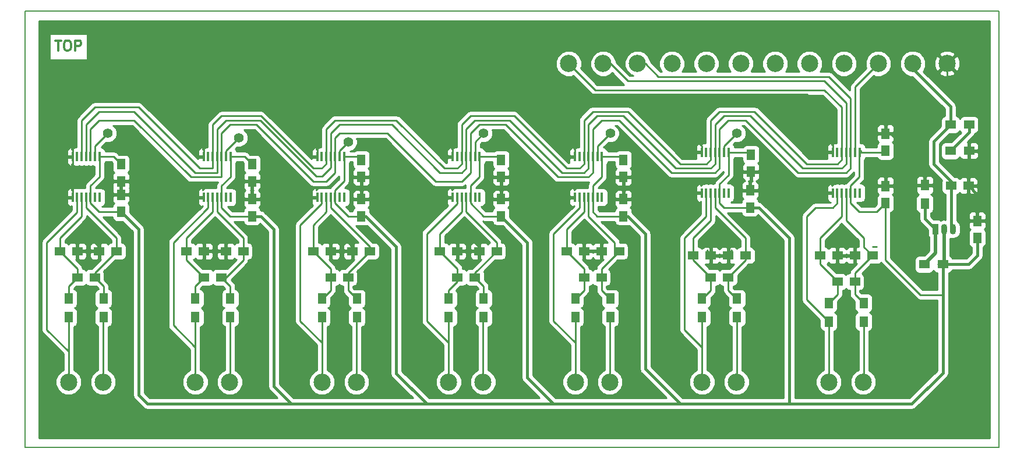
<source format=gbr>
G04 #@! TF.FileFunction,Copper,L1,Top,Signal*
%FSLAX46Y46*%
G04 Gerber Fmt 4.6, Leading zero omitted, Abs format (unit mm)*
G04 Created by KiCad (PCBNEW 4.0.7) date Mon Jan 29 22:06:17 2018*
%MOMM*%
%LPD*%
G01*
G04 APERTURE LIST*
%ADD10C,0.100000*%
%ADD11C,0.300000*%
%ADD12C,0.150000*%
%ADD13R,0.450000X1.450000*%
%ADD14C,2.500000*%
%ADD15R,1.500000X1.250000*%
%ADD16R,1.250000X1.500000*%
%ADD17R,1.500000X1.300000*%
%ADD18R,1.300000X1.500000*%
%ADD19O,0.900000X1.500000*%
%ADD20R,0.900000X1.500000*%
%ADD21C,1.400000*%
%ADD22C,0.250000*%
%ADD23C,0.400000*%
%ADD24C,0.500000*%
%ADD25C,0.254000*%
G04 APERTURE END LIST*
D10*
D11*
X111065714Y-37913571D02*
X111922857Y-37913571D01*
X111494286Y-39413571D02*
X111494286Y-37913571D01*
X112708571Y-37913571D02*
X112994285Y-37913571D01*
X113137143Y-37985000D01*
X113280000Y-38127857D01*
X113351428Y-38413571D01*
X113351428Y-38913571D01*
X113280000Y-39199286D01*
X113137143Y-39342143D01*
X112994285Y-39413571D01*
X112708571Y-39413571D01*
X112565714Y-39342143D01*
X112422857Y-39199286D01*
X112351428Y-38913571D01*
X112351428Y-38413571D01*
X112422857Y-38127857D01*
X112565714Y-37985000D01*
X112708571Y-37913571D01*
X113994286Y-39413571D02*
X113994286Y-37913571D01*
X114565714Y-37913571D01*
X114708572Y-37985000D01*
X114780000Y-38056429D01*
X114851429Y-38199286D01*
X114851429Y-38413571D01*
X114780000Y-38556429D01*
X114708572Y-38627857D01*
X114565714Y-38699286D01*
X113994286Y-38699286D01*
D12*
X106680000Y-33655000D02*
X106680000Y-97155000D01*
X106680000Y-33655000D02*
X248285000Y-33655000D01*
X248285000Y-97155000D02*
X106680000Y-97155000D01*
X248285000Y-33655000D02*
X248285000Y-97155000D01*
D13*
X224110000Y-60100000D03*
X224760000Y-60100000D03*
X225410000Y-60100000D03*
X226060000Y-60100000D03*
X226710000Y-60100000D03*
X227360000Y-60100000D03*
X228010000Y-60100000D03*
X228010000Y-54200000D03*
X227360000Y-54200000D03*
X226710000Y-54200000D03*
X226060000Y-54200000D03*
X225410000Y-54200000D03*
X224760000Y-54200000D03*
X224110000Y-54200000D03*
D14*
X228520000Y-87630000D03*
X223520000Y-87630000D03*
D15*
X229850000Y-69215000D03*
X227350000Y-69215000D03*
X222270000Y-69215000D03*
X224770000Y-69215000D03*
X224810000Y-73025000D03*
X227310000Y-73025000D03*
X211435000Y-69215000D03*
X208935000Y-69215000D03*
X193020000Y-68580000D03*
X190520000Y-68580000D03*
X175240000Y-68580000D03*
X172740000Y-68580000D03*
X203855000Y-69215000D03*
X206355000Y-69215000D03*
X185440000Y-68580000D03*
X187940000Y-68580000D03*
X167025000Y-68580000D03*
X169525000Y-68580000D03*
X206395000Y-72390000D03*
X208895000Y-72390000D03*
X187980000Y-72390000D03*
X190480000Y-72390000D03*
X169565000Y-72390000D03*
X172065000Y-72390000D03*
D16*
X231775000Y-53955000D03*
X231775000Y-51455000D03*
X212090000Y-62210000D03*
X212090000Y-59710000D03*
X193675000Y-63480000D03*
X193675000Y-60980000D03*
X175895000Y-63480000D03*
X175895000Y-60980000D03*
X231775000Y-61575000D03*
X231775000Y-59075000D03*
X212217000Y-54503000D03*
X212217000Y-57003000D03*
X193675000Y-55265000D03*
X193675000Y-57765000D03*
X175895000Y-55265000D03*
X175895000Y-57765000D03*
D15*
X156825000Y-68580000D03*
X154325000Y-68580000D03*
X138410000Y-68580000D03*
X135910000Y-68580000D03*
X119995000Y-68580000D03*
X117495000Y-68580000D03*
X241320000Y-59055000D03*
X243820000Y-59055000D03*
X148610000Y-68580000D03*
X151110000Y-68580000D03*
X130195000Y-68580000D03*
X132695000Y-68580000D03*
X111780000Y-68580000D03*
X114280000Y-68580000D03*
D16*
X245110000Y-66655000D03*
X245110000Y-64155000D03*
D15*
X151150000Y-72390000D03*
X153650000Y-72390000D03*
X132735000Y-72390000D03*
X135235000Y-72390000D03*
X114320000Y-72390000D03*
X116820000Y-72390000D03*
D16*
X155575000Y-63480000D03*
X155575000Y-60980000D03*
X139700000Y-63480000D03*
X139700000Y-60980000D03*
X120650000Y-62845000D03*
X120650000Y-60345000D03*
X155575000Y-55265000D03*
X155575000Y-57765000D03*
X139700000Y-55900000D03*
X139700000Y-58400000D03*
X120650000Y-55900000D03*
X120650000Y-58400000D03*
D17*
X243920000Y-53975000D03*
X241220000Y-53975000D03*
D14*
X240725000Y-41275000D03*
X235725000Y-41275000D03*
X230725000Y-41275000D03*
X225725000Y-41275000D03*
X220725000Y-41275000D03*
X215725000Y-41275000D03*
X210725000Y-41275000D03*
X205725000Y-41275000D03*
X200725000Y-41275000D03*
X195725000Y-41275000D03*
X190725000Y-41275000D03*
X185725000Y-41275000D03*
X210105000Y-87630000D03*
X205105000Y-87630000D03*
X191690000Y-87630000D03*
X186690000Y-87630000D03*
X173275000Y-87630000D03*
X168275000Y-87630000D03*
X154860000Y-87630000D03*
X149860000Y-87630000D03*
X136445000Y-87630000D03*
X131445000Y-87630000D03*
X118030000Y-87630000D03*
X113030000Y-87630000D03*
D18*
X237490000Y-61675000D03*
X237490000Y-58975000D03*
D17*
X240110000Y-70485000D03*
X237410000Y-70485000D03*
D18*
X223520000Y-76120000D03*
X223520000Y-78820000D03*
X228600000Y-76120000D03*
X228600000Y-78820000D03*
X205105000Y-75485000D03*
X205105000Y-78185000D03*
X210185000Y-75485000D03*
X210185000Y-78185000D03*
X186690000Y-75485000D03*
X186690000Y-78185000D03*
X191770000Y-75485000D03*
X191770000Y-78185000D03*
X168275000Y-75485000D03*
X168275000Y-78185000D03*
X173355000Y-75485000D03*
X173355000Y-78185000D03*
X149860000Y-75485000D03*
X149860000Y-78185000D03*
X154940000Y-75485000D03*
X154940000Y-78185000D03*
X131445000Y-75485000D03*
X131445000Y-78185000D03*
X136525000Y-75485000D03*
X136525000Y-78185000D03*
X113030000Y-75485000D03*
X113030000Y-78185000D03*
X118110000Y-75485000D03*
X118110000Y-78185000D03*
D17*
X241220000Y-50165000D03*
X243920000Y-50165000D03*
D19*
X240290000Y-65360000D03*
X241560000Y-65360000D03*
D20*
X239020000Y-65360000D03*
D13*
X205060000Y-60100000D03*
X205710000Y-60100000D03*
X206360000Y-60100000D03*
X207010000Y-60100000D03*
X207660000Y-60100000D03*
X208310000Y-60100000D03*
X208960000Y-60100000D03*
X208960000Y-54200000D03*
X208310000Y-54200000D03*
X207660000Y-54200000D03*
X207010000Y-54200000D03*
X206360000Y-54200000D03*
X205710000Y-54200000D03*
X205060000Y-54200000D03*
X186645000Y-60735000D03*
X187295000Y-60735000D03*
X187945000Y-60735000D03*
X188595000Y-60735000D03*
X189245000Y-60735000D03*
X189895000Y-60735000D03*
X190545000Y-60735000D03*
X190545000Y-54835000D03*
X189895000Y-54835000D03*
X189245000Y-54835000D03*
X188595000Y-54835000D03*
X187945000Y-54835000D03*
X187295000Y-54835000D03*
X186645000Y-54835000D03*
X168865000Y-60735000D03*
X169515000Y-60735000D03*
X170165000Y-60735000D03*
X170815000Y-60735000D03*
X171465000Y-60735000D03*
X172115000Y-60735000D03*
X172765000Y-60735000D03*
X172765000Y-54835000D03*
X172115000Y-54835000D03*
X171465000Y-54835000D03*
X170815000Y-54835000D03*
X170165000Y-54835000D03*
X169515000Y-54835000D03*
X168865000Y-54835000D03*
X149180000Y-60735000D03*
X149830000Y-60735000D03*
X150480000Y-60735000D03*
X151130000Y-60735000D03*
X151780000Y-60735000D03*
X152430000Y-60735000D03*
X153080000Y-60735000D03*
X153080000Y-54835000D03*
X152430000Y-54835000D03*
X151780000Y-54835000D03*
X151130000Y-54835000D03*
X150480000Y-54835000D03*
X149830000Y-54835000D03*
X149180000Y-54835000D03*
X132670000Y-60735000D03*
X133320000Y-60735000D03*
X133970000Y-60735000D03*
X134620000Y-60735000D03*
X135270000Y-60735000D03*
X135920000Y-60735000D03*
X136570000Y-60735000D03*
X136570000Y-54835000D03*
X135920000Y-54835000D03*
X135270000Y-54835000D03*
X134620000Y-54835000D03*
X133970000Y-54835000D03*
X133320000Y-54835000D03*
X132670000Y-54835000D03*
X113620000Y-60735000D03*
X114270000Y-60735000D03*
X114920000Y-60735000D03*
X115570000Y-60735000D03*
X116220000Y-60735000D03*
X116870000Y-60735000D03*
X117520000Y-60735000D03*
X117520000Y-54835000D03*
X116870000Y-54835000D03*
X116220000Y-54835000D03*
X115570000Y-54835000D03*
X114920000Y-54835000D03*
X114270000Y-54835000D03*
X113620000Y-54835000D03*
D21*
X226060000Y-66675000D03*
X115570000Y-66040000D03*
X126365000Y-59055000D03*
X133985000Y-66040000D03*
X189230000Y-66040000D03*
X170815000Y-66040000D03*
X143510000Y-59690000D03*
X151765000Y-65405000D03*
X161925000Y-58420000D03*
X180340000Y-58420000D03*
X198755000Y-60325000D03*
X207645000Y-66675000D03*
X218440000Y-59690000D03*
X210185000Y-51435000D03*
X191770000Y-51435000D03*
X173355000Y-51435000D03*
X153670000Y-52705000D03*
X137795000Y-52070000D03*
X118745000Y-51435000D03*
D22*
X229850000Y-67945000D02*
X230505000Y-67945000D01*
X227310000Y-73025000D02*
X227310000Y-71755000D01*
X227310000Y-71755000D02*
X229850000Y-69215000D01*
X226060000Y-60100000D02*
X226060000Y-64135000D01*
X226060000Y-64135000D02*
X228600000Y-66675000D01*
X228600000Y-66675000D02*
X228600000Y-67965000D01*
X228600000Y-67965000D02*
X229850000Y-69215000D01*
X227310000Y-73025000D02*
X227310000Y-74830000D01*
X227310000Y-74830000D02*
X228600000Y-76120000D01*
X231775000Y-59075000D02*
X231775000Y-57150000D01*
X233680000Y-55245000D02*
X233680000Y-52705000D01*
X231775000Y-57150000D02*
X233680000Y-55245000D01*
X237490000Y-58975000D02*
X237490000Y-56515000D01*
X234315000Y-53340000D02*
X233680000Y-52705000D01*
X237490000Y-56515000D02*
X234315000Y-53340000D01*
X113620000Y-60735000D02*
X113620000Y-54655000D01*
X113620000Y-54655000D02*
X113620000Y-54835000D01*
X226060000Y-66675000D02*
X227330000Y-67945000D01*
X224770000Y-67965000D02*
X226060000Y-66675000D01*
X224770000Y-69215000D02*
X224770000Y-67965000D01*
X227330000Y-67945000D02*
X227330000Y-69195000D01*
X227330000Y-69195000D02*
X227350000Y-69215000D01*
X205060000Y-54200000D02*
X205060000Y-53295000D01*
X205060000Y-53295000D02*
X197485000Y-45720000D01*
X224110000Y-54200000D02*
X224110000Y-49485000D01*
X220345000Y-45720000D02*
X197485000Y-45720000D01*
X197485000Y-45720000D02*
X182245000Y-45720000D01*
X224110000Y-49485000D02*
X220345000Y-45720000D01*
X186645000Y-54835000D02*
X186645000Y-51390000D01*
X182245000Y-46990000D02*
X182245000Y-45720000D01*
X182245000Y-45720000D02*
X182245000Y-38735000D01*
X186645000Y-51390000D02*
X182245000Y-46990000D01*
X168865000Y-54835000D02*
X168865000Y-43860000D01*
X168865000Y-43860000D02*
X173990000Y-38735000D01*
X149180000Y-48895000D02*
X149180000Y-48305000D01*
X149180000Y-48305000D02*
X158750000Y-38735000D01*
X132670000Y-48895000D02*
X132670000Y-48305000D01*
X132670000Y-48305000D02*
X142240000Y-38735000D01*
X234950000Y-38735000D02*
X182245000Y-38735000D01*
X182245000Y-38735000D02*
X173990000Y-38735000D01*
X173990000Y-38735000D02*
X158750000Y-38735000D01*
X158750000Y-38735000D02*
X142240000Y-38735000D01*
X142240000Y-38735000D02*
X122555000Y-38735000D01*
X113620000Y-47670000D02*
X113665000Y-47625000D01*
X114935000Y-46355000D02*
X113665000Y-47625000D01*
X113620000Y-48260000D02*
X113620000Y-47670000D01*
X122555000Y-38735000D02*
X114935000Y-46355000D01*
X231775000Y-51455000D02*
X231775000Y-44450000D01*
X238185000Y-38735000D02*
X240725000Y-41275000D01*
X231775000Y-44450000D02*
X233045000Y-43180000D01*
X233045000Y-43180000D02*
X233045000Y-40640000D01*
X233045000Y-40640000D02*
X234950000Y-38735000D01*
X234950000Y-38735000D02*
X238185000Y-38735000D01*
X232430000Y-51455000D02*
X231775000Y-51455000D01*
X233680000Y-52705000D02*
X232430000Y-51455000D01*
X231775000Y-59075000D02*
X231775000Y-58420000D01*
X240725000Y-41275000D02*
X240725000Y-43875000D01*
X240725000Y-43875000D02*
X245745000Y-48895000D01*
X245745000Y-48895000D02*
X245745000Y-53340000D01*
X113620000Y-54835000D02*
X113620000Y-48260000D01*
X113620000Y-48260000D02*
X113620000Y-48305000D01*
X132670000Y-54835000D02*
X132670000Y-48895000D01*
X132670000Y-48895000D02*
X132670000Y-48940000D01*
X149180000Y-54835000D02*
X149180000Y-48895000D01*
X149180000Y-48895000D02*
X149180000Y-48940000D01*
X120650000Y-58400000D02*
X125710000Y-58400000D01*
X125710000Y-58400000D02*
X126365000Y-59055000D01*
X120650000Y-60345000D02*
X125075000Y-60345000D01*
X128045000Y-60735000D02*
X126365000Y-59055000D01*
X128045000Y-60735000D02*
X132670000Y-60735000D01*
X125075000Y-60345000D02*
X126365000Y-59055000D01*
X139700000Y-58400000D02*
X142220000Y-58400000D01*
X142220000Y-58400000D02*
X143510000Y-59690000D01*
X139700000Y-60980000D02*
X142220000Y-60980000D01*
X144555000Y-60735000D02*
X143510000Y-59690000D01*
X144555000Y-60735000D02*
X149180000Y-60735000D01*
X142220000Y-60980000D02*
X143510000Y-59690000D01*
X155575000Y-57765000D02*
X161270000Y-57765000D01*
X161270000Y-57765000D02*
X161925000Y-58420000D01*
X155575000Y-60980000D02*
X159365000Y-60980000D01*
X159365000Y-60980000D02*
X161925000Y-58420000D01*
X164240000Y-60735000D02*
X161925000Y-58420000D01*
X164240000Y-60735000D02*
X168865000Y-60735000D01*
X114280000Y-68580000D02*
X114280000Y-67330000D01*
X115570000Y-66040000D02*
X117495000Y-67965000D01*
X114280000Y-67330000D02*
X115570000Y-66040000D01*
X117495000Y-68580000D02*
X117495000Y-67965000D01*
X133985000Y-66040000D02*
X134620000Y-66040000D01*
X132695000Y-67330000D02*
X133985000Y-66040000D01*
X132695000Y-68580000D02*
X132695000Y-67330000D01*
X135910000Y-67330000D02*
X135910000Y-68580000D01*
X134620000Y-66040000D02*
X135910000Y-67330000D01*
X154325000Y-68580000D02*
X154325000Y-67965000D01*
X154325000Y-67965000D02*
X151765000Y-65405000D01*
X151110000Y-68580000D02*
X151110000Y-66060000D01*
X151110000Y-66060000D02*
X151765000Y-65405000D01*
X186645000Y-60735000D02*
X182655000Y-60735000D01*
X182655000Y-60735000D02*
X180340000Y-58420000D01*
X175895000Y-57765000D02*
X179685000Y-57765000D01*
X177780000Y-60980000D02*
X180340000Y-58420000D01*
X177780000Y-60980000D02*
X175895000Y-60980000D01*
X179685000Y-57765000D02*
X180340000Y-58420000D01*
X169525000Y-68580000D02*
X169525000Y-67330000D01*
X170815000Y-66040000D02*
X172740000Y-67965000D01*
X169525000Y-67330000D02*
X170815000Y-66040000D01*
X172740000Y-68580000D02*
X172740000Y-67965000D01*
X193675000Y-60980000D02*
X198100000Y-60980000D01*
X198100000Y-60980000D02*
X198755000Y-60325000D01*
X193675000Y-57765000D02*
X196195000Y-57765000D01*
X198980000Y-60100000D02*
X198755000Y-60325000D01*
X198980000Y-60100000D02*
X205060000Y-60100000D01*
X196195000Y-57765000D02*
X198755000Y-60325000D01*
X187940000Y-68580000D02*
X187940000Y-67330000D01*
X190520000Y-67330000D02*
X189230000Y-66040000D01*
X190520000Y-67330000D02*
X190520000Y-68580000D01*
X187940000Y-67330000D02*
X189230000Y-66040000D01*
X187980000Y-68620000D02*
X187940000Y-68580000D01*
X190480000Y-68620000D02*
X190520000Y-68580000D01*
X208935000Y-69215000D02*
X208935000Y-67965000D01*
X206355000Y-67965000D02*
X207645000Y-66675000D01*
X206355000Y-67965000D02*
X206355000Y-69215000D01*
X208935000Y-67965000D02*
X207645000Y-66675000D01*
X212217000Y-57003000D02*
X215753000Y-57003000D01*
X215753000Y-57003000D02*
X218440000Y-59690000D01*
X224110000Y-60100000D02*
X218830000Y-60080000D01*
X218830000Y-60080000D02*
X218440000Y-59690000D01*
X212090000Y-59710000D02*
X218440000Y-59690000D01*
D23*
X243840000Y-53975000D02*
X243920000Y-53975000D01*
X243820000Y-59055000D02*
X243820000Y-54075000D01*
X243820000Y-54075000D02*
X243920000Y-53975000D01*
X243920000Y-53975000D02*
X245110000Y-53975000D01*
X245110000Y-53975000D02*
X245745000Y-53340000D01*
X245745000Y-53340000D02*
X245805000Y-53280000D01*
X245110000Y-64155000D02*
X245110000Y-60325000D01*
X245110000Y-60325000D02*
X245110000Y-60345000D01*
X245110000Y-60345000D02*
X243820000Y-59055000D01*
X243820000Y-57765000D02*
X243820000Y-59055000D01*
D22*
X208895000Y-69001000D02*
X209443000Y-68453000D01*
X206395000Y-69001000D02*
X205847000Y-68453000D01*
X207010000Y-60100000D02*
X207010000Y-62230000D01*
X211435000Y-66655000D02*
X211435000Y-69215000D01*
X207010000Y-62230000D02*
X211435000Y-66655000D01*
X211435000Y-69215000D02*
X211435000Y-69850000D01*
X211435000Y-69850000D02*
X208895000Y-72390000D01*
X210185000Y-75485000D02*
X210105000Y-75485000D01*
X210105000Y-75485000D02*
X208895000Y-74275000D01*
X208895000Y-74275000D02*
X208895000Y-72390000D01*
X208895000Y-72390000D02*
X208915000Y-72390000D01*
X188595000Y-60735000D02*
X188595000Y-63500000D01*
X192405000Y-67310000D02*
X192405000Y-67965000D01*
X188595000Y-63500000D02*
X192405000Y-67310000D01*
X192405000Y-67965000D02*
X193020000Y-68580000D01*
X190480000Y-72390000D02*
X190480000Y-71120000D01*
X190480000Y-71120000D02*
X193020000Y-68580000D01*
X191770000Y-75485000D02*
X191690000Y-75485000D01*
X191690000Y-75485000D02*
X190480000Y-74275000D01*
X190480000Y-74275000D02*
X190480000Y-72390000D01*
X175240000Y-68580000D02*
X175240000Y-67290000D01*
X170815000Y-62865000D02*
X170815000Y-60735000D01*
X175240000Y-67290000D02*
X170815000Y-62865000D01*
X172065000Y-72390000D02*
X172065000Y-71755000D01*
X172065000Y-71755000D02*
X175240000Y-68580000D01*
X173355000Y-75485000D02*
X173355000Y-73680000D01*
X173355000Y-73680000D02*
X172065000Y-72390000D01*
X222270000Y-68580000D02*
X222270000Y-70485000D01*
X222270000Y-70485000D02*
X224810000Y-73025000D01*
X222270000Y-69215000D02*
X222270000Y-68580000D01*
X222270000Y-68580000D02*
X222270000Y-66655000D01*
X225410000Y-63515000D02*
X225410000Y-60100000D01*
X222270000Y-66655000D02*
X225410000Y-63515000D01*
X224810000Y-73025000D02*
X224810000Y-74830000D01*
X224810000Y-74830000D02*
X223520000Y-76120000D01*
X203855000Y-69215000D02*
X203855000Y-69850000D01*
X203855000Y-69850000D02*
X206395000Y-72390000D01*
X203855000Y-69215000D02*
X203855000Y-66655000D01*
X206360000Y-64150000D02*
X206360000Y-60100000D01*
X203855000Y-66655000D02*
X206360000Y-64150000D01*
X206355000Y-60105000D02*
X206360000Y-60100000D01*
X205105000Y-75485000D02*
X205185000Y-75485000D01*
X205185000Y-75485000D02*
X206395000Y-74275000D01*
X206395000Y-74275000D02*
X206395000Y-72390000D01*
X185440000Y-68580000D02*
X185440000Y-65385000D01*
X187945000Y-62880000D02*
X187945000Y-60735000D01*
X185440000Y-65385000D02*
X187945000Y-62880000D01*
X187980000Y-72390000D02*
X187980000Y-71120000D01*
X187980000Y-71120000D02*
X185440000Y-68580000D01*
X187940000Y-60740000D02*
X187945000Y-60735000D01*
X186690000Y-75485000D02*
X186770000Y-75485000D01*
X186770000Y-75485000D02*
X187980000Y-74275000D01*
X187980000Y-74275000D02*
X187980000Y-72390000D01*
X168275000Y-75485000D02*
X168275000Y-74295000D01*
X168275000Y-74295000D02*
X169565000Y-73005000D01*
X169565000Y-73005000D02*
X169565000Y-72390000D01*
X167025000Y-68580000D02*
X167025000Y-66020000D01*
X170165000Y-62880000D02*
X170165000Y-60735000D01*
X167025000Y-66020000D02*
X170165000Y-62880000D01*
X169565000Y-72390000D02*
X169565000Y-71120000D01*
X169565000Y-71120000D02*
X167025000Y-68580000D01*
X151780000Y-60735000D02*
X151780000Y-61610000D01*
X153650000Y-63480000D02*
X155575000Y-63480000D01*
X151780000Y-61610000D02*
X153650000Y-63480000D01*
X240110000Y-74930000D02*
X239395000Y-74930000D01*
X231775000Y-69850000D02*
X236855000Y-74930000D01*
X236855000Y-74930000D02*
X239395000Y-74930000D01*
X231775000Y-69850000D02*
X231775000Y-61575000D01*
X240110000Y-74930000D02*
X240030000Y-74930000D01*
X240030000Y-74930000D02*
X240110000Y-74930000D01*
X193675000Y-63480000D02*
X189885000Y-63480000D01*
X189230000Y-62825000D02*
X189230000Y-60750000D01*
X189885000Y-63480000D02*
X189230000Y-62825000D01*
X189230000Y-60750000D02*
X189245000Y-60735000D01*
X116220000Y-60735000D02*
X116220000Y-61610000D01*
X116220000Y-61610000D02*
X117455000Y-62845000D01*
X117455000Y-62845000D02*
X120650000Y-62845000D01*
D23*
X139700000Y-63480000D02*
X140950000Y-63480000D01*
X142875000Y-88265000D02*
X145415000Y-90805000D01*
X142875000Y-65405000D02*
X142875000Y-88265000D01*
X140950000Y-63480000D02*
X142875000Y-65405000D01*
X155575000Y-63480000D02*
X156190000Y-63480000D01*
X156190000Y-63480000D02*
X160655000Y-67945000D01*
X160655000Y-86360000D02*
X165100000Y-90805000D01*
X160655000Y-67945000D02*
X160655000Y-86360000D01*
X175895000Y-63480000D02*
X175895000Y-63500000D01*
X175895000Y-63500000D02*
X179705000Y-67310000D01*
X183515000Y-90805000D02*
X184150000Y-90805000D01*
X179705000Y-86995000D02*
X183515000Y-90805000D01*
X179705000Y-67310000D02*
X179705000Y-86995000D01*
X193675000Y-63480000D02*
X194290000Y-63480000D01*
X194290000Y-63480000D02*
X196850000Y-66040000D01*
X196850000Y-85725000D02*
X201930000Y-90805000D01*
X196850000Y-66040000D02*
X196850000Y-85725000D01*
X212090000Y-62210000D02*
X213340000Y-62210000D01*
X217805000Y-66675000D02*
X217805000Y-90805000D01*
X213340000Y-62210000D02*
X217805000Y-66675000D01*
X240110000Y-70485000D02*
X240110000Y-74930000D01*
X240110000Y-74930000D02*
X240110000Y-86280000D01*
X240110000Y-86280000D02*
X235585000Y-90805000D01*
X235585000Y-90805000D02*
X217805000Y-90805000D01*
X123190000Y-89535000D02*
X123190000Y-65385000D01*
X124460000Y-90805000D02*
X123190000Y-89535000D01*
X145415000Y-90805000D02*
X124460000Y-90805000D01*
X217805000Y-90805000D02*
X201930000Y-90805000D01*
X201930000Y-90805000D02*
X184150000Y-90805000D01*
X184150000Y-90805000D02*
X165100000Y-90805000D01*
X165100000Y-90805000D02*
X145415000Y-90805000D01*
X123190000Y-65385000D02*
X120650000Y-62845000D01*
D22*
X136570000Y-54835000D02*
X136570000Y-57740000D01*
X135270000Y-59040000D02*
X135270000Y-60735000D01*
X136570000Y-57740000D02*
X135270000Y-59040000D01*
X117520000Y-54835000D02*
X119585000Y-54835000D01*
X119585000Y-54835000D02*
X120650000Y-55900000D01*
X153080000Y-54835000D02*
X155145000Y-54835000D01*
X155145000Y-54835000D02*
X155575000Y-55265000D01*
X136570000Y-54835000D02*
X138635000Y-54835000D01*
X138635000Y-54835000D02*
X139700000Y-55900000D01*
X116220000Y-60735000D02*
X116220000Y-59040000D01*
X117520000Y-57740000D02*
X117520000Y-54835000D01*
X116220000Y-59040000D02*
X117520000Y-57740000D01*
X151780000Y-60735000D02*
X151780000Y-59675000D01*
X153080000Y-58375000D02*
X153080000Y-54835000D01*
X151780000Y-59675000D02*
X153080000Y-58375000D01*
X139700000Y-63480000D02*
X136505000Y-63480000D01*
X136505000Y-63480000D02*
X135270000Y-62245000D01*
X135270000Y-62245000D02*
X135270000Y-60735000D01*
X123190000Y-65385000D02*
X120650000Y-62845000D01*
X140315000Y-63480000D02*
X139700000Y-63480000D01*
X172765000Y-54835000D02*
X175465000Y-54835000D01*
X175465000Y-54835000D02*
X175895000Y-55265000D01*
X171465000Y-60735000D02*
X171465000Y-59040000D01*
X172765000Y-57740000D02*
X172765000Y-54835000D01*
X171465000Y-59040000D02*
X172765000Y-57740000D01*
X171465000Y-60735000D02*
X171465000Y-61610000D01*
X171465000Y-61610000D02*
X173335000Y-63480000D01*
X173335000Y-63480000D02*
X175895000Y-63480000D01*
X190545000Y-54835000D02*
X193245000Y-54835000D01*
X193245000Y-54835000D02*
X193675000Y-55265000D01*
X190545000Y-54835000D02*
X190545000Y-57740000D01*
X189245000Y-59040000D02*
X189245000Y-60735000D01*
X190545000Y-57740000D02*
X189245000Y-59040000D01*
X209570000Y-62210000D02*
X208260000Y-62210000D01*
X207660000Y-61610000D02*
X207660000Y-60100000D01*
X208260000Y-62210000D02*
X207660000Y-61610000D01*
X212090000Y-62210000D02*
X209570000Y-62210000D01*
X209570000Y-62210000D02*
X209550000Y-62230000D01*
X208960000Y-54200000D02*
X211914000Y-54200000D01*
X211914000Y-54200000D02*
X212217000Y-54503000D01*
X207660000Y-60100000D02*
X207660000Y-58786000D01*
X207660000Y-58786000D02*
X208960000Y-57486000D01*
X208960000Y-57486000D02*
X208960000Y-54200000D01*
X226710000Y-60100000D02*
X226710000Y-59040000D01*
X227965000Y-57785000D02*
X227965000Y-54610000D01*
X226710000Y-59040000D02*
X227965000Y-57785000D01*
X227965000Y-54610000D02*
X228010000Y-54200000D01*
X208915000Y-54245000D02*
X208960000Y-54200000D01*
X228010000Y-54200000D02*
X231530000Y-54200000D01*
X231530000Y-54200000D02*
X231775000Y-53955000D01*
X226710000Y-60100000D02*
X226710000Y-61610000D01*
X230485000Y-62865000D02*
X231775000Y-61575000D01*
X227965000Y-62865000D02*
X230485000Y-62865000D01*
X226710000Y-61610000D02*
X227965000Y-62865000D01*
X228235000Y-53975000D02*
X228010000Y-54200000D01*
X240110000Y-70485000D02*
X239395000Y-70485000D01*
D23*
X240110000Y-70485000D02*
X243840000Y-70485000D01*
X245110000Y-69215000D02*
X245110000Y-66655000D01*
X243840000Y-70485000D02*
X245110000Y-69215000D01*
D24*
X240290000Y-65360000D02*
X240290000Y-70305000D01*
X240290000Y-70305000D02*
X240110000Y-70485000D01*
D22*
X156825000Y-68580000D02*
X156825000Y-67925000D01*
X151130000Y-62230000D02*
X151130000Y-60735000D01*
X156825000Y-67925000D02*
X151130000Y-62230000D01*
X156825000Y-68580000D02*
X156825000Y-68560000D01*
X153650000Y-72390000D02*
X153650000Y-71755000D01*
X153650000Y-71755000D02*
X156825000Y-68580000D01*
X154940000Y-75485000D02*
X154860000Y-75485000D01*
X154860000Y-75485000D02*
X153650000Y-74275000D01*
X153650000Y-74275000D02*
X153650000Y-72390000D01*
X138410000Y-68580000D02*
X138410000Y-66655000D01*
X134620000Y-62865000D02*
X134620000Y-60735000D01*
X138410000Y-66655000D02*
X134620000Y-62865000D01*
X135235000Y-72390000D02*
X135890000Y-72390000D01*
X135890000Y-72390000D02*
X138410000Y-69870000D01*
X138410000Y-69870000D02*
X138410000Y-68580000D01*
X136525000Y-75485000D02*
X136525000Y-73680000D01*
X136525000Y-73680000D02*
X135235000Y-72390000D01*
X119995000Y-68580000D02*
X119995000Y-66655000D01*
X115570000Y-62230000D02*
X115570000Y-60960000D01*
X119995000Y-66655000D02*
X115570000Y-62230000D01*
X115570000Y-60960000D02*
X115570000Y-60735000D01*
X116820000Y-72390000D02*
X116820000Y-71755000D01*
X116820000Y-71755000D02*
X119995000Y-68580000D01*
X118110000Y-75485000D02*
X118110000Y-73680000D01*
X118110000Y-73680000D02*
X116820000Y-72390000D01*
D23*
X241320000Y-59055000D02*
X241320000Y-65120000D01*
X241320000Y-65120000D02*
X241560000Y-65360000D01*
X241320000Y-59055000D02*
X241320000Y-58440000D01*
X241320000Y-58440000D02*
X238760000Y-55880000D01*
X238760000Y-52625000D02*
X241220000Y-50165000D01*
X238760000Y-55880000D02*
X238760000Y-52625000D01*
X235725000Y-41275000D02*
X235725000Y-42050000D01*
X235725000Y-42050000D02*
X241220000Y-47545000D01*
X241220000Y-47545000D02*
X241220000Y-50165000D01*
X240805000Y-49750000D02*
X241220000Y-50165000D01*
X241320000Y-65120000D02*
X241560000Y-65360000D01*
D22*
X151150000Y-72390000D02*
X151150000Y-71120000D01*
X151150000Y-71120000D02*
X148610000Y-68580000D01*
X148610000Y-68580000D02*
X148610000Y-64750000D01*
X148610000Y-64750000D02*
X150480000Y-62880000D01*
X150480000Y-62880000D02*
X150480000Y-60735000D01*
X149860000Y-75485000D02*
X149940000Y-75485000D01*
X149940000Y-75485000D02*
X151150000Y-74275000D01*
X151150000Y-74275000D02*
X151150000Y-72390000D01*
X133970000Y-60735000D02*
X133970000Y-62880000D01*
X130195000Y-66655000D02*
X130195000Y-68580000D01*
X133970000Y-62880000D02*
X130195000Y-66655000D01*
X130195000Y-68580000D02*
X130195000Y-69850000D01*
X130195000Y-69850000D02*
X132735000Y-72390000D01*
X131445000Y-75485000D02*
X131445000Y-73680000D01*
X131445000Y-73680000D02*
X132735000Y-72390000D01*
X111780000Y-68580000D02*
X111780000Y-66655000D01*
X114920000Y-63515000D02*
X114920000Y-60735000D01*
X111780000Y-66655000D02*
X114920000Y-63515000D01*
X114320000Y-72390000D02*
X114320000Y-71120000D01*
X114320000Y-71120000D02*
X111780000Y-68580000D01*
X113030000Y-75485000D02*
X113030000Y-73680000D01*
X113030000Y-73680000D02*
X114320000Y-72390000D01*
D23*
X243920000Y-50165000D02*
X243920000Y-51275000D01*
X243920000Y-51275000D02*
X241220000Y-53975000D01*
D22*
X225410000Y-54200000D02*
X225410000Y-47640000D01*
X189565000Y-45115000D02*
X185725000Y-41275000D01*
X222885000Y-45115000D02*
X189565000Y-45115000D01*
X225410000Y-47640000D02*
X222885000Y-45115000D01*
X225425000Y-54610000D02*
X225425000Y-53975000D01*
X225425000Y-53975000D02*
X225410000Y-54200000D01*
X225410000Y-54200000D02*
X225410000Y-55260000D01*
X224790000Y-55880000D02*
X220345000Y-55880000D01*
X225410000Y-55260000D02*
X224790000Y-55880000D01*
X135255000Y-48895000D02*
X133970000Y-50180000D01*
X140970000Y-48895000D02*
X135255000Y-48895000D01*
X148590000Y-56515000D02*
X140970000Y-48895000D01*
X171450000Y-48895000D02*
X170180000Y-50165000D01*
X172085000Y-48895000D02*
X171450000Y-48895000D01*
X177800000Y-48895000D02*
X172085000Y-48895000D01*
X185420000Y-56515000D02*
X177800000Y-48895000D01*
X189230000Y-48260000D02*
X187945000Y-49545000D01*
X194310000Y-48260000D02*
X189230000Y-48260000D01*
X201930000Y-55880000D02*
X194310000Y-48260000D01*
X207645000Y-48260000D02*
X206375000Y-49530000D01*
X212725000Y-48260000D02*
X207645000Y-48260000D01*
X220345000Y-55880000D02*
X212725000Y-48260000D01*
X133970000Y-54835000D02*
X133970000Y-56500000D01*
X114920000Y-49545000D02*
X114920000Y-54835000D01*
X116840000Y-47625000D02*
X114920000Y-49545000D01*
X123190000Y-47625000D02*
X116840000Y-47625000D01*
X132080000Y-56515000D02*
X123190000Y-47625000D01*
X133955000Y-56515000D02*
X132080000Y-56515000D01*
X133970000Y-56500000D02*
X133955000Y-56515000D01*
X150480000Y-54835000D02*
X150480000Y-55865000D01*
X133970000Y-50180000D02*
X133970000Y-54835000D01*
X149830000Y-56515000D02*
X148590000Y-56515000D01*
X150480000Y-55865000D02*
X149830000Y-56515000D01*
X170165000Y-54835000D02*
X170165000Y-55895000D01*
X150480000Y-50815000D02*
X150480000Y-54835000D01*
X151765000Y-49530000D02*
X150480000Y-50815000D01*
X160655000Y-49530000D02*
X151765000Y-49530000D01*
X167640000Y-56515000D02*
X160655000Y-49530000D01*
X169545000Y-56515000D02*
X167640000Y-56515000D01*
X170165000Y-55895000D02*
X169545000Y-56515000D01*
X150480000Y-54835000D02*
X150495000Y-54850000D01*
X133970000Y-54835000D02*
X133985000Y-54850000D01*
X133985000Y-54850000D02*
X133970000Y-54835000D01*
X187945000Y-54835000D02*
X187945000Y-55895000D01*
X170180000Y-50165000D02*
X170180000Y-54610000D01*
X187325000Y-56515000D02*
X185420000Y-56515000D01*
X187945000Y-55895000D02*
X187325000Y-56515000D01*
X170180000Y-54610000D02*
X170165000Y-54835000D01*
X206360000Y-54200000D02*
X206360000Y-55260000D01*
X187945000Y-49545000D02*
X187945000Y-54835000D01*
X205740000Y-55880000D02*
X201930000Y-55880000D01*
X206360000Y-55260000D02*
X205740000Y-55880000D01*
X206375000Y-49530000D02*
X206375000Y-53975000D01*
X206375000Y-53975000D02*
X206360000Y-54200000D01*
X134620000Y-54835000D02*
X134620000Y-50800000D01*
X151130000Y-56365002D02*
X149860000Y-57635002D01*
X149860000Y-57635002D02*
X149002892Y-57635002D01*
X149002892Y-57635002D02*
X141568945Y-50201055D01*
X151130000Y-56365002D02*
X151130000Y-54835000D01*
X140897890Y-49530000D02*
X141568945Y-50201055D01*
X135890000Y-49530000D02*
X140897890Y-49530000D01*
X134620000Y-50800000D02*
X135890000Y-49530000D01*
X190725000Y-41275000D02*
X191770000Y-41275000D01*
X191770000Y-41275000D02*
X194310000Y-43815000D01*
X194310000Y-43815000D02*
X222885000Y-43815000D01*
X222885000Y-43815000D02*
X226060000Y-46990000D01*
X226060000Y-46990000D02*
X226060000Y-54200000D01*
X225425000Y-56515000D02*
X219710000Y-56515000D01*
X226060000Y-55880000D02*
X225425000Y-56515000D01*
X193675000Y-48895000D02*
X201295000Y-56515000D01*
X189865000Y-48895000D02*
X193675000Y-48895000D01*
X188595000Y-50165000D02*
X189865000Y-48895000D01*
X208280000Y-48895000D02*
X207010000Y-50165000D01*
X212090000Y-48895000D02*
X208280000Y-48895000D01*
X219710000Y-56515000D02*
X212090000Y-48895000D01*
X134620000Y-54835000D02*
X134620000Y-57150000D01*
X115570000Y-50165000D02*
X115570000Y-54835000D01*
X117475000Y-48260000D02*
X115570000Y-50165000D01*
X122555000Y-48260000D02*
X117475000Y-48260000D01*
X131445000Y-57150000D02*
X122555000Y-48260000D01*
X134620000Y-57150000D02*
X131445000Y-57150000D01*
X170815000Y-54835000D02*
X170815000Y-56515000D01*
X170815000Y-56515000D02*
X170180000Y-57150000D01*
X170180000Y-57150000D02*
X167005000Y-57150000D01*
X167005000Y-57150000D02*
X160020000Y-50165000D01*
X160020000Y-50165000D02*
X152400000Y-50165000D01*
X152400000Y-50165000D02*
X151130000Y-51435000D01*
X151130000Y-51435000D02*
X151130000Y-54835000D01*
X188595000Y-54835000D02*
X188595000Y-56515000D01*
X170815000Y-50800000D02*
X170815000Y-54835000D01*
X172085000Y-49530000D02*
X170815000Y-50800000D01*
X177165000Y-49530000D02*
X172085000Y-49530000D01*
X184785000Y-57150000D02*
X177165000Y-49530000D01*
X187960000Y-57150000D02*
X184785000Y-57150000D01*
X188595000Y-56515000D02*
X187960000Y-57150000D01*
X188595000Y-54835000D02*
X188595000Y-50165000D01*
X207010000Y-55880000D02*
X207010000Y-54200000D01*
X206375000Y-56515000D02*
X207010000Y-55880000D01*
X201295000Y-56515000D02*
X206375000Y-56515000D01*
X207010000Y-50165000D02*
X207010000Y-54200000D01*
X226060000Y-54200000D02*
X226060000Y-55880000D01*
X195725000Y-41275000D02*
X196850000Y-41275000D01*
X196850000Y-41275000D02*
X198755000Y-43180000D01*
X198755000Y-43180000D02*
X223520000Y-43180000D01*
X223520000Y-43180000D02*
X226710000Y-46370000D01*
X226710000Y-46370000D02*
X226710000Y-54200000D01*
X116220000Y-54835000D02*
X116220000Y-50785000D01*
X135270000Y-57770000D02*
X135270000Y-54835000D01*
X135255000Y-57785000D02*
X135270000Y-57770000D01*
X130810000Y-57785000D02*
X135255000Y-57785000D01*
X122555000Y-49530000D02*
X130810000Y-57785000D01*
X117475000Y-49530000D02*
X122555000Y-49530000D01*
X116220000Y-50785000D02*
X117475000Y-49530000D01*
X151780000Y-54835000D02*
X151780000Y-57135000D01*
X151780000Y-57135000D02*
X150495000Y-58420000D01*
X150495000Y-58420000D02*
X148590000Y-58420000D01*
X148590000Y-58420000D02*
X140335000Y-50165000D01*
X140335000Y-50165000D02*
X136525000Y-50165000D01*
X136525000Y-50165000D02*
X135270000Y-51420000D01*
X135270000Y-51420000D02*
X135270000Y-54835000D01*
X171465000Y-54835000D02*
X171465000Y-57135000D01*
X151765000Y-52070000D02*
X151765000Y-54820000D01*
X152400000Y-51435000D02*
X151765000Y-52070000D01*
X159385000Y-51435000D02*
X152400000Y-51435000D01*
X166370000Y-58420000D02*
X159385000Y-51435000D01*
X170180000Y-58420000D02*
X166370000Y-58420000D01*
X171465000Y-57135000D02*
X170180000Y-58420000D01*
X151765000Y-54820000D02*
X151780000Y-54835000D01*
X116205000Y-54820000D02*
X116220000Y-54835000D01*
X171465000Y-54835000D02*
X171465000Y-51420000D01*
X189245000Y-57135000D02*
X189245000Y-54835000D01*
X188595000Y-57785000D02*
X189245000Y-57135000D01*
X184150000Y-57785000D02*
X188595000Y-57785000D01*
X176530000Y-50165000D02*
X184150000Y-57785000D01*
X172720000Y-50165000D02*
X176530000Y-50165000D01*
X171465000Y-51420000D02*
X172720000Y-50165000D01*
X207660000Y-54200000D02*
X207660000Y-56500000D01*
X189245000Y-50785000D02*
X189245000Y-54835000D01*
X190500000Y-49530000D02*
X189245000Y-50785000D01*
X193040000Y-49530000D02*
X190500000Y-49530000D01*
X200660000Y-57150000D02*
X193040000Y-49530000D01*
X207010000Y-57150000D02*
X200660000Y-57150000D01*
X207660000Y-56500000D02*
X207010000Y-57150000D01*
X207660000Y-50785000D02*
X207660000Y-54200000D01*
X208915000Y-49530000D02*
X207660000Y-50785000D01*
X211455000Y-49530000D02*
X208915000Y-49530000D01*
X219075000Y-57150000D02*
X211455000Y-49530000D01*
X226060000Y-57150000D02*
X219075000Y-57150000D01*
X226710000Y-54200000D02*
X226710000Y-56500000D01*
X226710000Y-56500000D02*
X226060000Y-57150000D01*
X227360000Y-54200000D02*
X227360000Y-44640000D01*
X227360000Y-44640000D02*
X230725000Y-41275000D01*
X208310000Y-53310000D02*
X210185000Y-51435000D01*
X208310000Y-53310000D02*
X208310000Y-54200000D01*
X189895000Y-53310000D02*
X189895000Y-54835000D01*
X191770000Y-51435000D02*
X189895000Y-53310000D01*
X172115000Y-54835000D02*
X172115000Y-52675000D01*
X172115000Y-52675000D02*
X173355000Y-51435000D01*
X152430000Y-53945000D02*
X153670000Y-52705000D01*
X152430000Y-54835000D02*
X152430000Y-53945000D01*
X135920000Y-53945000D02*
X137795000Y-52070000D01*
X135920000Y-54835000D02*
X135920000Y-53945000D01*
X116870000Y-53310000D02*
X118745000Y-51435000D01*
X116870000Y-54835000D02*
X116870000Y-53310000D01*
X228600000Y-80645000D02*
X228600000Y-78820000D01*
X228600000Y-80725000D02*
X228600000Y-80645000D01*
X228600000Y-80645000D02*
X228600000Y-87550000D01*
X228600000Y-87550000D02*
X228520000Y-87630000D01*
X224760000Y-60100000D02*
X224760000Y-61565000D01*
X220345000Y-75645000D02*
X223520000Y-78820000D01*
X220345000Y-63500000D02*
X220345000Y-75645000D01*
X221615000Y-62230000D02*
X220345000Y-63500000D01*
X224095000Y-62230000D02*
X221615000Y-62230000D01*
X224760000Y-61565000D02*
X224095000Y-62230000D01*
X223520000Y-80645000D02*
X223520000Y-78820000D01*
X223520000Y-80725000D02*
X223520000Y-80645000D01*
X223520000Y-80645000D02*
X223520000Y-87630000D01*
D23*
X223520000Y-87550000D02*
X223600000Y-87630000D01*
D22*
X210185000Y-78185000D02*
X210185000Y-87550000D01*
X210185000Y-87550000D02*
X210105000Y-87630000D01*
X205710000Y-60100000D02*
X205710000Y-63530000D01*
X202565000Y-80010000D02*
X205105000Y-82550000D01*
X202565000Y-66675000D02*
X202565000Y-80010000D01*
X205710000Y-63530000D02*
X202565000Y-66675000D01*
X205105000Y-87630000D02*
X205105000Y-82550000D01*
X205105000Y-82550000D02*
X205105000Y-80645000D01*
X205105000Y-80645000D02*
X205105000Y-78185000D01*
X191690000Y-87630000D02*
X191690000Y-78265000D01*
X191690000Y-78265000D02*
X191770000Y-78185000D01*
X187295000Y-60735000D02*
X187295000Y-62260000D01*
X183515000Y-78740000D02*
X186690000Y-81915000D01*
X183515000Y-66040000D02*
X183515000Y-78740000D01*
X187295000Y-62260000D02*
X183515000Y-66040000D01*
X186690000Y-78185000D02*
X186690000Y-81915000D01*
X186690000Y-81915000D02*
X186690000Y-82550000D01*
X186690000Y-82550000D02*
X186690000Y-87630000D01*
X173275000Y-87630000D02*
X173275000Y-78265000D01*
X173275000Y-78265000D02*
X173355000Y-78185000D01*
X169515000Y-60735000D02*
X169515000Y-61625000D01*
X165100000Y-78740000D02*
X168275000Y-81915000D01*
X165100000Y-66040000D02*
X165100000Y-78740000D01*
X169515000Y-61625000D02*
X165100000Y-66040000D01*
X168275000Y-87630000D02*
X168275000Y-81915000D01*
X168275000Y-81915000D02*
X168275000Y-78185000D01*
X154860000Y-87630000D02*
X154860000Y-78265000D01*
X154860000Y-78265000D02*
X154940000Y-78185000D01*
X149830000Y-60735000D02*
X149830000Y-61625000D01*
X146685000Y-78740000D02*
X149860000Y-81915000D01*
X146685000Y-64770000D02*
X146685000Y-78740000D01*
X149830000Y-61625000D02*
X146685000Y-64770000D01*
X149860000Y-87630000D02*
X149860000Y-81915000D01*
X149860000Y-81915000D02*
X149860000Y-78185000D01*
X136525000Y-78185000D02*
X136525000Y-87550000D01*
X136525000Y-87550000D02*
X136445000Y-87630000D01*
X133320000Y-60735000D02*
X133320000Y-62260000D01*
X128270000Y-79375000D02*
X131445000Y-82550000D01*
X128270000Y-67310000D02*
X128270000Y-79375000D01*
X133320000Y-62260000D02*
X128270000Y-67310000D01*
X131445000Y-78185000D02*
X131445000Y-82550000D01*
X131445000Y-82550000D02*
X131445000Y-87630000D01*
X118030000Y-87630000D02*
X118030000Y-78265000D01*
X118030000Y-78265000D02*
X118110000Y-78185000D01*
X114270000Y-60735000D02*
X114270000Y-62895000D01*
X113030000Y-83185000D02*
X113030000Y-82550000D01*
X109855000Y-80010000D02*
X113030000Y-83185000D01*
X109855000Y-67310000D02*
X109855000Y-80010000D01*
X114270000Y-62895000D02*
X109855000Y-67310000D01*
X113030000Y-87630000D02*
X113030000Y-82550000D01*
X113030000Y-82550000D02*
X113030000Y-78185000D01*
D23*
X237490000Y-61675000D02*
X237490000Y-63830000D01*
X237490000Y-63830000D02*
X239020000Y-65360000D01*
D24*
X239020000Y-65360000D02*
X239020000Y-68875000D01*
X239020000Y-68875000D02*
X237410000Y-70485000D01*
D25*
G36*
X246888000Y-95758000D02*
X108712000Y-95758000D01*
X108712000Y-67310000D01*
X109095000Y-67310000D01*
X109095000Y-80010000D01*
X109152852Y-80300839D01*
X109317599Y-80547401D01*
X112270000Y-83499802D01*
X112270000Y-85904453D01*
X111963628Y-86031043D01*
X111432907Y-86560839D01*
X111145328Y-87253405D01*
X111144674Y-88003305D01*
X111431043Y-88696372D01*
X111960839Y-89227093D01*
X112653405Y-89514672D01*
X113403305Y-89515326D01*
X114096372Y-89228957D01*
X114627093Y-88699161D01*
X114914672Y-88006595D01*
X114915326Y-87256695D01*
X114628957Y-86563628D01*
X114099161Y-86032907D01*
X113790000Y-85904532D01*
X113790000Y-79561742D01*
X113915317Y-79538162D01*
X114131441Y-79399090D01*
X114276431Y-79186890D01*
X114327440Y-78935000D01*
X114327440Y-77435000D01*
X114283162Y-77199683D01*
X114144090Y-76983559D01*
X113931890Y-76838569D01*
X113918803Y-76835919D01*
X114131441Y-76699090D01*
X114276431Y-76486890D01*
X114327440Y-76235000D01*
X114327440Y-74735000D01*
X114283162Y-74499683D01*
X114144090Y-74283559D01*
X113931890Y-74138569D01*
X113790000Y-74109836D01*
X113790000Y-73994802D01*
X114122362Y-73662440D01*
X115070000Y-73662440D01*
X115305317Y-73618162D01*
X115521441Y-73479090D01*
X115569134Y-73409289D01*
X115605910Y-73466441D01*
X115818110Y-73611431D01*
X116070000Y-73662440D01*
X117017637Y-73662440D01*
X117350000Y-73994803D01*
X117350000Y-74108258D01*
X117224683Y-74131838D01*
X117008559Y-74270910D01*
X116863569Y-74483110D01*
X116812560Y-74735000D01*
X116812560Y-76235000D01*
X116856838Y-76470317D01*
X116995910Y-76686441D01*
X117208110Y-76831431D01*
X117221197Y-76834081D01*
X117008559Y-76970910D01*
X116863569Y-77183110D01*
X116812560Y-77435000D01*
X116812560Y-78935000D01*
X116856838Y-79170317D01*
X116995910Y-79386441D01*
X117208110Y-79531431D01*
X117270000Y-79543964D01*
X117270000Y-85904453D01*
X116963628Y-86031043D01*
X116432907Y-86560839D01*
X116145328Y-87253405D01*
X116144674Y-88003305D01*
X116431043Y-88696372D01*
X116960839Y-89227093D01*
X117653405Y-89514672D01*
X118403305Y-89515326D01*
X119096372Y-89228957D01*
X119627093Y-88699161D01*
X119914672Y-88006595D01*
X119915326Y-87256695D01*
X119628957Y-86563628D01*
X119099161Y-86032907D01*
X118790000Y-85904532D01*
X118790000Y-79576795D01*
X118995317Y-79538162D01*
X119211441Y-79399090D01*
X119356431Y-79186890D01*
X119407440Y-78935000D01*
X119407440Y-77435000D01*
X119363162Y-77199683D01*
X119224090Y-76983559D01*
X119011890Y-76838569D01*
X118998803Y-76835919D01*
X119211441Y-76699090D01*
X119356431Y-76486890D01*
X119407440Y-76235000D01*
X119407440Y-74735000D01*
X119363162Y-74499683D01*
X119224090Y-74283559D01*
X119011890Y-74138569D01*
X118870000Y-74109836D01*
X118870000Y-73680000D01*
X118812148Y-73389161D01*
X118749792Y-73295839D01*
X118647401Y-73142598D01*
X118217440Y-72712637D01*
X118217440Y-71765000D01*
X118173162Y-71529683D01*
X118152394Y-71497408D01*
X119797362Y-69852440D01*
X120745000Y-69852440D01*
X120980317Y-69808162D01*
X121196441Y-69669090D01*
X121341431Y-69456890D01*
X121392440Y-69205000D01*
X121392440Y-67955000D01*
X121348162Y-67719683D01*
X121209090Y-67503559D01*
X120996890Y-67358569D01*
X120755000Y-67309585D01*
X120755000Y-66655000D01*
X120697148Y-66364161D01*
X120532401Y-66117599D01*
X118019802Y-63605000D01*
X119379442Y-63605000D01*
X119421838Y-63830317D01*
X119560910Y-64046441D01*
X119773110Y-64191431D01*
X120025000Y-64242440D01*
X120866572Y-64242440D01*
X122355000Y-65730868D01*
X122355000Y-89535000D01*
X122418561Y-89854541D01*
X122599566Y-90125434D01*
X123869566Y-91395434D01*
X124140459Y-91576439D01*
X124460000Y-91640000D01*
X235585000Y-91640000D01*
X235904541Y-91576439D01*
X236175434Y-91395434D01*
X240700434Y-86870434D01*
X240754178Y-86790000D01*
X240881439Y-86599541D01*
X240945000Y-86280000D01*
X240945000Y-71766446D01*
X241095317Y-71738162D01*
X241311441Y-71599090D01*
X241456431Y-71386890D01*
X241469977Y-71320000D01*
X243840000Y-71320000D01*
X244159541Y-71256439D01*
X244430434Y-71075434D01*
X245700434Y-69805434D01*
X245730792Y-69760000D01*
X245881439Y-69534541D01*
X245945000Y-69215000D01*
X245945000Y-68012926D01*
X245970317Y-68008162D01*
X246186441Y-67869090D01*
X246331431Y-67656890D01*
X246382440Y-67405000D01*
X246382440Y-65905000D01*
X246338162Y-65669683D01*
X246199090Y-65453559D01*
X246130994Y-65407031D01*
X246273327Y-65264698D01*
X246370000Y-65031309D01*
X246370000Y-64440750D01*
X246211250Y-64282000D01*
X245237000Y-64282000D01*
X245237000Y-64302000D01*
X244983000Y-64302000D01*
X244983000Y-64282000D01*
X244008750Y-64282000D01*
X243850000Y-64440750D01*
X243850000Y-65031309D01*
X243946673Y-65264698D01*
X244087910Y-65405936D01*
X244033559Y-65440910D01*
X243888569Y-65653110D01*
X243837560Y-65905000D01*
X243837560Y-67405000D01*
X243881838Y-67640317D01*
X244020910Y-67856441D01*
X244233110Y-68001431D01*
X244275000Y-68009914D01*
X244275000Y-68869132D01*
X243494132Y-69650000D01*
X241472630Y-69650000D01*
X241463162Y-69599683D01*
X241324090Y-69383559D01*
X241175000Y-69281690D01*
X241175000Y-66695553D01*
X241560000Y-66772134D01*
X241975212Y-66689543D01*
X242327211Y-66454345D01*
X242562409Y-66102346D01*
X242645000Y-65687134D01*
X242645000Y-65032866D01*
X242562409Y-64617654D01*
X242327211Y-64265655D01*
X242155000Y-64150587D01*
X242155000Y-63278691D01*
X243850000Y-63278691D01*
X243850000Y-63869250D01*
X244008750Y-64028000D01*
X244983000Y-64028000D01*
X244983000Y-62928750D01*
X245237000Y-62928750D01*
X245237000Y-64028000D01*
X246211250Y-64028000D01*
X246370000Y-63869250D01*
X246370000Y-63278691D01*
X246273327Y-63045302D01*
X246094699Y-62866673D01*
X245861310Y-62770000D01*
X245395750Y-62770000D01*
X245237000Y-62928750D01*
X244983000Y-62928750D01*
X244824250Y-62770000D01*
X244358690Y-62770000D01*
X244125301Y-62866673D01*
X243946673Y-63045302D01*
X243850000Y-63278691D01*
X242155000Y-63278691D01*
X242155000Y-60311446D01*
X242305317Y-60283162D01*
X242521441Y-60144090D01*
X242567969Y-60075994D01*
X242710302Y-60218327D01*
X242943691Y-60315000D01*
X243534250Y-60315000D01*
X243693000Y-60156250D01*
X243693000Y-59182000D01*
X243947000Y-59182000D01*
X243947000Y-60156250D01*
X244105750Y-60315000D01*
X244696309Y-60315000D01*
X244929698Y-60218327D01*
X245108327Y-60039699D01*
X245205000Y-59806310D01*
X245205000Y-59340750D01*
X245046250Y-59182000D01*
X243947000Y-59182000D01*
X243693000Y-59182000D01*
X243673000Y-59182000D01*
X243673000Y-58928000D01*
X243693000Y-58928000D01*
X243693000Y-57953750D01*
X243947000Y-57953750D01*
X243947000Y-58928000D01*
X245046250Y-58928000D01*
X245205000Y-58769250D01*
X245205000Y-58303690D01*
X245108327Y-58070301D01*
X244929698Y-57891673D01*
X244696309Y-57795000D01*
X244105750Y-57795000D01*
X243947000Y-57953750D01*
X243693000Y-57953750D01*
X243534250Y-57795000D01*
X242943691Y-57795000D01*
X242710302Y-57891673D01*
X242569064Y-58032910D01*
X242534090Y-57978559D01*
X242321890Y-57833569D01*
X242070000Y-57782560D01*
X241843428Y-57782560D01*
X239595000Y-55534132D01*
X239595000Y-52970868D01*
X241103428Y-51462440D01*
X241970000Y-51462440D01*
X242205317Y-51418162D01*
X242421441Y-51279090D01*
X242566431Y-51066890D01*
X242569081Y-51053803D01*
X242705910Y-51266441D01*
X242730731Y-51283401D01*
X241336572Y-52677560D01*
X240470000Y-52677560D01*
X240234683Y-52721838D01*
X240018559Y-52860910D01*
X239873569Y-53073110D01*
X239822560Y-53325000D01*
X239822560Y-54625000D01*
X239866838Y-54860317D01*
X240005910Y-55076441D01*
X240218110Y-55221431D01*
X240470000Y-55272440D01*
X241970000Y-55272440D01*
X242205317Y-55228162D01*
X242421441Y-55089090D01*
X242566431Y-54876890D01*
X242573191Y-54843510D01*
X242631673Y-54984699D01*
X242810302Y-55163327D01*
X243043691Y-55260000D01*
X243634250Y-55260000D01*
X243793000Y-55101250D01*
X243793000Y-54102000D01*
X244047000Y-54102000D01*
X244047000Y-55101250D01*
X244205750Y-55260000D01*
X244796309Y-55260000D01*
X245029698Y-55163327D01*
X245208327Y-54984699D01*
X245305000Y-54751310D01*
X245305000Y-54260750D01*
X245146250Y-54102000D01*
X244047000Y-54102000D01*
X243793000Y-54102000D01*
X243773000Y-54102000D01*
X243773000Y-53848000D01*
X243793000Y-53848000D01*
X243793000Y-52848750D01*
X244047000Y-52848750D01*
X244047000Y-53848000D01*
X245146250Y-53848000D01*
X245305000Y-53689250D01*
X245305000Y-53198690D01*
X245208327Y-52965301D01*
X245029698Y-52786673D01*
X244796309Y-52690000D01*
X244205750Y-52690000D01*
X244047000Y-52848750D01*
X243793000Y-52848750D01*
X243660059Y-52715809D01*
X244510434Y-51865434D01*
X244691440Y-51594540D01*
X244719571Y-51453112D01*
X244905317Y-51418162D01*
X245121441Y-51279090D01*
X245266431Y-51066890D01*
X245317440Y-50815000D01*
X245317440Y-49515000D01*
X245273162Y-49279683D01*
X245134090Y-49063559D01*
X244921890Y-48918569D01*
X244670000Y-48867560D01*
X243170000Y-48867560D01*
X242934683Y-48911838D01*
X242718559Y-49050910D01*
X242573569Y-49263110D01*
X242570919Y-49276197D01*
X242434090Y-49063559D01*
X242221890Y-48918569D01*
X242055000Y-48884773D01*
X242055000Y-47545000D01*
X242016045Y-47349160D01*
X241991440Y-47225460D01*
X241810434Y-46954566D01*
X237464188Y-42608320D01*
X239571285Y-42608320D01*
X239700533Y-42901123D01*
X240400806Y-43169388D01*
X241150435Y-43149250D01*
X241749467Y-42901123D01*
X241878715Y-42608320D01*
X240725000Y-41454605D01*
X239571285Y-42608320D01*
X237464188Y-42608320D01*
X237261008Y-42405140D01*
X237322093Y-42344161D01*
X237609672Y-41651595D01*
X237610283Y-40950806D01*
X238830612Y-40950806D01*
X238850750Y-41700435D01*
X239098877Y-42299467D01*
X239391680Y-42428715D01*
X240545395Y-41275000D01*
X240904605Y-41275000D01*
X242058320Y-42428715D01*
X242351123Y-42299467D01*
X242619388Y-41599194D01*
X242599250Y-40849565D01*
X242351123Y-40250533D01*
X242058320Y-40121285D01*
X240904605Y-41275000D01*
X240545395Y-41275000D01*
X239391680Y-40121285D01*
X239098877Y-40250533D01*
X238830612Y-40950806D01*
X237610283Y-40950806D01*
X237610326Y-40901695D01*
X237323957Y-40208628D01*
X237057475Y-39941680D01*
X239571285Y-39941680D01*
X240725000Y-41095395D01*
X241878715Y-39941680D01*
X241749467Y-39648877D01*
X241049194Y-39380612D01*
X240299565Y-39400750D01*
X239700533Y-39648877D01*
X239571285Y-39941680D01*
X237057475Y-39941680D01*
X236794161Y-39677907D01*
X236101595Y-39390328D01*
X235351695Y-39389674D01*
X234658628Y-39676043D01*
X234127907Y-40205839D01*
X233840328Y-40898405D01*
X233839674Y-41648305D01*
X234126043Y-42341372D01*
X234655839Y-42872093D01*
X235348405Y-43159672D01*
X235654071Y-43159939D01*
X240385000Y-47890868D01*
X240385000Y-48883554D01*
X240234683Y-48911838D01*
X240018559Y-49050910D01*
X239873569Y-49263110D01*
X239822560Y-49515000D01*
X239822560Y-50381572D01*
X238169566Y-52034566D01*
X237988561Y-52305459D01*
X237925000Y-52625000D01*
X237925000Y-55880000D01*
X237988561Y-56199541D01*
X238147494Y-56437401D01*
X238169566Y-56470434D01*
X239957347Y-58258215D01*
X239922560Y-58430000D01*
X239922560Y-59680000D01*
X239966838Y-59915317D01*
X240105910Y-60131441D01*
X240318110Y-60276431D01*
X240485000Y-60310227D01*
X240485000Y-63986654D01*
X240290000Y-63947866D01*
X239874788Y-64030457D01*
X239809981Y-64073759D01*
X239721890Y-64013569D01*
X239470000Y-63962560D01*
X238803428Y-63962560D01*
X238325000Y-63484132D01*
X238325000Y-63037630D01*
X238375317Y-63028162D01*
X238591441Y-62889090D01*
X238736431Y-62676890D01*
X238787440Y-62425000D01*
X238787440Y-60925000D01*
X238743162Y-60689683D01*
X238604090Y-60473559D01*
X238391890Y-60328569D01*
X238358510Y-60321809D01*
X238499699Y-60263327D01*
X238678327Y-60084698D01*
X238775000Y-59851309D01*
X238775000Y-59260750D01*
X238616250Y-59102000D01*
X237617000Y-59102000D01*
X237617000Y-59122000D01*
X237363000Y-59122000D01*
X237363000Y-59102000D01*
X236363750Y-59102000D01*
X236205000Y-59260750D01*
X236205000Y-59851309D01*
X236301673Y-60084698D01*
X236480301Y-60263327D01*
X236616287Y-60319654D01*
X236604683Y-60321838D01*
X236388559Y-60460910D01*
X236243569Y-60673110D01*
X236192560Y-60925000D01*
X236192560Y-62425000D01*
X236236838Y-62660317D01*
X236375910Y-62876441D01*
X236588110Y-63021431D01*
X236655000Y-63034977D01*
X236655000Y-63830000D01*
X236718561Y-64149541D01*
X236868996Y-64374683D01*
X236899566Y-64420434D01*
X237922560Y-65443428D01*
X237922560Y-66110000D01*
X237966838Y-66345317D01*
X238105910Y-66561441D01*
X238135000Y-66581317D01*
X238135000Y-68508421D01*
X237455860Y-69187560D01*
X236660000Y-69187560D01*
X236424683Y-69231838D01*
X236208559Y-69370910D01*
X236063569Y-69583110D01*
X236012560Y-69835000D01*
X236012560Y-71135000D01*
X236056838Y-71370317D01*
X236195910Y-71586441D01*
X236408110Y-71731431D01*
X236660000Y-71782440D01*
X238160000Y-71782440D01*
X238395317Y-71738162D01*
X238611441Y-71599090D01*
X238756431Y-71386890D01*
X238759081Y-71373803D01*
X238895910Y-71586441D01*
X239108110Y-71731431D01*
X239275000Y-71765227D01*
X239275000Y-74170000D01*
X237169802Y-74170000D01*
X232535000Y-69535198D01*
X232535000Y-62947038D01*
X232635317Y-62928162D01*
X232851441Y-62789090D01*
X232996431Y-62576890D01*
X233047440Y-62325000D01*
X233047440Y-60825000D01*
X233003162Y-60589683D01*
X232864090Y-60373559D01*
X232795994Y-60327031D01*
X232938327Y-60184698D01*
X233035000Y-59951309D01*
X233035000Y-59360750D01*
X232876250Y-59202000D01*
X231902000Y-59202000D01*
X231902000Y-59222000D01*
X231648000Y-59222000D01*
X231648000Y-59202000D01*
X230673750Y-59202000D01*
X230515000Y-59360750D01*
X230515000Y-59951309D01*
X230611673Y-60184698D01*
X230752910Y-60325936D01*
X230698559Y-60360910D01*
X230553569Y-60573110D01*
X230502560Y-60825000D01*
X230502560Y-61772638D01*
X230170198Y-62105000D01*
X228279802Y-62105000D01*
X227637385Y-61462583D01*
X227688671Y-61452933D01*
X227785000Y-61472440D01*
X228235000Y-61472440D01*
X228470317Y-61428162D01*
X228686441Y-61289090D01*
X228831431Y-61076890D01*
X228882440Y-60825000D01*
X228882440Y-59375000D01*
X228838162Y-59139683D01*
X228699090Y-58923559D01*
X228486890Y-58778569D01*
X228235000Y-58727560D01*
X228097242Y-58727560D01*
X228502401Y-58322401D01*
X228585061Y-58198691D01*
X230515000Y-58198691D01*
X230515000Y-58789250D01*
X230673750Y-58948000D01*
X231648000Y-58948000D01*
X231648000Y-57848750D01*
X231902000Y-57848750D01*
X231902000Y-58948000D01*
X232876250Y-58948000D01*
X233035000Y-58789250D01*
X233035000Y-58198691D01*
X232993579Y-58098691D01*
X236205000Y-58098691D01*
X236205000Y-58689250D01*
X236363750Y-58848000D01*
X237363000Y-58848000D01*
X237363000Y-57748750D01*
X237617000Y-57748750D01*
X237617000Y-58848000D01*
X238616250Y-58848000D01*
X238775000Y-58689250D01*
X238775000Y-58098691D01*
X238678327Y-57865302D01*
X238499699Y-57686673D01*
X238266310Y-57590000D01*
X237775750Y-57590000D01*
X237617000Y-57748750D01*
X237363000Y-57748750D01*
X237204250Y-57590000D01*
X236713690Y-57590000D01*
X236480301Y-57686673D01*
X236301673Y-57865302D01*
X236205000Y-58098691D01*
X232993579Y-58098691D01*
X232938327Y-57965302D01*
X232759699Y-57786673D01*
X232526310Y-57690000D01*
X232060750Y-57690000D01*
X231902000Y-57848750D01*
X231648000Y-57848750D01*
X231489250Y-57690000D01*
X231023690Y-57690000D01*
X230790301Y-57786673D01*
X230611673Y-57965302D01*
X230515000Y-58198691D01*
X228585061Y-58198691D01*
X228667148Y-58075839D01*
X228725000Y-57785000D01*
X228725000Y-55332657D01*
X228831431Y-55176890D01*
X228875352Y-54960000D01*
X230559504Y-54960000D01*
X230685910Y-55156441D01*
X230898110Y-55301431D01*
X231150000Y-55352440D01*
X232400000Y-55352440D01*
X232635317Y-55308162D01*
X232851441Y-55169090D01*
X232996431Y-54956890D01*
X233047440Y-54705000D01*
X233047440Y-53205000D01*
X233003162Y-52969683D01*
X232864090Y-52753559D01*
X232795994Y-52707031D01*
X232938327Y-52564698D01*
X233035000Y-52331309D01*
X233035000Y-51740750D01*
X232876250Y-51582000D01*
X231902000Y-51582000D01*
X231902000Y-51602000D01*
X231648000Y-51602000D01*
X231648000Y-51582000D01*
X230673750Y-51582000D01*
X230515000Y-51740750D01*
X230515000Y-52331309D01*
X230611673Y-52564698D01*
X230752910Y-52705936D01*
X230698559Y-52740910D01*
X230553569Y-52953110D01*
X230502560Y-53205000D01*
X230502560Y-53440000D01*
X228875854Y-53440000D01*
X228838162Y-53239683D01*
X228699090Y-53023559D01*
X228486890Y-52878569D01*
X228235000Y-52827560D01*
X228120000Y-52827560D01*
X228120000Y-50578691D01*
X230515000Y-50578691D01*
X230515000Y-51169250D01*
X230673750Y-51328000D01*
X231648000Y-51328000D01*
X231648000Y-50228750D01*
X231902000Y-50228750D01*
X231902000Y-51328000D01*
X232876250Y-51328000D01*
X233035000Y-51169250D01*
X233035000Y-50578691D01*
X232938327Y-50345302D01*
X232759699Y-50166673D01*
X232526310Y-50070000D01*
X232060750Y-50070000D01*
X231902000Y-50228750D01*
X231648000Y-50228750D01*
X231489250Y-50070000D01*
X231023690Y-50070000D01*
X230790301Y-50166673D01*
X230611673Y-50345302D01*
X230515000Y-50578691D01*
X228120000Y-50578691D01*
X228120000Y-44954802D01*
X230042255Y-43032547D01*
X230348405Y-43159672D01*
X231098305Y-43160326D01*
X231791372Y-42873957D01*
X232322093Y-42344161D01*
X232609672Y-41651595D01*
X232610326Y-40901695D01*
X232323957Y-40208628D01*
X231794161Y-39677907D01*
X231101595Y-39390328D01*
X230351695Y-39389674D01*
X229658628Y-39676043D01*
X229127907Y-40205839D01*
X228840328Y-40898405D01*
X228839674Y-41648305D01*
X228967509Y-41957689D01*
X226822599Y-44102599D01*
X226657852Y-44349161D01*
X226600000Y-44640000D01*
X226600000Y-45185198D01*
X224057401Y-42642599D01*
X223810839Y-42477852D01*
X223520000Y-42420000D01*
X222246122Y-42420000D01*
X222322093Y-42344161D01*
X222609672Y-41651595D01*
X222609674Y-41648305D01*
X223839674Y-41648305D01*
X224126043Y-42341372D01*
X224655839Y-42872093D01*
X225348405Y-43159672D01*
X226098305Y-43160326D01*
X226791372Y-42873957D01*
X227322093Y-42344161D01*
X227609672Y-41651595D01*
X227610326Y-40901695D01*
X227323957Y-40208628D01*
X226794161Y-39677907D01*
X226101595Y-39390328D01*
X225351695Y-39389674D01*
X224658628Y-39676043D01*
X224127907Y-40205839D01*
X223840328Y-40898405D01*
X223839674Y-41648305D01*
X222609674Y-41648305D01*
X222610326Y-40901695D01*
X222323957Y-40208628D01*
X221794161Y-39677907D01*
X221101595Y-39390328D01*
X220351695Y-39389674D01*
X219658628Y-39676043D01*
X219127907Y-40205839D01*
X218840328Y-40898405D01*
X218839674Y-41648305D01*
X219126043Y-42341372D01*
X219204534Y-42420000D01*
X217246122Y-42420000D01*
X217322093Y-42344161D01*
X217609672Y-41651595D01*
X217610326Y-40901695D01*
X217323957Y-40208628D01*
X216794161Y-39677907D01*
X216101595Y-39390328D01*
X215351695Y-39389674D01*
X214658628Y-39676043D01*
X214127907Y-40205839D01*
X213840328Y-40898405D01*
X213839674Y-41648305D01*
X214126043Y-42341372D01*
X214204534Y-42420000D01*
X212246122Y-42420000D01*
X212322093Y-42344161D01*
X212609672Y-41651595D01*
X212610326Y-40901695D01*
X212323957Y-40208628D01*
X211794161Y-39677907D01*
X211101595Y-39390328D01*
X210351695Y-39389674D01*
X209658628Y-39676043D01*
X209127907Y-40205839D01*
X208840328Y-40898405D01*
X208839674Y-41648305D01*
X209126043Y-42341372D01*
X209204534Y-42420000D01*
X207246122Y-42420000D01*
X207322093Y-42344161D01*
X207609672Y-41651595D01*
X207610326Y-40901695D01*
X207323957Y-40208628D01*
X206794161Y-39677907D01*
X206101595Y-39390328D01*
X205351695Y-39389674D01*
X204658628Y-39676043D01*
X204127907Y-40205839D01*
X203840328Y-40898405D01*
X203839674Y-41648305D01*
X204126043Y-42341372D01*
X204204534Y-42420000D01*
X202246122Y-42420000D01*
X202322093Y-42344161D01*
X202609672Y-41651595D01*
X202610326Y-40901695D01*
X202323957Y-40208628D01*
X201794161Y-39677907D01*
X201101595Y-39390328D01*
X200351695Y-39389674D01*
X199658628Y-39676043D01*
X199127907Y-40205839D01*
X198840328Y-40898405D01*
X198839674Y-41648305D01*
X199126043Y-42341372D01*
X199204534Y-42420000D01*
X199069802Y-42420000D01*
X197610275Y-40960473D01*
X197610326Y-40901695D01*
X197323957Y-40208628D01*
X196794161Y-39677907D01*
X196101595Y-39390328D01*
X195351695Y-39389674D01*
X194658628Y-39676043D01*
X194127907Y-40205839D01*
X193840328Y-40898405D01*
X193839674Y-41648305D01*
X194126043Y-42341372D01*
X194655839Y-42872093D01*
X195096327Y-43055000D01*
X194624802Y-43055000D01*
X192610205Y-41040403D01*
X192610326Y-40901695D01*
X192323957Y-40208628D01*
X191794161Y-39677907D01*
X191101595Y-39390328D01*
X190351695Y-39389674D01*
X189658628Y-39676043D01*
X189127907Y-40205839D01*
X188840328Y-40898405D01*
X188839674Y-41648305D01*
X189126043Y-42341372D01*
X189655839Y-42872093D01*
X190348405Y-43159672D01*
X191098305Y-43160326D01*
X191791372Y-42873957D01*
X192042983Y-42622785D01*
X193772599Y-44352401D01*
X193776489Y-44355000D01*
X189879802Y-44355000D01*
X187482547Y-41957745D01*
X187609672Y-41651595D01*
X187610326Y-40901695D01*
X187323957Y-40208628D01*
X186794161Y-39677907D01*
X186101595Y-39390328D01*
X185351695Y-39389674D01*
X184658628Y-39676043D01*
X184127907Y-40205839D01*
X183840328Y-40898405D01*
X183839674Y-41648305D01*
X184126043Y-42341372D01*
X184655839Y-42872093D01*
X185348405Y-43159672D01*
X186098305Y-43160326D01*
X186407689Y-43032491D01*
X189027599Y-45652401D01*
X189274161Y-45817148D01*
X189565000Y-45875000D01*
X222570198Y-45875000D01*
X224650000Y-47954802D01*
X224650000Y-52827560D01*
X224535000Y-52827560D01*
X224463677Y-52840980D01*
X224461310Y-52840000D01*
X224381250Y-52840000D01*
X224360938Y-52860312D01*
X224299683Y-52871838D01*
X224083559Y-53010910D01*
X223997500Y-53136862D01*
X223997500Y-52998750D01*
X223838750Y-52840000D01*
X223758690Y-52840000D01*
X223525301Y-52936673D01*
X223346673Y-53115302D01*
X223250000Y-53348691D01*
X223250000Y-53914250D01*
X223408750Y-54073000D01*
X223887560Y-54073000D01*
X223887560Y-54327000D01*
X223408750Y-54327000D01*
X223250000Y-54485750D01*
X223250000Y-55051309D01*
X223278453Y-55120000D01*
X220659802Y-55120000D01*
X213262401Y-47722599D01*
X213015839Y-47557852D01*
X212725000Y-47500000D01*
X207645000Y-47500000D01*
X207354160Y-47557852D01*
X207107599Y-47722599D01*
X205837599Y-48992599D01*
X205672852Y-49239161D01*
X205615000Y-49530000D01*
X205615000Y-52827560D01*
X205485000Y-52827560D01*
X205413677Y-52840980D01*
X205411310Y-52840000D01*
X205331250Y-52840000D01*
X205310938Y-52860312D01*
X205249683Y-52871838D01*
X205033559Y-53010910D01*
X204947500Y-53136862D01*
X204947500Y-52998750D01*
X204788750Y-52840000D01*
X204708690Y-52840000D01*
X204475301Y-52936673D01*
X204296673Y-53115302D01*
X204200000Y-53348691D01*
X204200000Y-53914250D01*
X204358750Y-54073000D01*
X204837560Y-54073000D01*
X204837560Y-54327000D01*
X204358750Y-54327000D01*
X204200000Y-54485750D01*
X204200000Y-55051309D01*
X204228453Y-55120000D01*
X202244802Y-55120000D01*
X194847401Y-47722599D01*
X194600839Y-47557852D01*
X194310000Y-47500000D01*
X189230000Y-47500000D01*
X189003772Y-47545000D01*
X188939160Y-47557852D01*
X188692599Y-47722599D01*
X187407599Y-49007599D01*
X187242852Y-49254161D01*
X187185000Y-49545000D01*
X187185000Y-53462560D01*
X187070000Y-53462560D01*
X186998677Y-53475980D01*
X186996310Y-53475000D01*
X186916250Y-53475000D01*
X186895938Y-53495312D01*
X186834683Y-53506838D01*
X186618559Y-53645910D01*
X186532500Y-53771862D01*
X186532500Y-53633750D01*
X186373750Y-53475000D01*
X186293690Y-53475000D01*
X186060301Y-53571673D01*
X185881673Y-53750302D01*
X185785000Y-53983691D01*
X185785000Y-54549250D01*
X185943750Y-54708000D01*
X186422560Y-54708000D01*
X186422560Y-54962000D01*
X185943750Y-54962000D01*
X185785000Y-55120750D01*
X185785000Y-55686309D01*
X185813453Y-55755000D01*
X185734802Y-55755000D01*
X178337401Y-48357599D01*
X178090839Y-48192852D01*
X177800000Y-48135000D01*
X171450000Y-48135000D01*
X171159160Y-48192852D01*
X170912599Y-48357599D01*
X169642599Y-49627599D01*
X169477852Y-49874161D01*
X169420000Y-50165000D01*
X169420000Y-53462560D01*
X169290000Y-53462560D01*
X169218677Y-53475980D01*
X169216310Y-53475000D01*
X169136250Y-53475000D01*
X169115938Y-53495312D01*
X169054683Y-53506838D01*
X168838559Y-53645910D01*
X168752500Y-53771862D01*
X168752500Y-53633750D01*
X168593750Y-53475000D01*
X168513690Y-53475000D01*
X168280301Y-53571673D01*
X168101673Y-53750302D01*
X168005000Y-53983691D01*
X168005000Y-54549250D01*
X168163750Y-54708000D01*
X168642560Y-54708000D01*
X168642560Y-54962000D01*
X168163750Y-54962000D01*
X168005000Y-55120750D01*
X168005000Y-55686309D01*
X168033453Y-55755000D01*
X167954802Y-55755000D01*
X161192401Y-48992599D01*
X160945839Y-48827852D01*
X160655000Y-48770000D01*
X151765000Y-48770000D01*
X151522414Y-48818254D01*
X151474160Y-48827852D01*
X151227599Y-48992599D01*
X149942599Y-50277599D01*
X149777852Y-50524161D01*
X149720000Y-50815000D01*
X149720000Y-53462560D01*
X149605000Y-53462560D01*
X149533677Y-53475980D01*
X149531310Y-53475000D01*
X149451250Y-53475000D01*
X149430938Y-53495312D01*
X149369683Y-53506838D01*
X149153559Y-53645910D01*
X149067500Y-53771862D01*
X149067500Y-53633750D01*
X148908750Y-53475000D01*
X148828690Y-53475000D01*
X148595301Y-53571673D01*
X148416673Y-53750302D01*
X148320000Y-53983691D01*
X148320000Y-54549250D01*
X148478750Y-54708000D01*
X148957560Y-54708000D01*
X148957560Y-54962000D01*
X148478750Y-54962000D01*
X148320000Y-55120750D01*
X148320000Y-55170198D01*
X141507401Y-48357599D01*
X141260839Y-48192852D01*
X140970000Y-48135000D01*
X135255000Y-48135000D01*
X135041838Y-48177401D01*
X134964160Y-48192852D01*
X134717599Y-48357599D01*
X133432599Y-49642599D01*
X133267852Y-49889161D01*
X133210000Y-50180000D01*
X133210000Y-53462560D01*
X133095000Y-53462560D01*
X133023677Y-53475980D01*
X133021310Y-53475000D01*
X132941250Y-53475000D01*
X132920938Y-53495312D01*
X132859683Y-53506838D01*
X132643559Y-53645910D01*
X132557500Y-53771862D01*
X132557500Y-53633750D01*
X132398750Y-53475000D01*
X132318690Y-53475000D01*
X132085301Y-53571673D01*
X131906673Y-53750302D01*
X131810000Y-53983691D01*
X131810000Y-54549250D01*
X131968750Y-54708000D01*
X132447560Y-54708000D01*
X132447560Y-54962000D01*
X131968750Y-54962000D01*
X131810000Y-55120750D01*
X131810000Y-55170198D01*
X123727401Y-47087599D01*
X123480839Y-46922852D01*
X123190000Y-46865000D01*
X116840000Y-46865000D01*
X116549161Y-46922852D01*
X116302599Y-47087599D01*
X114382599Y-49007599D01*
X114217852Y-49254161D01*
X114160000Y-49545000D01*
X114160000Y-53462560D01*
X114045000Y-53462560D01*
X113973677Y-53475980D01*
X113971310Y-53475000D01*
X113891250Y-53475000D01*
X113870938Y-53495312D01*
X113809683Y-53506838D01*
X113593559Y-53645910D01*
X113507500Y-53771862D01*
X113507500Y-53633750D01*
X113348750Y-53475000D01*
X113268690Y-53475000D01*
X113035301Y-53571673D01*
X112856673Y-53750302D01*
X112760000Y-53983691D01*
X112760000Y-54549250D01*
X112918750Y-54708000D01*
X113397560Y-54708000D01*
X113397560Y-54962000D01*
X112918750Y-54962000D01*
X112760000Y-55120750D01*
X112760000Y-55686309D01*
X112856673Y-55919698D01*
X113035301Y-56098327D01*
X113268690Y-56195000D01*
X113348750Y-56195000D01*
X113507500Y-56036250D01*
X113507500Y-55897359D01*
X113580910Y-56011441D01*
X113793110Y-56156431D01*
X113867808Y-56171558D01*
X113891250Y-56195000D01*
X113971310Y-56195000D01*
X113975335Y-56193333D01*
X114045000Y-56207440D01*
X114495000Y-56207440D01*
X114598671Y-56187933D01*
X114695000Y-56207440D01*
X115145000Y-56207440D01*
X115248671Y-56187933D01*
X115345000Y-56207440D01*
X115795000Y-56207440D01*
X115898671Y-56187933D01*
X115995000Y-56207440D01*
X116445000Y-56207440D01*
X116548671Y-56187933D01*
X116645000Y-56207440D01*
X116760000Y-56207440D01*
X116760000Y-57425198D01*
X115682599Y-58502599D01*
X115517852Y-58749161D01*
X115460000Y-59040000D01*
X115460000Y-59362560D01*
X115345000Y-59362560D01*
X115241329Y-59382067D01*
X115145000Y-59362560D01*
X114695000Y-59362560D01*
X114591329Y-59382067D01*
X114495000Y-59362560D01*
X114045000Y-59362560D01*
X113973677Y-59375980D01*
X113971310Y-59375000D01*
X113891250Y-59375000D01*
X113870938Y-59395312D01*
X113809683Y-59406838D01*
X113593559Y-59545910D01*
X113507500Y-59671862D01*
X113507500Y-59533750D01*
X113348750Y-59375000D01*
X113268690Y-59375000D01*
X113035301Y-59471673D01*
X112856673Y-59650302D01*
X112760000Y-59883691D01*
X112760000Y-60449250D01*
X112918750Y-60608000D01*
X113397560Y-60608000D01*
X113397560Y-60862000D01*
X112918750Y-60862000D01*
X112760000Y-61020750D01*
X112760000Y-61586309D01*
X112856673Y-61819698D01*
X113035301Y-61998327D01*
X113268690Y-62095000D01*
X113348750Y-62095000D01*
X113492998Y-61950752D01*
X113492998Y-62095000D01*
X113510000Y-62095000D01*
X113510000Y-62580198D01*
X109317599Y-66772599D01*
X109152852Y-67019161D01*
X109095000Y-67310000D01*
X108712000Y-67310000D01*
X108712000Y-36900000D01*
X110287857Y-36900000D01*
X110287857Y-40720000D01*
X115772143Y-40720000D01*
X115772143Y-36900000D01*
X110287857Y-36900000D01*
X108712000Y-36900000D01*
X108712000Y-35052000D01*
X246888000Y-35052000D01*
X246888000Y-95758000D01*
X246888000Y-95758000D01*
G37*
X246888000Y-95758000D02*
X108712000Y-95758000D01*
X108712000Y-67310000D01*
X109095000Y-67310000D01*
X109095000Y-80010000D01*
X109152852Y-80300839D01*
X109317599Y-80547401D01*
X112270000Y-83499802D01*
X112270000Y-85904453D01*
X111963628Y-86031043D01*
X111432907Y-86560839D01*
X111145328Y-87253405D01*
X111144674Y-88003305D01*
X111431043Y-88696372D01*
X111960839Y-89227093D01*
X112653405Y-89514672D01*
X113403305Y-89515326D01*
X114096372Y-89228957D01*
X114627093Y-88699161D01*
X114914672Y-88006595D01*
X114915326Y-87256695D01*
X114628957Y-86563628D01*
X114099161Y-86032907D01*
X113790000Y-85904532D01*
X113790000Y-79561742D01*
X113915317Y-79538162D01*
X114131441Y-79399090D01*
X114276431Y-79186890D01*
X114327440Y-78935000D01*
X114327440Y-77435000D01*
X114283162Y-77199683D01*
X114144090Y-76983559D01*
X113931890Y-76838569D01*
X113918803Y-76835919D01*
X114131441Y-76699090D01*
X114276431Y-76486890D01*
X114327440Y-76235000D01*
X114327440Y-74735000D01*
X114283162Y-74499683D01*
X114144090Y-74283559D01*
X113931890Y-74138569D01*
X113790000Y-74109836D01*
X113790000Y-73994802D01*
X114122362Y-73662440D01*
X115070000Y-73662440D01*
X115305317Y-73618162D01*
X115521441Y-73479090D01*
X115569134Y-73409289D01*
X115605910Y-73466441D01*
X115818110Y-73611431D01*
X116070000Y-73662440D01*
X117017637Y-73662440D01*
X117350000Y-73994803D01*
X117350000Y-74108258D01*
X117224683Y-74131838D01*
X117008559Y-74270910D01*
X116863569Y-74483110D01*
X116812560Y-74735000D01*
X116812560Y-76235000D01*
X116856838Y-76470317D01*
X116995910Y-76686441D01*
X117208110Y-76831431D01*
X117221197Y-76834081D01*
X117008559Y-76970910D01*
X116863569Y-77183110D01*
X116812560Y-77435000D01*
X116812560Y-78935000D01*
X116856838Y-79170317D01*
X116995910Y-79386441D01*
X117208110Y-79531431D01*
X117270000Y-79543964D01*
X117270000Y-85904453D01*
X116963628Y-86031043D01*
X116432907Y-86560839D01*
X116145328Y-87253405D01*
X116144674Y-88003305D01*
X116431043Y-88696372D01*
X116960839Y-89227093D01*
X117653405Y-89514672D01*
X118403305Y-89515326D01*
X119096372Y-89228957D01*
X119627093Y-88699161D01*
X119914672Y-88006595D01*
X119915326Y-87256695D01*
X119628957Y-86563628D01*
X119099161Y-86032907D01*
X118790000Y-85904532D01*
X118790000Y-79576795D01*
X118995317Y-79538162D01*
X119211441Y-79399090D01*
X119356431Y-79186890D01*
X119407440Y-78935000D01*
X119407440Y-77435000D01*
X119363162Y-77199683D01*
X119224090Y-76983559D01*
X119011890Y-76838569D01*
X118998803Y-76835919D01*
X119211441Y-76699090D01*
X119356431Y-76486890D01*
X119407440Y-76235000D01*
X119407440Y-74735000D01*
X119363162Y-74499683D01*
X119224090Y-74283559D01*
X119011890Y-74138569D01*
X118870000Y-74109836D01*
X118870000Y-73680000D01*
X118812148Y-73389161D01*
X118749792Y-73295839D01*
X118647401Y-73142598D01*
X118217440Y-72712637D01*
X118217440Y-71765000D01*
X118173162Y-71529683D01*
X118152394Y-71497408D01*
X119797362Y-69852440D01*
X120745000Y-69852440D01*
X120980317Y-69808162D01*
X121196441Y-69669090D01*
X121341431Y-69456890D01*
X121392440Y-69205000D01*
X121392440Y-67955000D01*
X121348162Y-67719683D01*
X121209090Y-67503559D01*
X120996890Y-67358569D01*
X120755000Y-67309585D01*
X120755000Y-66655000D01*
X120697148Y-66364161D01*
X120532401Y-66117599D01*
X118019802Y-63605000D01*
X119379442Y-63605000D01*
X119421838Y-63830317D01*
X119560910Y-64046441D01*
X119773110Y-64191431D01*
X120025000Y-64242440D01*
X120866572Y-64242440D01*
X122355000Y-65730868D01*
X122355000Y-89535000D01*
X122418561Y-89854541D01*
X122599566Y-90125434D01*
X123869566Y-91395434D01*
X124140459Y-91576439D01*
X124460000Y-91640000D01*
X235585000Y-91640000D01*
X235904541Y-91576439D01*
X236175434Y-91395434D01*
X240700434Y-86870434D01*
X240754178Y-86790000D01*
X240881439Y-86599541D01*
X240945000Y-86280000D01*
X240945000Y-71766446D01*
X241095317Y-71738162D01*
X241311441Y-71599090D01*
X241456431Y-71386890D01*
X241469977Y-71320000D01*
X243840000Y-71320000D01*
X244159541Y-71256439D01*
X244430434Y-71075434D01*
X245700434Y-69805434D01*
X245730792Y-69760000D01*
X245881439Y-69534541D01*
X245945000Y-69215000D01*
X245945000Y-68012926D01*
X245970317Y-68008162D01*
X246186441Y-67869090D01*
X246331431Y-67656890D01*
X246382440Y-67405000D01*
X246382440Y-65905000D01*
X246338162Y-65669683D01*
X246199090Y-65453559D01*
X246130994Y-65407031D01*
X246273327Y-65264698D01*
X246370000Y-65031309D01*
X246370000Y-64440750D01*
X246211250Y-64282000D01*
X245237000Y-64282000D01*
X245237000Y-64302000D01*
X244983000Y-64302000D01*
X244983000Y-64282000D01*
X244008750Y-64282000D01*
X243850000Y-64440750D01*
X243850000Y-65031309D01*
X243946673Y-65264698D01*
X244087910Y-65405936D01*
X244033559Y-65440910D01*
X243888569Y-65653110D01*
X243837560Y-65905000D01*
X243837560Y-67405000D01*
X243881838Y-67640317D01*
X244020910Y-67856441D01*
X244233110Y-68001431D01*
X244275000Y-68009914D01*
X244275000Y-68869132D01*
X243494132Y-69650000D01*
X241472630Y-69650000D01*
X241463162Y-69599683D01*
X241324090Y-69383559D01*
X241175000Y-69281690D01*
X241175000Y-66695553D01*
X241560000Y-66772134D01*
X241975212Y-66689543D01*
X242327211Y-66454345D01*
X242562409Y-66102346D01*
X242645000Y-65687134D01*
X242645000Y-65032866D01*
X242562409Y-64617654D01*
X242327211Y-64265655D01*
X242155000Y-64150587D01*
X242155000Y-63278691D01*
X243850000Y-63278691D01*
X243850000Y-63869250D01*
X244008750Y-64028000D01*
X244983000Y-64028000D01*
X244983000Y-62928750D01*
X245237000Y-62928750D01*
X245237000Y-64028000D01*
X246211250Y-64028000D01*
X246370000Y-63869250D01*
X246370000Y-63278691D01*
X246273327Y-63045302D01*
X246094699Y-62866673D01*
X245861310Y-62770000D01*
X245395750Y-62770000D01*
X245237000Y-62928750D01*
X244983000Y-62928750D01*
X244824250Y-62770000D01*
X244358690Y-62770000D01*
X244125301Y-62866673D01*
X243946673Y-63045302D01*
X243850000Y-63278691D01*
X242155000Y-63278691D01*
X242155000Y-60311446D01*
X242305317Y-60283162D01*
X242521441Y-60144090D01*
X242567969Y-60075994D01*
X242710302Y-60218327D01*
X242943691Y-60315000D01*
X243534250Y-60315000D01*
X243693000Y-60156250D01*
X243693000Y-59182000D01*
X243947000Y-59182000D01*
X243947000Y-60156250D01*
X244105750Y-60315000D01*
X244696309Y-60315000D01*
X244929698Y-60218327D01*
X245108327Y-60039699D01*
X245205000Y-59806310D01*
X245205000Y-59340750D01*
X245046250Y-59182000D01*
X243947000Y-59182000D01*
X243693000Y-59182000D01*
X243673000Y-59182000D01*
X243673000Y-58928000D01*
X243693000Y-58928000D01*
X243693000Y-57953750D01*
X243947000Y-57953750D01*
X243947000Y-58928000D01*
X245046250Y-58928000D01*
X245205000Y-58769250D01*
X245205000Y-58303690D01*
X245108327Y-58070301D01*
X244929698Y-57891673D01*
X244696309Y-57795000D01*
X244105750Y-57795000D01*
X243947000Y-57953750D01*
X243693000Y-57953750D01*
X243534250Y-57795000D01*
X242943691Y-57795000D01*
X242710302Y-57891673D01*
X242569064Y-58032910D01*
X242534090Y-57978559D01*
X242321890Y-57833569D01*
X242070000Y-57782560D01*
X241843428Y-57782560D01*
X239595000Y-55534132D01*
X239595000Y-52970868D01*
X241103428Y-51462440D01*
X241970000Y-51462440D01*
X242205317Y-51418162D01*
X242421441Y-51279090D01*
X242566431Y-51066890D01*
X242569081Y-51053803D01*
X242705910Y-51266441D01*
X242730731Y-51283401D01*
X241336572Y-52677560D01*
X240470000Y-52677560D01*
X240234683Y-52721838D01*
X240018559Y-52860910D01*
X239873569Y-53073110D01*
X239822560Y-53325000D01*
X239822560Y-54625000D01*
X239866838Y-54860317D01*
X240005910Y-55076441D01*
X240218110Y-55221431D01*
X240470000Y-55272440D01*
X241970000Y-55272440D01*
X242205317Y-55228162D01*
X242421441Y-55089090D01*
X242566431Y-54876890D01*
X242573191Y-54843510D01*
X242631673Y-54984699D01*
X242810302Y-55163327D01*
X243043691Y-55260000D01*
X243634250Y-55260000D01*
X243793000Y-55101250D01*
X243793000Y-54102000D01*
X244047000Y-54102000D01*
X244047000Y-55101250D01*
X244205750Y-55260000D01*
X244796309Y-55260000D01*
X245029698Y-55163327D01*
X245208327Y-54984699D01*
X245305000Y-54751310D01*
X245305000Y-54260750D01*
X245146250Y-54102000D01*
X244047000Y-54102000D01*
X243793000Y-54102000D01*
X243773000Y-54102000D01*
X243773000Y-53848000D01*
X243793000Y-53848000D01*
X243793000Y-52848750D01*
X244047000Y-52848750D01*
X244047000Y-53848000D01*
X245146250Y-53848000D01*
X245305000Y-53689250D01*
X245305000Y-53198690D01*
X245208327Y-52965301D01*
X245029698Y-52786673D01*
X244796309Y-52690000D01*
X244205750Y-52690000D01*
X244047000Y-52848750D01*
X243793000Y-52848750D01*
X243660059Y-52715809D01*
X244510434Y-51865434D01*
X244691440Y-51594540D01*
X244719571Y-51453112D01*
X244905317Y-51418162D01*
X245121441Y-51279090D01*
X245266431Y-51066890D01*
X245317440Y-50815000D01*
X245317440Y-49515000D01*
X245273162Y-49279683D01*
X245134090Y-49063559D01*
X244921890Y-48918569D01*
X244670000Y-48867560D01*
X243170000Y-48867560D01*
X242934683Y-48911838D01*
X242718559Y-49050910D01*
X242573569Y-49263110D01*
X242570919Y-49276197D01*
X242434090Y-49063559D01*
X242221890Y-48918569D01*
X242055000Y-48884773D01*
X242055000Y-47545000D01*
X242016045Y-47349160D01*
X241991440Y-47225460D01*
X241810434Y-46954566D01*
X237464188Y-42608320D01*
X239571285Y-42608320D01*
X239700533Y-42901123D01*
X240400806Y-43169388D01*
X241150435Y-43149250D01*
X241749467Y-42901123D01*
X241878715Y-42608320D01*
X240725000Y-41454605D01*
X239571285Y-42608320D01*
X237464188Y-42608320D01*
X237261008Y-42405140D01*
X237322093Y-42344161D01*
X237609672Y-41651595D01*
X237610283Y-40950806D01*
X238830612Y-40950806D01*
X238850750Y-41700435D01*
X239098877Y-42299467D01*
X239391680Y-42428715D01*
X240545395Y-41275000D01*
X240904605Y-41275000D01*
X242058320Y-42428715D01*
X242351123Y-42299467D01*
X242619388Y-41599194D01*
X242599250Y-40849565D01*
X242351123Y-40250533D01*
X242058320Y-40121285D01*
X240904605Y-41275000D01*
X240545395Y-41275000D01*
X239391680Y-40121285D01*
X239098877Y-40250533D01*
X238830612Y-40950806D01*
X237610283Y-40950806D01*
X237610326Y-40901695D01*
X237323957Y-40208628D01*
X237057475Y-39941680D01*
X239571285Y-39941680D01*
X240725000Y-41095395D01*
X241878715Y-39941680D01*
X241749467Y-39648877D01*
X241049194Y-39380612D01*
X240299565Y-39400750D01*
X239700533Y-39648877D01*
X239571285Y-39941680D01*
X237057475Y-39941680D01*
X236794161Y-39677907D01*
X236101595Y-39390328D01*
X235351695Y-39389674D01*
X234658628Y-39676043D01*
X234127907Y-40205839D01*
X233840328Y-40898405D01*
X233839674Y-41648305D01*
X234126043Y-42341372D01*
X234655839Y-42872093D01*
X235348405Y-43159672D01*
X235654071Y-43159939D01*
X240385000Y-47890868D01*
X240385000Y-48883554D01*
X240234683Y-48911838D01*
X240018559Y-49050910D01*
X239873569Y-49263110D01*
X239822560Y-49515000D01*
X239822560Y-50381572D01*
X238169566Y-52034566D01*
X237988561Y-52305459D01*
X237925000Y-52625000D01*
X237925000Y-55880000D01*
X237988561Y-56199541D01*
X238147494Y-56437401D01*
X238169566Y-56470434D01*
X239957347Y-58258215D01*
X239922560Y-58430000D01*
X239922560Y-59680000D01*
X239966838Y-59915317D01*
X240105910Y-60131441D01*
X240318110Y-60276431D01*
X240485000Y-60310227D01*
X240485000Y-63986654D01*
X240290000Y-63947866D01*
X239874788Y-64030457D01*
X239809981Y-64073759D01*
X239721890Y-64013569D01*
X239470000Y-63962560D01*
X238803428Y-63962560D01*
X238325000Y-63484132D01*
X238325000Y-63037630D01*
X238375317Y-63028162D01*
X238591441Y-62889090D01*
X238736431Y-62676890D01*
X238787440Y-62425000D01*
X238787440Y-60925000D01*
X238743162Y-60689683D01*
X238604090Y-60473559D01*
X238391890Y-60328569D01*
X238358510Y-60321809D01*
X238499699Y-60263327D01*
X238678327Y-60084698D01*
X238775000Y-59851309D01*
X238775000Y-59260750D01*
X238616250Y-59102000D01*
X237617000Y-59102000D01*
X237617000Y-59122000D01*
X237363000Y-59122000D01*
X237363000Y-59102000D01*
X236363750Y-59102000D01*
X236205000Y-59260750D01*
X236205000Y-59851309D01*
X236301673Y-60084698D01*
X236480301Y-60263327D01*
X236616287Y-60319654D01*
X236604683Y-60321838D01*
X236388559Y-60460910D01*
X236243569Y-60673110D01*
X236192560Y-60925000D01*
X236192560Y-62425000D01*
X236236838Y-62660317D01*
X236375910Y-62876441D01*
X236588110Y-63021431D01*
X236655000Y-63034977D01*
X236655000Y-63830000D01*
X236718561Y-64149541D01*
X236868996Y-64374683D01*
X236899566Y-64420434D01*
X237922560Y-65443428D01*
X237922560Y-66110000D01*
X237966838Y-66345317D01*
X238105910Y-66561441D01*
X238135000Y-66581317D01*
X238135000Y-68508421D01*
X237455860Y-69187560D01*
X236660000Y-69187560D01*
X236424683Y-69231838D01*
X236208559Y-69370910D01*
X236063569Y-69583110D01*
X236012560Y-69835000D01*
X236012560Y-71135000D01*
X236056838Y-71370317D01*
X236195910Y-71586441D01*
X236408110Y-71731431D01*
X236660000Y-71782440D01*
X238160000Y-71782440D01*
X238395317Y-71738162D01*
X238611441Y-71599090D01*
X238756431Y-71386890D01*
X238759081Y-71373803D01*
X238895910Y-71586441D01*
X239108110Y-71731431D01*
X239275000Y-71765227D01*
X239275000Y-74170000D01*
X237169802Y-74170000D01*
X232535000Y-69535198D01*
X232535000Y-62947038D01*
X232635317Y-62928162D01*
X232851441Y-62789090D01*
X232996431Y-62576890D01*
X233047440Y-62325000D01*
X233047440Y-60825000D01*
X233003162Y-60589683D01*
X232864090Y-60373559D01*
X232795994Y-60327031D01*
X232938327Y-60184698D01*
X233035000Y-59951309D01*
X233035000Y-59360750D01*
X232876250Y-59202000D01*
X231902000Y-59202000D01*
X231902000Y-59222000D01*
X231648000Y-59222000D01*
X231648000Y-59202000D01*
X230673750Y-59202000D01*
X230515000Y-59360750D01*
X230515000Y-59951309D01*
X230611673Y-60184698D01*
X230752910Y-60325936D01*
X230698559Y-60360910D01*
X230553569Y-60573110D01*
X230502560Y-60825000D01*
X230502560Y-61772638D01*
X230170198Y-62105000D01*
X228279802Y-62105000D01*
X227637385Y-61462583D01*
X227688671Y-61452933D01*
X227785000Y-61472440D01*
X228235000Y-61472440D01*
X228470317Y-61428162D01*
X228686441Y-61289090D01*
X228831431Y-61076890D01*
X228882440Y-60825000D01*
X228882440Y-59375000D01*
X228838162Y-59139683D01*
X228699090Y-58923559D01*
X228486890Y-58778569D01*
X228235000Y-58727560D01*
X228097242Y-58727560D01*
X228502401Y-58322401D01*
X228585061Y-58198691D01*
X230515000Y-58198691D01*
X230515000Y-58789250D01*
X230673750Y-58948000D01*
X231648000Y-58948000D01*
X231648000Y-57848750D01*
X231902000Y-57848750D01*
X231902000Y-58948000D01*
X232876250Y-58948000D01*
X233035000Y-58789250D01*
X233035000Y-58198691D01*
X232993579Y-58098691D01*
X236205000Y-58098691D01*
X236205000Y-58689250D01*
X236363750Y-58848000D01*
X237363000Y-58848000D01*
X237363000Y-57748750D01*
X237617000Y-57748750D01*
X237617000Y-58848000D01*
X238616250Y-58848000D01*
X238775000Y-58689250D01*
X238775000Y-58098691D01*
X238678327Y-57865302D01*
X238499699Y-57686673D01*
X238266310Y-57590000D01*
X237775750Y-57590000D01*
X237617000Y-57748750D01*
X237363000Y-57748750D01*
X237204250Y-57590000D01*
X236713690Y-57590000D01*
X236480301Y-57686673D01*
X236301673Y-57865302D01*
X236205000Y-58098691D01*
X232993579Y-58098691D01*
X232938327Y-57965302D01*
X232759699Y-57786673D01*
X232526310Y-57690000D01*
X232060750Y-57690000D01*
X231902000Y-57848750D01*
X231648000Y-57848750D01*
X231489250Y-57690000D01*
X231023690Y-57690000D01*
X230790301Y-57786673D01*
X230611673Y-57965302D01*
X230515000Y-58198691D01*
X228585061Y-58198691D01*
X228667148Y-58075839D01*
X228725000Y-57785000D01*
X228725000Y-55332657D01*
X228831431Y-55176890D01*
X228875352Y-54960000D01*
X230559504Y-54960000D01*
X230685910Y-55156441D01*
X230898110Y-55301431D01*
X231150000Y-55352440D01*
X232400000Y-55352440D01*
X232635317Y-55308162D01*
X232851441Y-55169090D01*
X232996431Y-54956890D01*
X233047440Y-54705000D01*
X233047440Y-53205000D01*
X233003162Y-52969683D01*
X232864090Y-52753559D01*
X232795994Y-52707031D01*
X232938327Y-52564698D01*
X233035000Y-52331309D01*
X233035000Y-51740750D01*
X232876250Y-51582000D01*
X231902000Y-51582000D01*
X231902000Y-51602000D01*
X231648000Y-51602000D01*
X231648000Y-51582000D01*
X230673750Y-51582000D01*
X230515000Y-51740750D01*
X230515000Y-52331309D01*
X230611673Y-52564698D01*
X230752910Y-52705936D01*
X230698559Y-52740910D01*
X230553569Y-52953110D01*
X230502560Y-53205000D01*
X230502560Y-53440000D01*
X228875854Y-53440000D01*
X228838162Y-53239683D01*
X228699090Y-53023559D01*
X228486890Y-52878569D01*
X228235000Y-52827560D01*
X228120000Y-52827560D01*
X228120000Y-50578691D01*
X230515000Y-50578691D01*
X230515000Y-51169250D01*
X230673750Y-51328000D01*
X231648000Y-51328000D01*
X231648000Y-50228750D01*
X231902000Y-50228750D01*
X231902000Y-51328000D01*
X232876250Y-51328000D01*
X233035000Y-51169250D01*
X233035000Y-50578691D01*
X232938327Y-50345302D01*
X232759699Y-50166673D01*
X232526310Y-50070000D01*
X232060750Y-50070000D01*
X231902000Y-50228750D01*
X231648000Y-50228750D01*
X231489250Y-50070000D01*
X231023690Y-50070000D01*
X230790301Y-50166673D01*
X230611673Y-50345302D01*
X230515000Y-50578691D01*
X228120000Y-50578691D01*
X228120000Y-44954802D01*
X230042255Y-43032547D01*
X230348405Y-43159672D01*
X231098305Y-43160326D01*
X231791372Y-42873957D01*
X232322093Y-42344161D01*
X232609672Y-41651595D01*
X232610326Y-40901695D01*
X232323957Y-40208628D01*
X231794161Y-39677907D01*
X231101595Y-39390328D01*
X230351695Y-39389674D01*
X229658628Y-39676043D01*
X229127907Y-40205839D01*
X228840328Y-40898405D01*
X228839674Y-41648305D01*
X228967509Y-41957689D01*
X226822599Y-44102599D01*
X226657852Y-44349161D01*
X226600000Y-44640000D01*
X226600000Y-45185198D01*
X224057401Y-42642599D01*
X223810839Y-42477852D01*
X223520000Y-42420000D01*
X222246122Y-42420000D01*
X222322093Y-42344161D01*
X222609672Y-41651595D01*
X222609674Y-41648305D01*
X223839674Y-41648305D01*
X224126043Y-42341372D01*
X224655839Y-42872093D01*
X225348405Y-43159672D01*
X226098305Y-43160326D01*
X226791372Y-42873957D01*
X227322093Y-42344161D01*
X227609672Y-41651595D01*
X227610326Y-40901695D01*
X227323957Y-40208628D01*
X226794161Y-39677907D01*
X226101595Y-39390328D01*
X225351695Y-39389674D01*
X224658628Y-39676043D01*
X224127907Y-40205839D01*
X223840328Y-40898405D01*
X223839674Y-41648305D01*
X222609674Y-41648305D01*
X222610326Y-40901695D01*
X222323957Y-40208628D01*
X221794161Y-39677907D01*
X221101595Y-39390328D01*
X220351695Y-39389674D01*
X219658628Y-39676043D01*
X219127907Y-40205839D01*
X218840328Y-40898405D01*
X218839674Y-41648305D01*
X219126043Y-42341372D01*
X219204534Y-42420000D01*
X217246122Y-42420000D01*
X217322093Y-42344161D01*
X217609672Y-41651595D01*
X217610326Y-40901695D01*
X217323957Y-40208628D01*
X216794161Y-39677907D01*
X216101595Y-39390328D01*
X215351695Y-39389674D01*
X214658628Y-39676043D01*
X214127907Y-40205839D01*
X213840328Y-40898405D01*
X213839674Y-41648305D01*
X214126043Y-42341372D01*
X214204534Y-42420000D01*
X212246122Y-42420000D01*
X212322093Y-42344161D01*
X212609672Y-41651595D01*
X212610326Y-40901695D01*
X212323957Y-40208628D01*
X211794161Y-39677907D01*
X211101595Y-39390328D01*
X210351695Y-39389674D01*
X209658628Y-39676043D01*
X209127907Y-40205839D01*
X208840328Y-40898405D01*
X208839674Y-41648305D01*
X209126043Y-42341372D01*
X209204534Y-42420000D01*
X207246122Y-42420000D01*
X207322093Y-42344161D01*
X207609672Y-41651595D01*
X207610326Y-40901695D01*
X207323957Y-40208628D01*
X206794161Y-39677907D01*
X206101595Y-39390328D01*
X205351695Y-39389674D01*
X204658628Y-39676043D01*
X204127907Y-40205839D01*
X203840328Y-40898405D01*
X203839674Y-41648305D01*
X204126043Y-42341372D01*
X204204534Y-42420000D01*
X202246122Y-42420000D01*
X202322093Y-42344161D01*
X202609672Y-41651595D01*
X202610326Y-40901695D01*
X202323957Y-40208628D01*
X201794161Y-39677907D01*
X201101595Y-39390328D01*
X200351695Y-39389674D01*
X199658628Y-39676043D01*
X199127907Y-40205839D01*
X198840328Y-40898405D01*
X198839674Y-41648305D01*
X199126043Y-42341372D01*
X199204534Y-42420000D01*
X199069802Y-42420000D01*
X197610275Y-40960473D01*
X197610326Y-40901695D01*
X197323957Y-40208628D01*
X196794161Y-39677907D01*
X196101595Y-39390328D01*
X195351695Y-39389674D01*
X194658628Y-39676043D01*
X194127907Y-40205839D01*
X193840328Y-40898405D01*
X193839674Y-41648305D01*
X194126043Y-42341372D01*
X194655839Y-42872093D01*
X195096327Y-43055000D01*
X194624802Y-43055000D01*
X192610205Y-41040403D01*
X192610326Y-40901695D01*
X192323957Y-40208628D01*
X191794161Y-39677907D01*
X191101595Y-39390328D01*
X190351695Y-39389674D01*
X189658628Y-39676043D01*
X189127907Y-40205839D01*
X188840328Y-40898405D01*
X188839674Y-41648305D01*
X189126043Y-42341372D01*
X189655839Y-42872093D01*
X190348405Y-43159672D01*
X191098305Y-43160326D01*
X191791372Y-42873957D01*
X192042983Y-42622785D01*
X193772599Y-44352401D01*
X193776489Y-44355000D01*
X189879802Y-44355000D01*
X187482547Y-41957745D01*
X187609672Y-41651595D01*
X187610326Y-40901695D01*
X187323957Y-40208628D01*
X186794161Y-39677907D01*
X186101595Y-39390328D01*
X185351695Y-39389674D01*
X184658628Y-39676043D01*
X184127907Y-40205839D01*
X183840328Y-40898405D01*
X183839674Y-41648305D01*
X184126043Y-42341372D01*
X184655839Y-42872093D01*
X185348405Y-43159672D01*
X186098305Y-43160326D01*
X186407689Y-43032491D01*
X189027599Y-45652401D01*
X189274161Y-45817148D01*
X189565000Y-45875000D01*
X222570198Y-45875000D01*
X224650000Y-47954802D01*
X224650000Y-52827560D01*
X224535000Y-52827560D01*
X224463677Y-52840980D01*
X224461310Y-52840000D01*
X224381250Y-52840000D01*
X224360938Y-52860312D01*
X224299683Y-52871838D01*
X224083559Y-53010910D01*
X223997500Y-53136862D01*
X223997500Y-52998750D01*
X223838750Y-52840000D01*
X223758690Y-52840000D01*
X223525301Y-52936673D01*
X223346673Y-53115302D01*
X223250000Y-53348691D01*
X223250000Y-53914250D01*
X223408750Y-54073000D01*
X223887560Y-54073000D01*
X223887560Y-54327000D01*
X223408750Y-54327000D01*
X223250000Y-54485750D01*
X223250000Y-55051309D01*
X223278453Y-55120000D01*
X220659802Y-55120000D01*
X213262401Y-47722599D01*
X213015839Y-47557852D01*
X212725000Y-47500000D01*
X207645000Y-47500000D01*
X207354160Y-47557852D01*
X207107599Y-47722599D01*
X205837599Y-48992599D01*
X205672852Y-49239161D01*
X205615000Y-49530000D01*
X205615000Y-52827560D01*
X205485000Y-52827560D01*
X205413677Y-52840980D01*
X205411310Y-52840000D01*
X205331250Y-52840000D01*
X205310938Y-52860312D01*
X205249683Y-52871838D01*
X205033559Y-53010910D01*
X204947500Y-53136862D01*
X204947500Y-52998750D01*
X204788750Y-52840000D01*
X204708690Y-52840000D01*
X204475301Y-52936673D01*
X204296673Y-53115302D01*
X204200000Y-53348691D01*
X204200000Y-53914250D01*
X204358750Y-54073000D01*
X204837560Y-54073000D01*
X204837560Y-54327000D01*
X204358750Y-54327000D01*
X204200000Y-54485750D01*
X204200000Y-55051309D01*
X204228453Y-55120000D01*
X202244802Y-55120000D01*
X194847401Y-47722599D01*
X194600839Y-47557852D01*
X194310000Y-47500000D01*
X189230000Y-47500000D01*
X189003772Y-47545000D01*
X188939160Y-47557852D01*
X188692599Y-47722599D01*
X187407599Y-49007599D01*
X187242852Y-49254161D01*
X187185000Y-49545000D01*
X187185000Y-53462560D01*
X187070000Y-53462560D01*
X186998677Y-53475980D01*
X186996310Y-53475000D01*
X186916250Y-53475000D01*
X186895938Y-53495312D01*
X186834683Y-53506838D01*
X186618559Y-53645910D01*
X186532500Y-53771862D01*
X186532500Y-53633750D01*
X186373750Y-53475000D01*
X186293690Y-53475000D01*
X186060301Y-53571673D01*
X185881673Y-53750302D01*
X185785000Y-53983691D01*
X185785000Y-54549250D01*
X185943750Y-54708000D01*
X186422560Y-54708000D01*
X186422560Y-54962000D01*
X185943750Y-54962000D01*
X185785000Y-55120750D01*
X185785000Y-55686309D01*
X185813453Y-55755000D01*
X185734802Y-55755000D01*
X178337401Y-48357599D01*
X178090839Y-48192852D01*
X177800000Y-48135000D01*
X171450000Y-48135000D01*
X171159160Y-48192852D01*
X170912599Y-48357599D01*
X169642599Y-49627599D01*
X169477852Y-49874161D01*
X169420000Y-50165000D01*
X169420000Y-53462560D01*
X169290000Y-53462560D01*
X169218677Y-53475980D01*
X169216310Y-53475000D01*
X169136250Y-53475000D01*
X169115938Y-53495312D01*
X169054683Y-53506838D01*
X168838559Y-53645910D01*
X168752500Y-53771862D01*
X168752500Y-53633750D01*
X168593750Y-53475000D01*
X168513690Y-53475000D01*
X168280301Y-53571673D01*
X168101673Y-53750302D01*
X168005000Y-53983691D01*
X168005000Y-54549250D01*
X168163750Y-54708000D01*
X168642560Y-54708000D01*
X168642560Y-54962000D01*
X168163750Y-54962000D01*
X168005000Y-55120750D01*
X168005000Y-55686309D01*
X168033453Y-55755000D01*
X167954802Y-55755000D01*
X161192401Y-48992599D01*
X160945839Y-48827852D01*
X160655000Y-48770000D01*
X151765000Y-48770000D01*
X151522414Y-48818254D01*
X151474160Y-48827852D01*
X151227599Y-48992599D01*
X149942599Y-50277599D01*
X149777852Y-50524161D01*
X149720000Y-50815000D01*
X149720000Y-53462560D01*
X149605000Y-53462560D01*
X149533677Y-53475980D01*
X149531310Y-53475000D01*
X149451250Y-53475000D01*
X149430938Y-53495312D01*
X149369683Y-53506838D01*
X149153559Y-53645910D01*
X149067500Y-53771862D01*
X149067500Y-53633750D01*
X148908750Y-53475000D01*
X148828690Y-53475000D01*
X148595301Y-53571673D01*
X148416673Y-53750302D01*
X148320000Y-53983691D01*
X148320000Y-54549250D01*
X148478750Y-54708000D01*
X148957560Y-54708000D01*
X148957560Y-54962000D01*
X148478750Y-54962000D01*
X148320000Y-55120750D01*
X148320000Y-55170198D01*
X141507401Y-48357599D01*
X141260839Y-48192852D01*
X140970000Y-48135000D01*
X135255000Y-48135000D01*
X135041838Y-48177401D01*
X134964160Y-48192852D01*
X134717599Y-48357599D01*
X133432599Y-49642599D01*
X133267852Y-49889161D01*
X133210000Y-50180000D01*
X133210000Y-53462560D01*
X133095000Y-53462560D01*
X133023677Y-53475980D01*
X133021310Y-53475000D01*
X132941250Y-53475000D01*
X132920938Y-53495312D01*
X132859683Y-53506838D01*
X132643559Y-53645910D01*
X132557500Y-53771862D01*
X132557500Y-53633750D01*
X132398750Y-53475000D01*
X132318690Y-53475000D01*
X132085301Y-53571673D01*
X131906673Y-53750302D01*
X131810000Y-53983691D01*
X131810000Y-54549250D01*
X131968750Y-54708000D01*
X132447560Y-54708000D01*
X132447560Y-54962000D01*
X131968750Y-54962000D01*
X131810000Y-55120750D01*
X131810000Y-55170198D01*
X123727401Y-47087599D01*
X123480839Y-46922852D01*
X123190000Y-46865000D01*
X116840000Y-46865000D01*
X116549161Y-46922852D01*
X116302599Y-47087599D01*
X114382599Y-49007599D01*
X114217852Y-49254161D01*
X114160000Y-49545000D01*
X114160000Y-53462560D01*
X114045000Y-53462560D01*
X113973677Y-53475980D01*
X113971310Y-53475000D01*
X113891250Y-53475000D01*
X113870938Y-53495312D01*
X113809683Y-53506838D01*
X113593559Y-53645910D01*
X113507500Y-53771862D01*
X113507500Y-53633750D01*
X113348750Y-53475000D01*
X113268690Y-53475000D01*
X113035301Y-53571673D01*
X112856673Y-53750302D01*
X112760000Y-53983691D01*
X112760000Y-54549250D01*
X112918750Y-54708000D01*
X113397560Y-54708000D01*
X113397560Y-54962000D01*
X112918750Y-54962000D01*
X112760000Y-55120750D01*
X112760000Y-55686309D01*
X112856673Y-55919698D01*
X113035301Y-56098327D01*
X113268690Y-56195000D01*
X113348750Y-56195000D01*
X113507500Y-56036250D01*
X113507500Y-55897359D01*
X113580910Y-56011441D01*
X113793110Y-56156431D01*
X113867808Y-56171558D01*
X113891250Y-56195000D01*
X113971310Y-56195000D01*
X113975335Y-56193333D01*
X114045000Y-56207440D01*
X114495000Y-56207440D01*
X114598671Y-56187933D01*
X114695000Y-56207440D01*
X115145000Y-56207440D01*
X115248671Y-56187933D01*
X115345000Y-56207440D01*
X115795000Y-56207440D01*
X115898671Y-56187933D01*
X115995000Y-56207440D01*
X116445000Y-56207440D01*
X116548671Y-56187933D01*
X116645000Y-56207440D01*
X116760000Y-56207440D01*
X116760000Y-57425198D01*
X115682599Y-58502599D01*
X115517852Y-58749161D01*
X115460000Y-59040000D01*
X115460000Y-59362560D01*
X115345000Y-59362560D01*
X115241329Y-59382067D01*
X115145000Y-59362560D01*
X114695000Y-59362560D01*
X114591329Y-59382067D01*
X114495000Y-59362560D01*
X114045000Y-59362560D01*
X113973677Y-59375980D01*
X113971310Y-59375000D01*
X113891250Y-59375000D01*
X113870938Y-59395312D01*
X113809683Y-59406838D01*
X113593559Y-59545910D01*
X113507500Y-59671862D01*
X113507500Y-59533750D01*
X113348750Y-59375000D01*
X113268690Y-59375000D01*
X113035301Y-59471673D01*
X112856673Y-59650302D01*
X112760000Y-59883691D01*
X112760000Y-60449250D01*
X112918750Y-60608000D01*
X113397560Y-60608000D01*
X113397560Y-60862000D01*
X112918750Y-60862000D01*
X112760000Y-61020750D01*
X112760000Y-61586309D01*
X112856673Y-61819698D01*
X113035301Y-61998327D01*
X113268690Y-62095000D01*
X113348750Y-62095000D01*
X113492998Y-61950752D01*
X113492998Y-62095000D01*
X113510000Y-62095000D01*
X113510000Y-62580198D01*
X109317599Y-66772599D01*
X109152852Y-67019161D01*
X109095000Y-67310000D01*
X108712000Y-67310000D01*
X108712000Y-36900000D01*
X110287857Y-36900000D01*
X110287857Y-40720000D01*
X115772143Y-40720000D01*
X115772143Y-36900000D01*
X110287857Y-36900000D01*
X108712000Y-36900000D01*
X108712000Y-35052000D01*
X246888000Y-35052000D01*
X246888000Y-95758000D01*
G36*
X183612599Y-58322401D02*
X183859160Y-58487148D01*
X184150000Y-58545000D01*
X188595000Y-58545000D01*
X188692184Y-58525669D01*
X188542852Y-58749161D01*
X188485000Y-59040000D01*
X188485000Y-59362560D01*
X188370000Y-59362560D01*
X188266329Y-59382067D01*
X188170000Y-59362560D01*
X187720000Y-59362560D01*
X187616329Y-59382067D01*
X187520000Y-59362560D01*
X187070000Y-59362560D01*
X186998677Y-59375980D01*
X186996310Y-59375000D01*
X186916250Y-59375000D01*
X186895938Y-59395312D01*
X186834683Y-59406838D01*
X186618559Y-59545910D01*
X186532500Y-59671862D01*
X186532500Y-59533750D01*
X186373750Y-59375000D01*
X186293690Y-59375000D01*
X186060301Y-59471673D01*
X185881673Y-59650302D01*
X185785000Y-59883691D01*
X185785000Y-60449250D01*
X185943750Y-60608000D01*
X186422560Y-60608000D01*
X186422560Y-60862000D01*
X185943750Y-60862000D01*
X185785000Y-61020750D01*
X185785000Y-61586309D01*
X185881673Y-61819698D01*
X186060301Y-61998327D01*
X186293690Y-62095000D01*
X186373750Y-62095000D01*
X186517998Y-61950752D01*
X186517998Y-61962200D01*
X182977599Y-65502599D01*
X182812852Y-65749161D01*
X182755000Y-66040000D01*
X182755000Y-78740000D01*
X182812852Y-79030839D01*
X182977599Y-79277401D01*
X185930000Y-82229802D01*
X185930000Y-85904453D01*
X185623628Y-86031043D01*
X185092907Y-86560839D01*
X184805328Y-87253405D01*
X184804674Y-88003305D01*
X185091043Y-88696372D01*
X185620839Y-89227093D01*
X186313405Y-89514672D01*
X187063305Y-89515326D01*
X187756372Y-89228957D01*
X188287093Y-88699161D01*
X188574672Y-88006595D01*
X188575326Y-87256695D01*
X188288957Y-86563628D01*
X187759161Y-86032907D01*
X187450000Y-85904532D01*
X187450000Y-79561742D01*
X187575317Y-79538162D01*
X187791441Y-79399090D01*
X187936431Y-79186890D01*
X187987440Y-78935000D01*
X187987440Y-77435000D01*
X187943162Y-77199683D01*
X187804090Y-76983559D01*
X187591890Y-76838569D01*
X187578803Y-76835919D01*
X187791441Y-76699090D01*
X187936431Y-76486890D01*
X187987440Y-76235000D01*
X187987440Y-75342362D01*
X188517401Y-74812401D01*
X188682148Y-74565840D01*
X188707179Y-74439999D01*
X188740000Y-74275000D01*
X188740000Y-73660558D01*
X188965317Y-73618162D01*
X189181441Y-73479090D01*
X189229134Y-73409289D01*
X189265910Y-73466441D01*
X189478110Y-73611431D01*
X189720000Y-73660415D01*
X189720000Y-74275000D01*
X189777852Y-74565839D01*
X189942599Y-74812401D01*
X190472560Y-75342362D01*
X190472560Y-76235000D01*
X190516838Y-76470317D01*
X190655910Y-76686441D01*
X190868110Y-76831431D01*
X190881197Y-76834081D01*
X190668559Y-76970910D01*
X190523569Y-77183110D01*
X190472560Y-77435000D01*
X190472560Y-78935000D01*
X190516838Y-79170317D01*
X190655910Y-79386441D01*
X190868110Y-79531431D01*
X190930000Y-79543964D01*
X190930000Y-85904453D01*
X190623628Y-86031043D01*
X190092907Y-86560839D01*
X189805328Y-87253405D01*
X189804674Y-88003305D01*
X190091043Y-88696372D01*
X190620839Y-89227093D01*
X191313405Y-89514672D01*
X192063305Y-89515326D01*
X192756372Y-89228957D01*
X193287093Y-88699161D01*
X193574672Y-88006595D01*
X193575326Y-87256695D01*
X193288957Y-86563628D01*
X192759161Y-86032907D01*
X192450000Y-85904532D01*
X192450000Y-79576795D01*
X192655317Y-79538162D01*
X192871441Y-79399090D01*
X193016431Y-79186890D01*
X193067440Y-78935000D01*
X193067440Y-77435000D01*
X193023162Y-77199683D01*
X192884090Y-76983559D01*
X192671890Y-76838569D01*
X192658803Y-76835919D01*
X192871441Y-76699090D01*
X193016431Y-76486890D01*
X193067440Y-76235000D01*
X193067440Y-74735000D01*
X193023162Y-74499683D01*
X192884090Y-74283559D01*
X192671890Y-74138569D01*
X192420000Y-74087560D01*
X191367362Y-74087560D01*
X191240000Y-73960198D01*
X191240000Y-73660558D01*
X191465317Y-73618162D01*
X191681441Y-73479090D01*
X191826431Y-73266890D01*
X191877440Y-73015000D01*
X191877440Y-71765000D01*
X191833162Y-71529683D01*
X191694090Y-71313559D01*
X191496352Y-71178450D01*
X192822362Y-69852440D01*
X193770000Y-69852440D01*
X194005317Y-69808162D01*
X194221441Y-69669090D01*
X194366431Y-69456890D01*
X194417440Y-69205000D01*
X194417440Y-67955000D01*
X194373162Y-67719683D01*
X194234090Y-67503559D01*
X194021890Y-67358569D01*
X193770000Y-67307560D01*
X193164515Y-67307560D01*
X193107148Y-67019161D01*
X192942401Y-66772599D01*
X190409802Y-64240000D01*
X192404442Y-64240000D01*
X192446838Y-64465317D01*
X192585910Y-64681441D01*
X192798110Y-64826431D01*
X193050000Y-64877440D01*
X194300000Y-64877440D01*
X194473858Y-64844726D01*
X196015000Y-66385868D01*
X196015000Y-85725000D01*
X196078561Y-86044541D01*
X196235890Y-86280000D01*
X196259566Y-86315434D01*
X199914132Y-89970000D01*
X183860868Y-89970000D01*
X180540000Y-86649132D01*
X180540000Y-67310000D01*
X180530622Y-67262852D01*
X180476440Y-66990460D01*
X180295434Y-66719566D01*
X177167440Y-63591572D01*
X177167440Y-62730000D01*
X177123162Y-62494683D01*
X176984090Y-62278559D01*
X176915994Y-62232031D01*
X177058327Y-62089698D01*
X177155000Y-61856309D01*
X177155000Y-61265750D01*
X176996250Y-61107000D01*
X176022000Y-61107000D01*
X176022000Y-61127000D01*
X175768000Y-61127000D01*
X175768000Y-61107000D01*
X174793750Y-61107000D01*
X174635000Y-61265750D01*
X174635000Y-61856309D01*
X174731673Y-62089698D01*
X174872910Y-62230936D01*
X174818559Y-62265910D01*
X174673569Y-62478110D01*
X174624585Y-62720000D01*
X173649802Y-62720000D01*
X173029761Y-62099959D01*
X173225317Y-62063162D01*
X173441441Y-61924090D01*
X173586431Y-61711890D01*
X173637440Y-61460000D01*
X173637440Y-60103691D01*
X174635000Y-60103691D01*
X174635000Y-60694250D01*
X174793750Y-60853000D01*
X175768000Y-60853000D01*
X175768000Y-59753750D01*
X176022000Y-59753750D01*
X176022000Y-60853000D01*
X176996250Y-60853000D01*
X177155000Y-60694250D01*
X177155000Y-60103691D01*
X177058327Y-59870302D01*
X176879699Y-59691673D01*
X176646310Y-59595000D01*
X176180750Y-59595000D01*
X176022000Y-59753750D01*
X175768000Y-59753750D01*
X175609250Y-59595000D01*
X175143690Y-59595000D01*
X174910301Y-59691673D01*
X174731673Y-59870302D01*
X174635000Y-60103691D01*
X173637440Y-60103691D01*
X173637440Y-60010000D01*
X173593162Y-59774683D01*
X173454090Y-59558559D01*
X173241890Y-59413569D01*
X172990000Y-59362560D01*
X172540000Y-59362560D01*
X172436329Y-59382067D01*
X172340000Y-59362560D01*
X172225000Y-59362560D01*
X172225000Y-59354802D01*
X173302401Y-58277401D01*
X173453843Y-58050750D01*
X174635000Y-58050750D01*
X174635000Y-58641309D01*
X174731673Y-58874698D01*
X174910301Y-59053327D01*
X175143690Y-59150000D01*
X175609250Y-59150000D01*
X175768000Y-58991250D01*
X175768000Y-57892000D01*
X176022000Y-57892000D01*
X176022000Y-58991250D01*
X176180750Y-59150000D01*
X176646310Y-59150000D01*
X176879699Y-59053327D01*
X177058327Y-58874698D01*
X177155000Y-58641309D01*
X177155000Y-58050750D01*
X176996250Y-57892000D01*
X176022000Y-57892000D01*
X175768000Y-57892000D01*
X174793750Y-57892000D01*
X174635000Y-58050750D01*
X173453843Y-58050750D01*
X173467148Y-58030839D01*
X173525000Y-57740000D01*
X173525000Y-55901797D01*
X173586431Y-55811890D01*
X173630352Y-55595000D01*
X174622560Y-55595000D01*
X174622560Y-56015000D01*
X174666838Y-56250317D01*
X174805910Y-56466441D01*
X174874006Y-56512969D01*
X174731673Y-56655302D01*
X174635000Y-56888691D01*
X174635000Y-57479250D01*
X174793750Y-57638000D01*
X175768000Y-57638000D01*
X175768000Y-57618000D01*
X176022000Y-57618000D01*
X176022000Y-57638000D01*
X176996250Y-57638000D01*
X177155000Y-57479250D01*
X177155000Y-56888691D01*
X177058327Y-56655302D01*
X176917090Y-56514064D01*
X176971441Y-56479090D01*
X177116431Y-56266890D01*
X177167440Y-56015000D01*
X177167440Y-54515000D01*
X177123162Y-54279683D01*
X176984090Y-54063559D01*
X176771890Y-53918569D01*
X176520000Y-53867560D01*
X175270000Y-53867560D01*
X175034683Y-53911838D01*
X174818559Y-54050910D01*
X174802099Y-54075000D01*
X173630854Y-54075000D01*
X173593162Y-53874683D01*
X173454090Y-53658559D01*
X173241890Y-53513569D01*
X172990000Y-53462560D01*
X172875000Y-53462560D01*
X172875000Y-52989802D01*
X173095028Y-52769774D01*
X173619383Y-52770231D01*
X174110229Y-52567418D01*
X174486098Y-52192204D01*
X174689768Y-51701713D01*
X174690231Y-51170617D01*
X174588744Y-50925000D01*
X176215198Y-50925000D01*
X183612599Y-58322401D01*
X183612599Y-58322401D01*
G37*
X183612599Y-58322401D02*
X183859160Y-58487148D01*
X184150000Y-58545000D01*
X188595000Y-58545000D01*
X188692184Y-58525669D01*
X188542852Y-58749161D01*
X188485000Y-59040000D01*
X188485000Y-59362560D01*
X188370000Y-59362560D01*
X188266329Y-59382067D01*
X188170000Y-59362560D01*
X187720000Y-59362560D01*
X187616329Y-59382067D01*
X187520000Y-59362560D01*
X187070000Y-59362560D01*
X186998677Y-59375980D01*
X186996310Y-59375000D01*
X186916250Y-59375000D01*
X186895938Y-59395312D01*
X186834683Y-59406838D01*
X186618559Y-59545910D01*
X186532500Y-59671862D01*
X186532500Y-59533750D01*
X186373750Y-59375000D01*
X186293690Y-59375000D01*
X186060301Y-59471673D01*
X185881673Y-59650302D01*
X185785000Y-59883691D01*
X185785000Y-60449250D01*
X185943750Y-60608000D01*
X186422560Y-60608000D01*
X186422560Y-60862000D01*
X185943750Y-60862000D01*
X185785000Y-61020750D01*
X185785000Y-61586309D01*
X185881673Y-61819698D01*
X186060301Y-61998327D01*
X186293690Y-62095000D01*
X186373750Y-62095000D01*
X186517998Y-61950752D01*
X186517998Y-61962200D01*
X182977599Y-65502599D01*
X182812852Y-65749161D01*
X182755000Y-66040000D01*
X182755000Y-78740000D01*
X182812852Y-79030839D01*
X182977599Y-79277401D01*
X185930000Y-82229802D01*
X185930000Y-85904453D01*
X185623628Y-86031043D01*
X185092907Y-86560839D01*
X184805328Y-87253405D01*
X184804674Y-88003305D01*
X185091043Y-88696372D01*
X185620839Y-89227093D01*
X186313405Y-89514672D01*
X187063305Y-89515326D01*
X187756372Y-89228957D01*
X188287093Y-88699161D01*
X188574672Y-88006595D01*
X188575326Y-87256695D01*
X188288957Y-86563628D01*
X187759161Y-86032907D01*
X187450000Y-85904532D01*
X187450000Y-79561742D01*
X187575317Y-79538162D01*
X187791441Y-79399090D01*
X187936431Y-79186890D01*
X187987440Y-78935000D01*
X187987440Y-77435000D01*
X187943162Y-77199683D01*
X187804090Y-76983559D01*
X187591890Y-76838569D01*
X187578803Y-76835919D01*
X187791441Y-76699090D01*
X187936431Y-76486890D01*
X187987440Y-76235000D01*
X187987440Y-75342362D01*
X188517401Y-74812401D01*
X188682148Y-74565840D01*
X188707179Y-74439999D01*
X188740000Y-74275000D01*
X188740000Y-73660558D01*
X188965317Y-73618162D01*
X189181441Y-73479090D01*
X189229134Y-73409289D01*
X189265910Y-73466441D01*
X189478110Y-73611431D01*
X189720000Y-73660415D01*
X189720000Y-74275000D01*
X189777852Y-74565839D01*
X189942599Y-74812401D01*
X190472560Y-75342362D01*
X190472560Y-76235000D01*
X190516838Y-76470317D01*
X190655910Y-76686441D01*
X190868110Y-76831431D01*
X190881197Y-76834081D01*
X190668559Y-76970910D01*
X190523569Y-77183110D01*
X190472560Y-77435000D01*
X190472560Y-78935000D01*
X190516838Y-79170317D01*
X190655910Y-79386441D01*
X190868110Y-79531431D01*
X190930000Y-79543964D01*
X190930000Y-85904453D01*
X190623628Y-86031043D01*
X190092907Y-86560839D01*
X189805328Y-87253405D01*
X189804674Y-88003305D01*
X190091043Y-88696372D01*
X190620839Y-89227093D01*
X191313405Y-89514672D01*
X192063305Y-89515326D01*
X192756372Y-89228957D01*
X193287093Y-88699161D01*
X193574672Y-88006595D01*
X193575326Y-87256695D01*
X193288957Y-86563628D01*
X192759161Y-86032907D01*
X192450000Y-85904532D01*
X192450000Y-79576795D01*
X192655317Y-79538162D01*
X192871441Y-79399090D01*
X193016431Y-79186890D01*
X193067440Y-78935000D01*
X193067440Y-77435000D01*
X193023162Y-77199683D01*
X192884090Y-76983559D01*
X192671890Y-76838569D01*
X192658803Y-76835919D01*
X192871441Y-76699090D01*
X193016431Y-76486890D01*
X193067440Y-76235000D01*
X193067440Y-74735000D01*
X193023162Y-74499683D01*
X192884090Y-74283559D01*
X192671890Y-74138569D01*
X192420000Y-74087560D01*
X191367362Y-74087560D01*
X191240000Y-73960198D01*
X191240000Y-73660558D01*
X191465317Y-73618162D01*
X191681441Y-73479090D01*
X191826431Y-73266890D01*
X191877440Y-73015000D01*
X191877440Y-71765000D01*
X191833162Y-71529683D01*
X191694090Y-71313559D01*
X191496352Y-71178450D01*
X192822362Y-69852440D01*
X193770000Y-69852440D01*
X194005317Y-69808162D01*
X194221441Y-69669090D01*
X194366431Y-69456890D01*
X194417440Y-69205000D01*
X194417440Y-67955000D01*
X194373162Y-67719683D01*
X194234090Y-67503559D01*
X194021890Y-67358569D01*
X193770000Y-67307560D01*
X193164515Y-67307560D01*
X193107148Y-67019161D01*
X192942401Y-66772599D01*
X190409802Y-64240000D01*
X192404442Y-64240000D01*
X192446838Y-64465317D01*
X192585910Y-64681441D01*
X192798110Y-64826431D01*
X193050000Y-64877440D01*
X194300000Y-64877440D01*
X194473858Y-64844726D01*
X196015000Y-66385868D01*
X196015000Y-85725000D01*
X196078561Y-86044541D01*
X196235890Y-86280000D01*
X196259566Y-86315434D01*
X199914132Y-89970000D01*
X183860868Y-89970000D01*
X180540000Y-86649132D01*
X180540000Y-67310000D01*
X180530622Y-67262852D01*
X180476440Y-66990460D01*
X180295434Y-66719566D01*
X177167440Y-63591572D01*
X177167440Y-62730000D01*
X177123162Y-62494683D01*
X176984090Y-62278559D01*
X176915994Y-62232031D01*
X177058327Y-62089698D01*
X177155000Y-61856309D01*
X177155000Y-61265750D01*
X176996250Y-61107000D01*
X176022000Y-61107000D01*
X176022000Y-61127000D01*
X175768000Y-61127000D01*
X175768000Y-61107000D01*
X174793750Y-61107000D01*
X174635000Y-61265750D01*
X174635000Y-61856309D01*
X174731673Y-62089698D01*
X174872910Y-62230936D01*
X174818559Y-62265910D01*
X174673569Y-62478110D01*
X174624585Y-62720000D01*
X173649802Y-62720000D01*
X173029761Y-62099959D01*
X173225317Y-62063162D01*
X173441441Y-61924090D01*
X173586431Y-61711890D01*
X173637440Y-61460000D01*
X173637440Y-60103691D01*
X174635000Y-60103691D01*
X174635000Y-60694250D01*
X174793750Y-60853000D01*
X175768000Y-60853000D01*
X175768000Y-59753750D01*
X176022000Y-59753750D01*
X176022000Y-60853000D01*
X176996250Y-60853000D01*
X177155000Y-60694250D01*
X177155000Y-60103691D01*
X177058327Y-59870302D01*
X176879699Y-59691673D01*
X176646310Y-59595000D01*
X176180750Y-59595000D01*
X176022000Y-59753750D01*
X175768000Y-59753750D01*
X175609250Y-59595000D01*
X175143690Y-59595000D01*
X174910301Y-59691673D01*
X174731673Y-59870302D01*
X174635000Y-60103691D01*
X173637440Y-60103691D01*
X173637440Y-60010000D01*
X173593162Y-59774683D01*
X173454090Y-59558559D01*
X173241890Y-59413569D01*
X172990000Y-59362560D01*
X172540000Y-59362560D01*
X172436329Y-59382067D01*
X172340000Y-59362560D01*
X172225000Y-59362560D01*
X172225000Y-59354802D01*
X173302401Y-58277401D01*
X173453843Y-58050750D01*
X174635000Y-58050750D01*
X174635000Y-58641309D01*
X174731673Y-58874698D01*
X174910301Y-59053327D01*
X175143690Y-59150000D01*
X175609250Y-59150000D01*
X175768000Y-58991250D01*
X175768000Y-57892000D01*
X176022000Y-57892000D01*
X176022000Y-58991250D01*
X176180750Y-59150000D01*
X176646310Y-59150000D01*
X176879699Y-59053327D01*
X177058327Y-58874698D01*
X177155000Y-58641309D01*
X177155000Y-58050750D01*
X176996250Y-57892000D01*
X176022000Y-57892000D01*
X175768000Y-57892000D01*
X174793750Y-57892000D01*
X174635000Y-58050750D01*
X173453843Y-58050750D01*
X173467148Y-58030839D01*
X173525000Y-57740000D01*
X173525000Y-55901797D01*
X173586431Y-55811890D01*
X173630352Y-55595000D01*
X174622560Y-55595000D01*
X174622560Y-56015000D01*
X174666838Y-56250317D01*
X174805910Y-56466441D01*
X174874006Y-56512969D01*
X174731673Y-56655302D01*
X174635000Y-56888691D01*
X174635000Y-57479250D01*
X174793750Y-57638000D01*
X175768000Y-57638000D01*
X175768000Y-57618000D01*
X176022000Y-57618000D01*
X176022000Y-57638000D01*
X176996250Y-57638000D01*
X177155000Y-57479250D01*
X177155000Y-56888691D01*
X177058327Y-56655302D01*
X176917090Y-56514064D01*
X176971441Y-56479090D01*
X177116431Y-56266890D01*
X177167440Y-56015000D01*
X177167440Y-54515000D01*
X177123162Y-54279683D01*
X176984090Y-54063559D01*
X176771890Y-53918569D01*
X176520000Y-53867560D01*
X175270000Y-53867560D01*
X175034683Y-53911838D01*
X174818559Y-54050910D01*
X174802099Y-54075000D01*
X173630854Y-54075000D01*
X173593162Y-53874683D01*
X173454090Y-53658559D01*
X173241890Y-53513569D01*
X172990000Y-53462560D01*
X172875000Y-53462560D01*
X172875000Y-52989802D01*
X173095028Y-52769774D01*
X173619383Y-52770231D01*
X174110229Y-52567418D01*
X174486098Y-52192204D01*
X174689768Y-51701713D01*
X174690231Y-51170617D01*
X174588744Y-50925000D01*
X176215198Y-50925000D01*
X183612599Y-58322401D01*
G36*
X200122599Y-57687401D02*
X200369160Y-57852148D01*
X200660000Y-57910000D01*
X207010000Y-57910000D01*
X207300839Y-57852148D01*
X207547401Y-57687401D01*
X208197401Y-57037401D01*
X208200000Y-57033511D01*
X208200000Y-57171198D01*
X207122599Y-58248599D01*
X206957852Y-58495161D01*
X206911625Y-58727560D01*
X206785000Y-58727560D01*
X206681329Y-58747067D01*
X206585000Y-58727560D01*
X206135000Y-58727560D01*
X206031329Y-58747067D01*
X205935000Y-58727560D01*
X205485000Y-58727560D01*
X205413677Y-58740980D01*
X205411310Y-58740000D01*
X205331250Y-58740000D01*
X205310938Y-58760312D01*
X205249683Y-58771838D01*
X205033559Y-58910910D01*
X204947500Y-59036862D01*
X204947500Y-58898750D01*
X204788750Y-58740000D01*
X204708690Y-58740000D01*
X204475301Y-58836673D01*
X204296673Y-59015302D01*
X204200000Y-59248691D01*
X204200000Y-59814250D01*
X204358750Y-59973000D01*
X204837560Y-59973000D01*
X204837560Y-60227000D01*
X204358750Y-60227000D01*
X204200000Y-60385750D01*
X204200000Y-60951309D01*
X204296673Y-61184698D01*
X204475301Y-61363327D01*
X204708690Y-61460000D01*
X204788750Y-61460000D01*
X204932998Y-61315752D01*
X204932998Y-61460000D01*
X204950000Y-61460000D01*
X204950000Y-63215198D01*
X202027599Y-66137599D01*
X201862852Y-66384161D01*
X201805000Y-66675000D01*
X201805000Y-80010000D01*
X201862852Y-80300839D01*
X202027599Y-80547401D01*
X204345000Y-82864802D01*
X204345000Y-85904453D01*
X204038628Y-86031043D01*
X203507907Y-86560839D01*
X203220328Y-87253405D01*
X203219674Y-88003305D01*
X203506043Y-88696372D01*
X204035839Y-89227093D01*
X204728405Y-89514672D01*
X205478305Y-89515326D01*
X206171372Y-89228957D01*
X206702093Y-88699161D01*
X206989672Y-88006595D01*
X206990326Y-87256695D01*
X206703957Y-86563628D01*
X206174161Y-86032907D01*
X205865000Y-85904532D01*
X205865000Y-79561742D01*
X205990317Y-79538162D01*
X206206441Y-79399090D01*
X206351431Y-79186890D01*
X206402440Y-78935000D01*
X206402440Y-77435000D01*
X206358162Y-77199683D01*
X206219090Y-76983559D01*
X206006890Y-76838569D01*
X205993803Y-76835919D01*
X206206441Y-76699090D01*
X206351431Y-76486890D01*
X206402440Y-76235000D01*
X206402440Y-75342362D01*
X206932401Y-74812401D01*
X207097148Y-74565840D01*
X207122179Y-74439999D01*
X207155000Y-74275000D01*
X207155000Y-73660558D01*
X207380317Y-73618162D01*
X207596441Y-73479090D01*
X207644134Y-73409289D01*
X207680910Y-73466441D01*
X207893110Y-73611431D01*
X208135000Y-73660415D01*
X208135000Y-74275000D01*
X208192852Y-74565839D01*
X208357599Y-74812401D01*
X208887560Y-75342362D01*
X208887560Y-76235000D01*
X208931838Y-76470317D01*
X209070910Y-76686441D01*
X209283110Y-76831431D01*
X209296197Y-76834081D01*
X209083559Y-76970910D01*
X208938569Y-77183110D01*
X208887560Y-77435000D01*
X208887560Y-78935000D01*
X208931838Y-79170317D01*
X209070910Y-79386441D01*
X209283110Y-79531431D01*
X209425000Y-79560164D01*
X209425000Y-85871398D01*
X209038628Y-86031043D01*
X208507907Y-86560839D01*
X208220328Y-87253405D01*
X208219674Y-88003305D01*
X208506043Y-88696372D01*
X209035839Y-89227093D01*
X209728405Y-89514672D01*
X210478305Y-89515326D01*
X211171372Y-89228957D01*
X211702093Y-88699161D01*
X211989672Y-88006595D01*
X211990326Y-87256695D01*
X211703957Y-86563628D01*
X211174161Y-86032907D01*
X210945000Y-85937751D01*
X210945000Y-79561742D01*
X211070317Y-79538162D01*
X211286441Y-79399090D01*
X211431431Y-79186890D01*
X211482440Y-78935000D01*
X211482440Y-77435000D01*
X211438162Y-77199683D01*
X211299090Y-76983559D01*
X211086890Y-76838569D01*
X211073803Y-76835919D01*
X211286441Y-76699090D01*
X211431431Y-76486890D01*
X211482440Y-76235000D01*
X211482440Y-74735000D01*
X211438162Y-74499683D01*
X211299090Y-74283559D01*
X211086890Y-74138569D01*
X210835000Y-74087560D01*
X209782362Y-74087560D01*
X209655000Y-73960198D01*
X209655000Y-73660558D01*
X209880317Y-73618162D01*
X210096441Y-73479090D01*
X210241431Y-73266890D01*
X210292440Y-73015000D01*
X210292440Y-72067362D01*
X211872362Y-70487440D01*
X212185000Y-70487440D01*
X212420317Y-70443162D01*
X212636441Y-70304090D01*
X212781431Y-70091890D01*
X212832440Y-69840000D01*
X212832440Y-68590000D01*
X212788162Y-68354683D01*
X212649090Y-68138559D01*
X212436890Y-67993569D01*
X212195000Y-67944585D01*
X212195000Y-66655000D01*
X212137148Y-66364161D01*
X211972401Y-66117599D01*
X208824802Y-62970000D01*
X209449454Y-62970000D01*
X209550000Y-62990000D01*
X209650546Y-62970000D01*
X210819442Y-62970000D01*
X210861838Y-63195317D01*
X211000910Y-63411441D01*
X211213110Y-63556431D01*
X211465000Y-63607440D01*
X212715000Y-63607440D01*
X212950317Y-63563162D01*
X213166441Y-63424090D01*
X213250377Y-63301245D01*
X216970000Y-67020868D01*
X216970000Y-89970000D01*
X202275868Y-89970000D01*
X197685000Y-85379132D01*
X197685000Y-66040000D01*
X197672157Y-65975434D01*
X197621440Y-65720460D01*
X197440434Y-65449566D01*
X194947440Y-62956572D01*
X194947440Y-62730000D01*
X194903162Y-62494683D01*
X194764090Y-62278559D01*
X194695994Y-62232031D01*
X194838327Y-62089698D01*
X194935000Y-61856309D01*
X194935000Y-61265750D01*
X194776250Y-61107000D01*
X193802000Y-61107000D01*
X193802000Y-61127000D01*
X193548000Y-61127000D01*
X193548000Y-61107000D01*
X192573750Y-61107000D01*
X192415000Y-61265750D01*
X192415000Y-61856309D01*
X192511673Y-62089698D01*
X192652910Y-62230936D01*
X192598559Y-62265910D01*
X192453569Y-62478110D01*
X192404585Y-62720000D01*
X190199802Y-62720000D01*
X189990000Y-62510198D01*
X189990000Y-62107440D01*
X190120000Y-62107440D01*
X190223671Y-62087933D01*
X190320000Y-62107440D01*
X190770000Y-62107440D01*
X191005317Y-62063162D01*
X191221441Y-61924090D01*
X191366431Y-61711890D01*
X191417440Y-61460000D01*
X191417440Y-60103691D01*
X192415000Y-60103691D01*
X192415000Y-60694250D01*
X192573750Y-60853000D01*
X193548000Y-60853000D01*
X193548000Y-59753750D01*
X193802000Y-59753750D01*
X193802000Y-60853000D01*
X194776250Y-60853000D01*
X194935000Y-60694250D01*
X194935000Y-60103691D01*
X194838327Y-59870302D01*
X194659699Y-59691673D01*
X194426310Y-59595000D01*
X193960750Y-59595000D01*
X193802000Y-59753750D01*
X193548000Y-59753750D01*
X193389250Y-59595000D01*
X192923690Y-59595000D01*
X192690301Y-59691673D01*
X192511673Y-59870302D01*
X192415000Y-60103691D01*
X191417440Y-60103691D01*
X191417440Y-60010000D01*
X191373162Y-59774683D01*
X191234090Y-59558559D01*
X191021890Y-59413569D01*
X190770000Y-59362560D01*
X190320000Y-59362560D01*
X190216329Y-59382067D01*
X190120000Y-59362560D01*
X190005000Y-59362560D01*
X190005000Y-59354802D01*
X191082401Y-58277401D01*
X191233843Y-58050750D01*
X192415000Y-58050750D01*
X192415000Y-58641309D01*
X192511673Y-58874698D01*
X192690301Y-59053327D01*
X192923690Y-59150000D01*
X193389250Y-59150000D01*
X193548000Y-58991250D01*
X193548000Y-57892000D01*
X193802000Y-57892000D01*
X193802000Y-58991250D01*
X193960750Y-59150000D01*
X194426310Y-59150000D01*
X194659699Y-59053327D01*
X194838327Y-58874698D01*
X194935000Y-58641309D01*
X194935000Y-58050750D01*
X194776250Y-57892000D01*
X193802000Y-57892000D01*
X193548000Y-57892000D01*
X192573750Y-57892000D01*
X192415000Y-58050750D01*
X191233843Y-58050750D01*
X191247148Y-58030839D01*
X191305000Y-57740000D01*
X191305000Y-55901797D01*
X191366431Y-55811890D01*
X191410352Y-55595000D01*
X192402560Y-55595000D01*
X192402560Y-56015000D01*
X192446838Y-56250317D01*
X192585910Y-56466441D01*
X192654006Y-56512969D01*
X192511673Y-56655302D01*
X192415000Y-56888691D01*
X192415000Y-57479250D01*
X192573750Y-57638000D01*
X193548000Y-57638000D01*
X193548000Y-57618000D01*
X193802000Y-57618000D01*
X193802000Y-57638000D01*
X194776250Y-57638000D01*
X194935000Y-57479250D01*
X194935000Y-56888691D01*
X194838327Y-56655302D01*
X194697090Y-56514064D01*
X194751441Y-56479090D01*
X194896431Y-56266890D01*
X194947440Y-56015000D01*
X194947440Y-54515000D01*
X194903162Y-54279683D01*
X194764090Y-54063559D01*
X194551890Y-53918569D01*
X194300000Y-53867560D01*
X193050000Y-53867560D01*
X192814683Y-53911838D01*
X192598559Y-54050910D01*
X192582099Y-54075000D01*
X191410854Y-54075000D01*
X191373162Y-53874683D01*
X191234090Y-53658559D01*
X191021890Y-53513569D01*
X190809286Y-53470516D01*
X191510028Y-52769774D01*
X192034383Y-52770231D01*
X192525229Y-52567418D01*
X192901098Y-52192204D01*
X193104768Y-51701713D01*
X193105231Y-51170617D01*
X192902418Y-50679771D01*
X192527204Y-50303902D01*
X192493724Y-50290000D01*
X192725198Y-50290000D01*
X200122599Y-57687401D01*
X200122599Y-57687401D01*
G37*
X200122599Y-57687401D02*
X200369160Y-57852148D01*
X200660000Y-57910000D01*
X207010000Y-57910000D01*
X207300839Y-57852148D01*
X207547401Y-57687401D01*
X208197401Y-57037401D01*
X208200000Y-57033511D01*
X208200000Y-57171198D01*
X207122599Y-58248599D01*
X206957852Y-58495161D01*
X206911625Y-58727560D01*
X206785000Y-58727560D01*
X206681329Y-58747067D01*
X206585000Y-58727560D01*
X206135000Y-58727560D01*
X206031329Y-58747067D01*
X205935000Y-58727560D01*
X205485000Y-58727560D01*
X205413677Y-58740980D01*
X205411310Y-58740000D01*
X205331250Y-58740000D01*
X205310938Y-58760312D01*
X205249683Y-58771838D01*
X205033559Y-58910910D01*
X204947500Y-59036862D01*
X204947500Y-58898750D01*
X204788750Y-58740000D01*
X204708690Y-58740000D01*
X204475301Y-58836673D01*
X204296673Y-59015302D01*
X204200000Y-59248691D01*
X204200000Y-59814250D01*
X204358750Y-59973000D01*
X204837560Y-59973000D01*
X204837560Y-60227000D01*
X204358750Y-60227000D01*
X204200000Y-60385750D01*
X204200000Y-60951309D01*
X204296673Y-61184698D01*
X204475301Y-61363327D01*
X204708690Y-61460000D01*
X204788750Y-61460000D01*
X204932998Y-61315752D01*
X204932998Y-61460000D01*
X204950000Y-61460000D01*
X204950000Y-63215198D01*
X202027599Y-66137599D01*
X201862852Y-66384161D01*
X201805000Y-66675000D01*
X201805000Y-80010000D01*
X201862852Y-80300839D01*
X202027599Y-80547401D01*
X204345000Y-82864802D01*
X204345000Y-85904453D01*
X204038628Y-86031043D01*
X203507907Y-86560839D01*
X203220328Y-87253405D01*
X203219674Y-88003305D01*
X203506043Y-88696372D01*
X204035839Y-89227093D01*
X204728405Y-89514672D01*
X205478305Y-89515326D01*
X206171372Y-89228957D01*
X206702093Y-88699161D01*
X206989672Y-88006595D01*
X206990326Y-87256695D01*
X206703957Y-86563628D01*
X206174161Y-86032907D01*
X205865000Y-85904532D01*
X205865000Y-79561742D01*
X205990317Y-79538162D01*
X206206441Y-79399090D01*
X206351431Y-79186890D01*
X206402440Y-78935000D01*
X206402440Y-77435000D01*
X206358162Y-77199683D01*
X206219090Y-76983559D01*
X206006890Y-76838569D01*
X205993803Y-76835919D01*
X206206441Y-76699090D01*
X206351431Y-76486890D01*
X206402440Y-76235000D01*
X206402440Y-75342362D01*
X206932401Y-74812401D01*
X207097148Y-74565840D01*
X207122179Y-74439999D01*
X207155000Y-74275000D01*
X207155000Y-73660558D01*
X207380317Y-73618162D01*
X207596441Y-73479090D01*
X207644134Y-73409289D01*
X207680910Y-73466441D01*
X207893110Y-73611431D01*
X208135000Y-73660415D01*
X208135000Y-74275000D01*
X208192852Y-74565839D01*
X208357599Y-74812401D01*
X208887560Y-75342362D01*
X208887560Y-76235000D01*
X208931838Y-76470317D01*
X209070910Y-76686441D01*
X209283110Y-76831431D01*
X209296197Y-76834081D01*
X209083559Y-76970910D01*
X208938569Y-77183110D01*
X208887560Y-77435000D01*
X208887560Y-78935000D01*
X208931838Y-79170317D01*
X209070910Y-79386441D01*
X209283110Y-79531431D01*
X209425000Y-79560164D01*
X209425000Y-85871398D01*
X209038628Y-86031043D01*
X208507907Y-86560839D01*
X208220328Y-87253405D01*
X208219674Y-88003305D01*
X208506043Y-88696372D01*
X209035839Y-89227093D01*
X209728405Y-89514672D01*
X210478305Y-89515326D01*
X211171372Y-89228957D01*
X211702093Y-88699161D01*
X211989672Y-88006595D01*
X211990326Y-87256695D01*
X211703957Y-86563628D01*
X211174161Y-86032907D01*
X210945000Y-85937751D01*
X210945000Y-79561742D01*
X211070317Y-79538162D01*
X211286441Y-79399090D01*
X211431431Y-79186890D01*
X211482440Y-78935000D01*
X211482440Y-77435000D01*
X211438162Y-77199683D01*
X211299090Y-76983559D01*
X211086890Y-76838569D01*
X211073803Y-76835919D01*
X211286441Y-76699090D01*
X211431431Y-76486890D01*
X211482440Y-76235000D01*
X211482440Y-74735000D01*
X211438162Y-74499683D01*
X211299090Y-74283559D01*
X211086890Y-74138569D01*
X210835000Y-74087560D01*
X209782362Y-74087560D01*
X209655000Y-73960198D01*
X209655000Y-73660558D01*
X209880317Y-73618162D01*
X210096441Y-73479090D01*
X210241431Y-73266890D01*
X210292440Y-73015000D01*
X210292440Y-72067362D01*
X211872362Y-70487440D01*
X212185000Y-70487440D01*
X212420317Y-70443162D01*
X212636441Y-70304090D01*
X212781431Y-70091890D01*
X212832440Y-69840000D01*
X212832440Y-68590000D01*
X212788162Y-68354683D01*
X212649090Y-68138559D01*
X212436890Y-67993569D01*
X212195000Y-67944585D01*
X212195000Y-66655000D01*
X212137148Y-66364161D01*
X211972401Y-66117599D01*
X208824802Y-62970000D01*
X209449454Y-62970000D01*
X209550000Y-62990000D01*
X209650546Y-62970000D01*
X210819442Y-62970000D01*
X210861838Y-63195317D01*
X211000910Y-63411441D01*
X211213110Y-63556431D01*
X211465000Y-63607440D01*
X212715000Y-63607440D01*
X212950317Y-63563162D01*
X213166441Y-63424090D01*
X213250377Y-63301245D01*
X216970000Y-67020868D01*
X216970000Y-89970000D01*
X202275868Y-89970000D01*
X197685000Y-85379132D01*
X197685000Y-66040000D01*
X197672157Y-65975434D01*
X197621440Y-65720460D01*
X197440434Y-65449566D01*
X194947440Y-62956572D01*
X194947440Y-62730000D01*
X194903162Y-62494683D01*
X194764090Y-62278559D01*
X194695994Y-62232031D01*
X194838327Y-62089698D01*
X194935000Y-61856309D01*
X194935000Y-61265750D01*
X194776250Y-61107000D01*
X193802000Y-61107000D01*
X193802000Y-61127000D01*
X193548000Y-61127000D01*
X193548000Y-61107000D01*
X192573750Y-61107000D01*
X192415000Y-61265750D01*
X192415000Y-61856309D01*
X192511673Y-62089698D01*
X192652910Y-62230936D01*
X192598559Y-62265910D01*
X192453569Y-62478110D01*
X192404585Y-62720000D01*
X190199802Y-62720000D01*
X189990000Y-62510198D01*
X189990000Y-62107440D01*
X190120000Y-62107440D01*
X190223671Y-62087933D01*
X190320000Y-62107440D01*
X190770000Y-62107440D01*
X191005317Y-62063162D01*
X191221441Y-61924090D01*
X191366431Y-61711890D01*
X191417440Y-61460000D01*
X191417440Y-60103691D01*
X192415000Y-60103691D01*
X192415000Y-60694250D01*
X192573750Y-60853000D01*
X193548000Y-60853000D01*
X193548000Y-59753750D01*
X193802000Y-59753750D01*
X193802000Y-60853000D01*
X194776250Y-60853000D01*
X194935000Y-60694250D01*
X194935000Y-60103691D01*
X194838327Y-59870302D01*
X194659699Y-59691673D01*
X194426310Y-59595000D01*
X193960750Y-59595000D01*
X193802000Y-59753750D01*
X193548000Y-59753750D01*
X193389250Y-59595000D01*
X192923690Y-59595000D01*
X192690301Y-59691673D01*
X192511673Y-59870302D01*
X192415000Y-60103691D01*
X191417440Y-60103691D01*
X191417440Y-60010000D01*
X191373162Y-59774683D01*
X191234090Y-59558559D01*
X191021890Y-59413569D01*
X190770000Y-59362560D01*
X190320000Y-59362560D01*
X190216329Y-59382067D01*
X190120000Y-59362560D01*
X190005000Y-59362560D01*
X190005000Y-59354802D01*
X191082401Y-58277401D01*
X191233843Y-58050750D01*
X192415000Y-58050750D01*
X192415000Y-58641309D01*
X192511673Y-58874698D01*
X192690301Y-59053327D01*
X192923690Y-59150000D01*
X193389250Y-59150000D01*
X193548000Y-58991250D01*
X193548000Y-57892000D01*
X193802000Y-57892000D01*
X193802000Y-58991250D01*
X193960750Y-59150000D01*
X194426310Y-59150000D01*
X194659699Y-59053327D01*
X194838327Y-58874698D01*
X194935000Y-58641309D01*
X194935000Y-58050750D01*
X194776250Y-57892000D01*
X193802000Y-57892000D01*
X193548000Y-57892000D01*
X192573750Y-57892000D01*
X192415000Y-58050750D01*
X191233843Y-58050750D01*
X191247148Y-58030839D01*
X191305000Y-57740000D01*
X191305000Y-55901797D01*
X191366431Y-55811890D01*
X191410352Y-55595000D01*
X192402560Y-55595000D01*
X192402560Y-56015000D01*
X192446838Y-56250317D01*
X192585910Y-56466441D01*
X192654006Y-56512969D01*
X192511673Y-56655302D01*
X192415000Y-56888691D01*
X192415000Y-57479250D01*
X192573750Y-57638000D01*
X193548000Y-57638000D01*
X193548000Y-57618000D01*
X193802000Y-57618000D01*
X193802000Y-57638000D01*
X194776250Y-57638000D01*
X194935000Y-57479250D01*
X194935000Y-56888691D01*
X194838327Y-56655302D01*
X194697090Y-56514064D01*
X194751441Y-56479090D01*
X194896431Y-56266890D01*
X194947440Y-56015000D01*
X194947440Y-54515000D01*
X194903162Y-54279683D01*
X194764090Y-54063559D01*
X194551890Y-53918569D01*
X194300000Y-53867560D01*
X193050000Y-53867560D01*
X192814683Y-53911838D01*
X192598559Y-54050910D01*
X192582099Y-54075000D01*
X191410854Y-54075000D01*
X191373162Y-53874683D01*
X191234090Y-53658559D01*
X191021890Y-53513569D01*
X190809286Y-53470516D01*
X191510028Y-52769774D01*
X192034383Y-52770231D01*
X192525229Y-52567418D01*
X192901098Y-52192204D01*
X193104768Y-51701713D01*
X193105231Y-51170617D01*
X192902418Y-50679771D01*
X192527204Y-50303902D01*
X192493724Y-50290000D01*
X192725198Y-50290000D01*
X200122599Y-57687401D01*
G36*
X218537599Y-57687401D02*
X218784160Y-57852148D01*
X219075000Y-57910000D01*
X226060000Y-57910000D01*
X226350839Y-57852148D01*
X226597401Y-57687401D01*
X227205000Y-57079802D01*
X227205000Y-57470198D01*
X226172599Y-58502599D01*
X226022285Y-58727560D01*
X225835000Y-58727560D01*
X225731329Y-58747067D01*
X225635000Y-58727560D01*
X225185000Y-58727560D01*
X225081329Y-58747067D01*
X224985000Y-58727560D01*
X224535000Y-58727560D01*
X224463677Y-58740980D01*
X224461310Y-58740000D01*
X224381250Y-58740000D01*
X224360938Y-58760312D01*
X224299683Y-58771838D01*
X224083559Y-58910910D01*
X223997500Y-59036862D01*
X223997500Y-58898750D01*
X223838750Y-58740000D01*
X223758690Y-58740000D01*
X223525301Y-58836673D01*
X223346673Y-59015302D01*
X223250000Y-59248691D01*
X223250000Y-59814250D01*
X223408750Y-59973000D01*
X223887560Y-59973000D01*
X223887560Y-60227000D01*
X223408750Y-60227000D01*
X223250000Y-60385750D01*
X223250000Y-60951309D01*
X223346673Y-61184698D01*
X223525301Y-61363327D01*
X223758690Y-61460000D01*
X223790198Y-61460000D01*
X223780198Y-61470000D01*
X221615000Y-61470000D01*
X221324160Y-61527852D01*
X221077599Y-61692599D01*
X219807599Y-62962599D01*
X219642852Y-63209161D01*
X219585000Y-63500000D01*
X219585000Y-75645000D01*
X219642852Y-75935839D01*
X219807599Y-76182401D01*
X222222560Y-78597362D01*
X222222560Y-79570000D01*
X222266838Y-79805317D01*
X222405910Y-80021441D01*
X222618110Y-80166431D01*
X222760000Y-80195164D01*
X222760000Y-85904453D01*
X222453628Y-86031043D01*
X221922907Y-86560839D01*
X221635328Y-87253405D01*
X221634674Y-88003305D01*
X221921043Y-88696372D01*
X222450839Y-89227093D01*
X223143405Y-89514672D01*
X223893305Y-89515326D01*
X224586372Y-89228957D01*
X225117093Y-88699161D01*
X225404672Y-88006595D01*
X225405326Y-87256695D01*
X225118957Y-86563628D01*
X224589161Y-86032907D01*
X224280000Y-85904532D01*
X224280000Y-80196742D01*
X224405317Y-80173162D01*
X224621441Y-80034090D01*
X224766431Y-79821890D01*
X224817440Y-79570000D01*
X224817440Y-78070000D01*
X224773162Y-77834683D01*
X224634090Y-77618559D01*
X224421890Y-77473569D01*
X224408803Y-77470919D01*
X224621441Y-77334090D01*
X224766431Y-77121890D01*
X224817440Y-76870000D01*
X224817440Y-75897363D01*
X225347401Y-75367402D01*
X225463157Y-75194160D01*
X225512148Y-75120839D01*
X225570000Y-74830000D01*
X225570000Y-74295558D01*
X225795317Y-74253162D01*
X226011441Y-74114090D01*
X226059134Y-74044289D01*
X226095910Y-74101441D01*
X226308110Y-74246431D01*
X226550000Y-74295415D01*
X226550000Y-74830000D01*
X226607852Y-75120839D01*
X226772599Y-75367401D01*
X227302560Y-75897362D01*
X227302560Y-76870000D01*
X227346838Y-77105317D01*
X227485910Y-77321441D01*
X227698110Y-77466431D01*
X227711197Y-77469081D01*
X227498559Y-77605910D01*
X227353569Y-77818110D01*
X227302560Y-78070000D01*
X227302560Y-79570000D01*
X227346838Y-79805317D01*
X227485910Y-80021441D01*
X227698110Y-80166431D01*
X227840000Y-80195164D01*
X227840000Y-85871398D01*
X227453628Y-86031043D01*
X226922907Y-86560839D01*
X226635328Y-87253405D01*
X226634674Y-88003305D01*
X226921043Y-88696372D01*
X227450839Y-89227093D01*
X228143405Y-89514672D01*
X228893305Y-89515326D01*
X229586372Y-89228957D01*
X230117093Y-88699161D01*
X230404672Y-88006595D01*
X230405326Y-87256695D01*
X230118957Y-86563628D01*
X229589161Y-86032907D01*
X229360000Y-85937751D01*
X229360000Y-80196742D01*
X229485317Y-80173162D01*
X229701441Y-80034090D01*
X229846431Y-79821890D01*
X229897440Y-79570000D01*
X229897440Y-78070000D01*
X229853162Y-77834683D01*
X229714090Y-77618559D01*
X229501890Y-77473569D01*
X229488803Y-77470919D01*
X229701441Y-77334090D01*
X229846431Y-77121890D01*
X229897440Y-76870000D01*
X229897440Y-75370000D01*
X229853162Y-75134683D01*
X229714090Y-74918559D01*
X229501890Y-74773569D01*
X229250000Y-74722560D01*
X228277362Y-74722560D01*
X228070000Y-74515198D01*
X228070000Y-74295558D01*
X228295317Y-74253162D01*
X228511441Y-74114090D01*
X228656431Y-73901890D01*
X228707440Y-73650000D01*
X228707440Y-72400000D01*
X228663162Y-72164683D01*
X228524090Y-71948559D01*
X228326352Y-71813450D01*
X229652362Y-70487440D01*
X230600000Y-70487440D01*
X230835317Y-70443162D01*
X231051441Y-70304090D01*
X231117415Y-70207533D01*
X231237599Y-70387401D01*
X236317599Y-75467401D01*
X236564161Y-75632148D01*
X236855000Y-75690000D01*
X239275000Y-75690000D01*
X239275000Y-85934132D01*
X235239132Y-89970000D01*
X218640000Y-89970000D01*
X218640000Y-66675000D01*
X218631135Y-66630434D01*
X218576440Y-66355460D01*
X218395434Y-66084566D01*
X213930434Y-61619566D01*
X213838074Y-61557853D01*
X213659541Y-61438561D01*
X213346697Y-61376332D01*
X213318162Y-61224683D01*
X213179090Y-61008559D01*
X213110994Y-60962031D01*
X213253327Y-60819698D01*
X213350000Y-60586309D01*
X213350000Y-59995750D01*
X213191250Y-59837000D01*
X212217000Y-59837000D01*
X212217000Y-59857000D01*
X211963000Y-59857000D01*
X211963000Y-59837000D01*
X210988750Y-59837000D01*
X210830000Y-59995750D01*
X210830000Y-60586309D01*
X210926673Y-60819698D01*
X211067910Y-60960936D01*
X211013559Y-60995910D01*
X210868569Y-61208110D01*
X210819585Y-61450000D01*
X209304258Y-61450000D01*
X209420317Y-61428162D01*
X209636441Y-61289090D01*
X209781431Y-61076890D01*
X209832440Y-60825000D01*
X209832440Y-59375000D01*
X209788162Y-59139683D01*
X209649090Y-58923559D01*
X209517564Y-58833691D01*
X210830000Y-58833691D01*
X210830000Y-59424250D01*
X210988750Y-59583000D01*
X211963000Y-59583000D01*
X211963000Y-58483750D01*
X212217000Y-58483750D01*
X212217000Y-59583000D01*
X213191250Y-59583000D01*
X213350000Y-59424250D01*
X213350000Y-58833691D01*
X213253327Y-58600302D01*
X213074699Y-58421673D01*
X212980858Y-58382803D01*
X213201699Y-58291327D01*
X213380327Y-58112698D01*
X213477000Y-57879309D01*
X213477000Y-57288750D01*
X213318250Y-57130000D01*
X212344000Y-57130000D01*
X212344000Y-58229250D01*
X212439750Y-58325000D01*
X212375750Y-58325000D01*
X212217000Y-58483750D01*
X211963000Y-58483750D01*
X211867250Y-58388000D01*
X211931250Y-58388000D01*
X212090000Y-58229250D01*
X212090000Y-57130000D01*
X211115750Y-57130000D01*
X210957000Y-57288750D01*
X210957000Y-57879309D01*
X211053673Y-58112698D01*
X211232301Y-58291327D01*
X211326142Y-58330197D01*
X211105301Y-58421673D01*
X210926673Y-58600302D01*
X210830000Y-58833691D01*
X209517564Y-58833691D01*
X209436890Y-58778569D01*
X209185000Y-58727560D01*
X208793242Y-58727560D01*
X209497401Y-58023401D01*
X209662148Y-57776839D01*
X209720000Y-57486000D01*
X209720000Y-55266797D01*
X209781431Y-55176890D01*
X209825352Y-54960000D01*
X210944560Y-54960000D01*
X210944560Y-55253000D01*
X210988838Y-55488317D01*
X211127910Y-55704441D01*
X211196006Y-55750969D01*
X211053673Y-55893302D01*
X210957000Y-56126691D01*
X210957000Y-56717250D01*
X211115750Y-56876000D01*
X212090000Y-56876000D01*
X212090000Y-56856000D01*
X212344000Y-56856000D01*
X212344000Y-56876000D01*
X213318250Y-56876000D01*
X213477000Y-56717250D01*
X213477000Y-56126691D01*
X213380327Y-55893302D01*
X213239090Y-55752064D01*
X213293441Y-55717090D01*
X213438431Y-55504890D01*
X213489440Y-55253000D01*
X213489440Y-53753000D01*
X213445162Y-53517683D01*
X213306090Y-53301559D01*
X213093890Y-53156569D01*
X212842000Y-53105560D01*
X211592000Y-53105560D01*
X211356683Y-53149838D01*
X211140559Y-53288910D01*
X211037324Y-53440000D01*
X209825854Y-53440000D01*
X209788162Y-53239683D01*
X209657764Y-53037038D01*
X209925028Y-52769774D01*
X210449383Y-52770231D01*
X210940229Y-52567418D01*
X211316098Y-52192204D01*
X211519768Y-51701713D01*
X211520231Y-51170617D01*
X211317418Y-50679771D01*
X210942204Y-50303902D01*
X210908724Y-50290000D01*
X211140198Y-50290000D01*
X218537599Y-57687401D01*
X218537599Y-57687401D01*
G37*
X218537599Y-57687401D02*
X218784160Y-57852148D01*
X219075000Y-57910000D01*
X226060000Y-57910000D01*
X226350839Y-57852148D01*
X226597401Y-57687401D01*
X227205000Y-57079802D01*
X227205000Y-57470198D01*
X226172599Y-58502599D01*
X226022285Y-58727560D01*
X225835000Y-58727560D01*
X225731329Y-58747067D01*
X225635000Y-58727560D01*
X225185000Y-58727560D01*
X225081329Y-58747067D01*
X224985000Y-58727560D01*
X224535000Y-58727560D01*
X224463677Y-58740980D01*
X224461310Y-58740000D01*
X224381250Y-58740000D01*
X224360938Y-58760312D01*
X224299683Y-58771838D01*
X224083559Y-58910910D01*
X223997500Y-59036862D01*
X223997500Y-58898750D01*
X223838750Y-58740000D01*
X223758690Y-58740000D01*
X223525301Y-58836673D01*
X223346673Y-59015302D01*
X223250000Y-59248691D01*
X223250000Y-59814250D01*
X223408750Y-59973000D01*
X223887560Y-59973000D01*
X223887560Y-60227000D01*
X223408750Y-60227000D01*
X223250000Y-60385750D01*
X223250000Y-60951309D01*
X223346673Y-61184698D01*
X223525301Y-61363327D01*
X223758690Y-61460000D01*
X223790198Y-61460000D01*
X223780198Y-61470000D01*
X221615000Y-61470000D01*
X221324160Y-61527852D01*
X221077599Y-61692599D01*
X219807599Y-62962599D01*
X219642852Y-63209161D01*
X219585000Y-63500000D01*
X219585000Y-75645000D01*
X219642852Y-75935839D01*
X219807599Y-76182401D01*
X222222560Y-78597362D01*
X222222560Y-79570000D01*
X222266838Y-79805317D01*
X222405910Y-80021441D01*
X222618110Y-80166431D01*
X222760000Y-80195164D01*
X222760000Y-85904453D01*
X222453628Y-86031043D01*
X221922907Y-86560839D01*
X221635328Y-87253405D01*
X221634674Y-88003305D01*
X221921043Y-88696372D01*
X222450839Y-89227093D01*
X223143405Y-89514672D01*
X223893305Y-89515326D01*
X224586372Y-89228957D01*
X225117093Y-88699161D01*
X225404672Y-88006595D01*
X225405326Y-87256695D01*
X225118957Y-86563628D01*
X224589161Y-86032907D01*
X224280000Y-85904532D01*
X224280000Y-80196742D01*
X224405317Y-80173162D01*
X224621441Y-80034090D01*
X224766431Y-79821890D01*
X224817440Y-79570000D01*
X224817440Y-78070000D01*
X224773162Y-77834683D01*
X224634090Y-77618559D01*
X224421890Y-77473569D01*
X224408803Y-77470919D01*
X224621441Y-77334090D01*
X224766431Y-77121890D01*
X224817440Y-76870000D01*
X224817440Y-75897363D01*
X225347401Y-75367402D01*
X225463157Y-75194160D01*
X225512148Y-75120839D01*
X225570000Y-74830000D01*
X225570000Y-74295558D01*
X225795317Y-74253162D01*
X226011441Y-74114090D01*
X226059134Y-74044289D01*
X226095910Y-74101441D01*
X226308110Y-74246431D01*
X226550000Y-74295415D01*
X226550000Y-74830000D01*
X226607852Y-75120839D01*
X226772599Y-75367401D01*
X227302560Y-75897362D01*
X227302560Y-76870000D01*
X227346838Y-77105317D01*
X227485910Y-77321441D01*
X227698110Y-77466431D01*
X227711197Y-77469081D01*
X227498559Y-77605910D01*
X227353569Y-77818110D01*
X227302560Y-78070000D01*
X227302560Y-79570000D01*
X227346838Y-79805317D01*
X227485910Y-80021441D01*
X227698110Y-80166431D01*
X227840000Y-80195164D01*
X227840000Y-85871398D01*
X227453628Y-86031043D01*
X226922907Y-86560839D01*
X226635328Y-87253405D01*
X226634674Y-88003305D01*
X226921043Y-88696372D01*
X227450839Y-89227093D01*
X228143405Y-89514672D01*
X228893305Y-89515326D01*
X229586372Y-89228957D01*
X230117093Y-88699161D01*
X230404672Y-88006595D01*
X230405326Y-87256695D01*
X230118957Y-86563628D01*
X229589161Y-86032907D01*
X229360000Y-85937751D01*
X229360000Y-80196742D01*
X229485317Y-80173162D01*
X229701441Y-80034090D01*
X229846431Y-79821890D01*
X229897440Y-79570000D01*
X229897440Y-78070000D01*
X229853162Y-77834683D01*
X229714090Y-77618559D01*
X229501890Y-77473569D01*
X229488803Y-77470919D01*
X229701441Y-77334090D01*
X229846431Y-77121890D01*
X229897440Y-76870000D01*
X229897440Y-75370000D01*
X229853162Y-75134683D01*
X229714090Y-74918559D01*
X229501890Y-74773569D01*
X229250000Y-74722560D01*
X228277362Y-74722560D01*
X228070000Y-74515198D01*
X228070000Y-74295558D01*
X228295317Y-74253162D01*
X228511441Y-74114090D01*
X228656431Y-73901890D01*
X228707440Y-73650000D01*
X228707440Y-72400000D01*
X228663162Y-72164683D01*
X228524090Y-71948559D01*
X228326352Y-71813450D01*
X229652362Y-70487440D01*
X230600000Y-70487440D01*
X230835317Y-70443162D01*
X231051441Y-70304090D01*
X231117415Y-70207533D01*
X231237599Y-70387401D01*
X236317599Y-75467401D01*
X236564161Y-75632148D01*
X236855000Y-75690000D01*
X239275000Y-75690000D01*
X239275000Y-85934132D01*
X235239132Y-89970000D01*
X218640000Y-89970000D01*
X218640000Y-66675000D01*
X218631135Y-66630434D01*
X218576440Y-66355460D01*
X218395434Y-66084566D01*
X213930434Y-61619566D01*
X213838074Y-61557853D01*
X213659541Y-61438561D01*
X213346697Y-61376332D01*
X213318162Y-61224683D01*
X213179090Y-61008559D01*
X213110994Y-60962031D01*
X213253327Y-60819698D01*
X213350000Y-60586309D01*
X213350000Y-59995750D01*
X213191250Y-59837000D01*
X212217000Y-59837000D01*
X212217000Y-59857000D01*
X211963000Y-59857000D01*
X211963000Y-59837000D01*
X210988750Y-59837000D01*
X210830000Y-59995750D01*
X210830000Y-60586309D01*
X210926673Y-60819698D01*
X211067910Y-60960936D01*
X211013559Y-60995910D01*
X210868569Y-61208110D01*
X210819585Y-61450000D01*
X209304258Y-61450000D01*
X209420317Y-61428162D01*
X209636441Y-61289090D01*
X209781431Y-61076890D01*
X209832440Y-60825000D01*
X209832440Y-59375000D01*
X209788162Y-59139683D01*
X209649090Y-58923559D01*
X209517564Y-58833691D01*
X210830000Y-58833691D01*
X210830000Y-59424250D01*
X210988750Y-59583000D01*
X211963000Y-59583000D01*
X211963000Y-58483750D01*
X212217000Y-58483750D01*
X212217000Y-59583000D01*
X213191250Y-59583000D01*
X213350000Y-59424250D01*
X213350000Y-58833691D01*
X213253327Y-58600302D01*
X213074699Y-58421673D01*
X212980858Y-58382803D01*
X213201699Y-58291327D01*
X213380327Y-58112698D01*
X213477000Y-57879309D01*
X213477000Y-57288750D01*
X213318250Y-57130000D01*
X212344000Y-57130000D01*
X212344000Y-58229250D01*
X212439750Y-58325000D01*
X212375750Y-58325000D01*
X212217000Y-58483750D01*
X211963000Y-58483750D01*
X211867250Y-58388000D01*
X211931250Y-58388000D01*
X212090000Y-58229250D01*
X212090000Y-57130000D01*
X211115750Y-57130000D01*
X210957000Y-57288750D01*
X210957000Y-57879309D01*
X211053673Y-58112698D01*
X211232301Y-58291327D01*
X211326142Y-58330197D01*
X211105301Y-58421673D01*
X210926673Y-58600302D01*
X210830000Y-58833691D01*
X209517564Y-58833691D01*
X209436890Y-58778569D01*
X209185000Y-58727560D01*
X208793242Y-58727560D01*
X209497401Y-58023401D01*
X209662148Y-57776839D01*
X209720000Y-57486000D01*
X209720000Y-55266797D01*
X209781431Y-55176890D01*
X209825352Y-54960000D01*
X210944560Y-54960000D01*
X210944560Y-55253000D01*
X210988838Y-55488317D01*
X211127910Y-55704441D01*
X211196006Y-55750969D01*
X211053673Y-55893302D01*
X210957000Y-56126691D01*
X210957000Y-56717250D01*
X211115750Y-56876000D01*
X212090000Y-56876000D01*
X212090000Y-56856000D01*
X212344000Y-56856000D01*
X212344000Y-56876000D01*
X213318250Y-56876000D01*
X213477000Y-56717250D01*
X213477000Y-56126691D01*
X213380327Y-55893302D01*
X213239090Y-55752064D01*
X213293441Y-55717090D01*
X213438431Y-55504890D01*
X213489440Y-55253000D01*
X213489440Y-53753000D01*
X213445162Y-53517683D01*
X213306090Y-53301559D01*
X213093890Y-53156569D01*
X212842000Y-53105560D01*
X211592000Y-53105560D01*
X211356683Y-53149838D01*
X211140559Y-53288910D01*
X211037324Y-53440000D01*
X209825854Y-53440000D01*
X209788162Y-53239683D01*
X209657764Y-53037038D01*
X209925028Y-52769774D01*
X210449383Y-52770231D01*
X210940229Y-52567418D01*
X211316098Y-52192204D01*
X211519768Y-51701713D01*
X211520231Y-51170617D01*
X211317418Y-50679771D01*
X210942204Y-50303902D01*
X210908724Y-50290000D01*
X211140198Y-50290000D01*
X218537599Y-57687401D01*
G36*
X165832599Y-58957401D02*
X166079161Y-59122148D01*
X166370000Y-59180000D01*
X170180000Y-59180000D01*
X170470839Y-59122148D01*
X170717401Y-58957401D01*
X170722431Y-58952371D01*
X170705000Y-59040000D01*
X170705000Y-59362560D01*
X170590000Y-59362560D01*
X170486329Y-59382067D01*
X170390000Y-59362560D01*
X169940000Y-59362560D01*
X169836329Y-59382067D01*
X169740000Y-59362560D01*
X169290000Y-59362560D01*
X169218677Y-59375980D01*
X169216310Y-59375000D01*
X169136250Y-59375000D01*
X169115938Y-59395312D01*
X169054683Y-59406838D01*
X168838559Y-59545910D01*
X168752500Y-59671862D01*
X168752500Y-59533750D01*
X168593750Y-59375000D01*
X168513690Y-59375000D01*
X168280301Y-59471673D01*
X168101673Y-59650302D01*
X168005000Y-59883691D01*
X168005000Y-60449250D01*
X168163750Y-60608000D01*
X168642560Y-60608000D01*
X168642560Y-60862000D01*
X168163750Y-60862000D01*
X168005000Y-61020750D01*
X168005000Y-61586309D01*
X168101673Y-61819698D01*
X168173586Y-61891612D01*
X164562599Y-65502599D01*
X164397852Y-65749161D01*
X164340000Y-66040000D01*
X164340000Y-78740000D01*
X164397852Y-79030839D01*
X164562599Y-79277401D01*
X167515000Y-82229802D01*
X167515000Y-85904453D01*
X167208628Y-86031043D01*
X166677907Y-86560839D01*
X166390328Y-87253405D01*
X166389674Y-88003305D01*
X166676043Y-88696372D01*
X167205839Y-89227093D01*
X167898405Y-89514672D01*
X168648305Y-89515326D01*
X169341372Y-89228957D01*
X169872093Y-88699161D01*
X170159672Y-88006595D01*
X170160326Y-87256695D01*
X169873957Y-86563628D01*
X169344161Y-86032907D01*
X169035000Y-85904532D01*
X169035000Y-79561742D01*
X169160317Y-79538162D01*
X169376441Y-79399090D01*
X169521431Y-79186890D01*
X169572440Y-78935000D01*
X169572440Y-77435000D01*
X169528162Y-77199683D01*
X169389090Y-76983559D01*
X169176890Y-76838569D01*
X169163803Y-76835919D01*
X169376441Y-76699090D01*
X169521431Y-76486890D01*
X169572440Y-76235000D01*
X169572440Y-74735000D01*
X169528162Y-74499683D01*
X169389090Y-74283559D01*
X169372547Y-74272256D01*
X169982363Y-73662440D01*
X170315000Y-73662440D01*
X170550317Y-73618162D01*
X170766441Y-73479090D01*
X170814134Y-73409289D01*
X170850910Y-73466441D01*
X171063110Y-73611431D01*
X171315000Y-73662440D01*
X172262637Y-73662440D01*
X172595000Y-73994803D01*
X172595000Y-74108258D01*
X172469683Y-74131838D01*
X172253559Y-74270910D01*
X172108569Y-74483110D01*
X172057560Y-74735000D01*
X172057560Y-76235000D01*
X172101838Y-76470317D01*
X172240910Y-76686441D01*
X172453110Y-76831431D01*
X172466197Y-76834081D01*
X172253559Y-76970910D01*
X172108569Y-77183110D01*
X172057560Y-77435000D01*
X172057560Y-78935000D01*
X172101838Y-79170317D01*
X172240910Y-79386441D01*
X172453110Y-79531431D01*
X172515000Y-79543964D01*
X172515000Y-85904453D01*
X172208628Y-86031043D01*
X171677907Y-86560839D01*
X171390328Y-87253405D01*
X171389674Y-88003305D01*
X171676043Y-88696372D01*
X172205839Y-89227093D01*
X172898405Y-89514672D01*
X173648305Y-89515326D01*
X174341372Y-89228957D01*
X174872093Y-88699161D01*
X175159672Y-88006595D01*
X175160326Y-87256695D01*
X174873957Y-86563628D01*
X174344161Y-86032907D01*
X174035000Y-85904532D01*
X174035000Y-79576795D01*
X174240317Y-79538162D01*
X174456441Y-79399090D01*
X174601431Y-79186890D01*
X174652440Y-78935000D01*
X174652440Y-77435000D01*
X174608162Y-77199683D01*
X174469090Y-76983559D01*
X174256890Y-76838569D01*
X174243803Y-76835919D01*
X174456441Y-76699090D01*
X174601431Y-76486890D01*
X174652440Y-76235000D01*
X174652440Y-74735000D01*
X174608162Y-74499683D01*
X174469090Y-74283559D01*
X174256890Y-74138569D01*
X174115000Y-74109836D01*
X174115000Y-73680000D01*
X174057148Y-73389161D01*
X173994792Y-73295839D01*
X173892401Y-73142598D01*
X173462440Y-72712637D01*
X173462440Y-71765000D01*
X173418162Y-71529683D01*
X173397394Y-71497408D01*
X175042362Y-69852440D01*
X175990000Y-69852440D01*
X176225317Y-69808162D01*
X176441441Y-69669090D01*
X176586431Y-69456890D01*
X176637440Y-69205000D01*
X176637440Y-67955000D01*
X176593162Y-67719683D01*
X176454090Y-67503559D01*
X176241890Y-67358569D01*
X176000000Y-67309585D01*
X176000000Y-67290000D01*
X175942148Y-66999161D01*
X175777401Y-66752599D01*
X173247372Y-64222570D01*
X173335000Y-64240000D01*
X174624442Y-64240000D01*
X174666838Y-64465317D01*
X174805910Y-64681441D01*
X175018110Y-64826431D01*
X175270000Y-64877440D01*
X176091572Y-64877440D01*
X178870000Y-67655868D01*
X178870000Y-86995000D01*
X178933561Y-87314541D01*
X179090890Y-87550000D01*
X179114566Y-87585434D01*
X181499132Y-89970000D01*
X165445868Y-89970000D01*
X161490000Y-86014132D01*
X161490000Y-67945000D01*
X161481135Y-67900434D01*
X161426440Y-67625460D01*
X161245434Y-67354566D01*
X156847440Y-62956572D01*
X156847440Y-62730000D01*
X156803162Y-62494683D01*
X156664090Y-62278559D01*
X156595994Y-62232031D01*
X156738327Y-62089698D01*
X156835000Y-61856309D01*
X156835000Y-61265750D01*
X156676250Y-61107000D01*
X155702000Y-61107000D01*
X155702000Y-61127000D01*
X155448000Y-61127000D01*
X155448000Y-61107000D01*
X154473750Y-61107000D01*
X154315000Y-61265750D01*
X154315000Y-61856309D01*
X154411673Y-62089698D01*
X154552910Y-62230936D01*
X154498559Y-62265910D01*
X154353569Y-62478110D01*
X154304585Y-62720000D01*
X153964802Y-62720000D01*
X153344761Y-62099959D01*
X153540317Y-62063162D01*
X153756441Y-61924090D01*
X153901431Y-61711890D01*
X153952440Y-61460000D01*
X153952440Y-60103691D01*
X154315000Y-60103691D01*
X154315000Y-60694250D01*
X154473750Y-60853000D01*
X155448000Y-60853000D01*
X155448000Y-59753750D01*
X155702000Y-59753750D01*
X155702000Y-60853000D01*
X156676250Y-60853000D01*
X156835000Y-60694250D01*
X156835000Y-60103691D01*
X156738327Y-59870302D01*
X156559699Y-59691673D01*
X156326310Y-59595000D01*
X155860750Y-59595000D01*
X155702000Y-59753750D01*
X155448000Y-59753750D01*
X155289250Y-59595000D01*
X154823690Y-59595000D01*
X154590301Y-59691673D01*
X154411673Y-59870302D01*
X154315000Y-60103691D01*
X153952440Y-60103691D01*
X153952440Y-60010000D01*
X153908162Y-59774683D01*
X153769090Y-59558559D01*
X153556890Y-59413569D01*
X153305000Y-59362560D01*
X153167242Y-59362560D01*
X153617401Y-58912401D01*
X153782148Y-58665839D01*
X153840000Y-58375000D01*
X153840000Y-58050750D01*
X154315000Y-58050750D01*
X154315000Y-58641309D01*
X154411673Y-58874698D01*
X154590301Y-59053327D01*
X154823690Y-59150000D01*
X155289250Y-59150000D01*
X155448000Y-58991250D01*
X155448000Y-57892000D01*
X155702000Y-57892000D01*
X155702000Y-58991250D01*
X155860750Y-59150000D01*
X156326310Y-59150000D01*
X156559699Y-59053327D01*
X156738327Y-58874698D01*
X156835000Y-58641309D01*
X156835000Y-58050750D01*
X156676250Y-57892000D01*
X155702000Y-57892000D01*
X155448000Y-57892000D01*
X154473750Y-57892000D01*
X154315000Y-58050750D01*
X153840000Y-58050750D01*
X153840000Y-55901797D01*
X153901431Y-55811890D01*
X153945352Y-55595000D01*
X154302560Y-55595000D01*
X154302560Y-56015000D01*
X154346838Y-56250317D01*
X154485910Y-56466441D01*
X154554006Y-56512969D01*
X154411673Y-56655302D01*
X154315000Y-56888691D01*
X154315000Y-57479250D01*
X154473750Y-57638000D01*
X155448000Y-57638000D01*
X155448000Y-57618000D01*
X155702000Y-57618000D01*
X155702000Y-57638000D01*
X156676250Y-57638000D01*
X156835000Y-57479250D01*
X156835000Y-56888691D01*
X156738327Y-56655302D01*
X156597090Y-56514064D01*
X156651441Y-56479090D01*
X156796431Y-56266890D01*
X156847440Y-56015000D01*
X156847440Y-54515000D01*
X156803162Y-54279683D01*
X156664090Y-54063559D01*
X156451890Y-53918569D01*
X156200000Y-53867560D01*
X154950000Y-53867560D01*
X154714683Y-53911838D01*
X154498559Y-54050910D01*
X154482099Y-54075000D01*
X153945854Y-54075000D01*
X153938956Y-54038341D01*
X154425229Y-53837418D01*
X154801098Y-53462204D01*
X155004768Y-52971713D01*
X155005231Y-52440617D01*
X154903744Y-52195000D01*
X159070198Y-52195000D01*
X165832599Y-58957401D01*
X165832599Y-58957401D01*
G37*
X165832599Y-58957401D02*
X166079161Y-59122148D01*
X166370000Y-59180000D01*
X170180000Y-59180000D01*
X170470839Y-59122148D01*
X170717401Y-58957401D01*
X170722431Y-58952371D01*
X170705000Y-59040000D01*
X170705000Y-59362560D01*
X170590000Y-59362560D01*
X170486329Y-59382067D01*
X170390000Y-59362560D01*
X169940000Y-59362560D01*
X169836329Y-59382067D01*
X169740000Y-59362560D01*
X169290000Y-59362560D01*
X169218677Y-59375980D01*
X169216310Y-59375000D01*
X169136250Y-59375000D01*
X169115938Y-59395312D01*
X169054683Y-59406838D01*
X168838559Y-59545910D01*
X168752500Y-59671862D01*
X168752500Y-59533750D01*
X168593750Y-59375000D01*
X168513690Y-59375000D01*
X168280301Y-59471673D01*
X168101673Y-59650302D01*
X168005000Y-59883691D01*
X168005000Y-60449250D01*
X168163750Y-60608000D01*
X168642560Y-60608000D01*
X168642560Y-60862000D01*
X168163750Y-60862000D01*
X168005000Y-61020750D01*
X168005000Y-61586309D01*
X168101673Y-61819698D01*
X168173586Y-61891612D01*
X164562599Y-65502599D01*
X164397852Y-65749161D01*
X164340000Y-66040000D01*
X164340000Y-78740000D01*
X164397852Y-79030839D01*
X164562599Y-79277401D01*
X167515000Y-82229802D01*
X167515000Y-85904453D01*
X167208628Y-86031043D01*
X166677907Y-86560839D01*
X166390328Y-87253405D01*
X166389674Y-88003305D01*
X166676043Y-88696372D01*
X167205839Y-89227093D01*
X167898405Y-89514672D01*
X168648305Y-89515326D01*
X169341372Y-89228957D01*
X169872093Y-88699161D01*
X170159672Y-88006595D01*
X170160326Y-87256695D01*
X169873957Y-86563628D01*
X169344161Y-86032907D01*
X169035000Y-85904532D01*
X169035000Y-79561742D01*
X169160317Y-79538162D01*
X169376441Y-79399090D01*
X169521431Y-79186890D01*
X169572440Y-78935000D01*
X169572440Y-77435000D01*
X169528162Y-77199683D01*
X169389090Y-76983559D01*
X169176890Y-76838569D01*
X169163803Y-76835919D01*
X169376441Y-76699090D01*
X169521431Y-76486890D01*
X169572440Y-76235000D01*
X169572440Y-74735000D01*
X169528162Y-74499683D01*
X169389090Y-74283559D01*
X169372547Y-74272256D01*
X169982363Y-73662440D01*
X170315000Y-73662440D01*
X170550317Y-73618162D01*
X170766441Y-73479090D01*
X170814134Y-73409289D01*
X170850910Y-73466441D01*
X171063110Y-73611431D01*
X171315000Y-73662440D01*
X172262637Y-73662440D01*
X172595000Y-73994803D01*
X172595000Y-74108258D01*
X172469683Y-74131838D01*
X172253559Y-74270910D01*
X172108569Y-74483110D01*
X172057560Y-74735000D01*
X172057560Y-76235000D01*
X172101838Y-76470317D01*
X172240910Y-76686441D01*
X172453110Y-76831431D01*
X172466197Y-76834081D01*
X172253559Y-76970910D01*
X172108569Y-77183110D01*
X172057560Y-77435000D01*
X172057560Y-78935000D01*
X172101838Y-79170317D01*
X172240910Y-79386441D01*
X172453110Y-79531431D01*
X172515000Y-79543964D01*
X172515000Y-85904453D01*
X172208628Y-86031043D01*
X171677907Y-86560839D01*
X171390328Y-87253405D01*
X171389674Y-88003305D01*
X171676043Y-88696372D01*
X172205839Y-89227093D01*
X172898405Y-89514672D01*
X173648305Y-89515326D01*
X174341372Y-89228957D01*
X174872093Y-88699161D01*
X175159672Y-88006595D01*
X175160326Y-87256695D01*
X174873957Y-86563628D01*
X174344161Y-86032907D01*
X174035000Y-85904532D01*
X174035000Y-79576795D01*
X174240317Y-79538162D01*
X174456441Y-79399090D01*
X174601431Y-79186890D01*
X174652440Y-78935000D01*
X174652440Y-77435000D01*
X174608162Y-77199683D01*
X174469090Y-76983559D01*
X174256890Y-76838569D01*
X174243803Y-76835919D01*
X174456441Y-76699090D01*
X174601431Y-76486890D01*
X174652440Y-76235000D01*
X174652440Y-74735000D01*
X174608162Y-74499683D01*
X174469090Y-74283559D01*
X174256890Y-74138569D01*
X174115000Y-74109836D01*
X174115000Y-73680000D01*
X174057148Y-73389161D01*
X173994792Y-73295839D01*
X173892401Y-73142598D01*
X173462440Y-72712637D01*
X173462440Y-71765000D01*
X173418162Y-71529683D01*
X173397394Y-71497408D01*
X175042362Y-69852440D01*
X175990000Y-69852440D01*
X176225317Y-69808162D01*
X176441441Y-69669090D01*
X176586431Y-69456890D01*
X176637440Y-69205000D01*
X176637440Y-67955000D01*
X176593162Y-67719683D01*
X176454090Y-67503559D01*
X176241890Y-67358569D01*
X176000000Y-67309585D01*
X176000000Y-67290000D01*
X175942148Y-66999161D01*
X175777401Y-66752599D01*
X173247372Y-64222570D01*
X173335000Y-64240000D01*
X174624442Y-64240000D01*
X174666838Y-64465317D01*
X174805910Y-64681441D01*
X175018110Y-64826431D01*
X175270000Y-64877440D01*
X176091572Y-64877440D01*
X178870000Y-67655868D01*
X178870000Y-86995000D01*
X178933561Y-87314541D01*
X179090890Y-87550000D01*
X179114566Y-87585434D01*
X181499132Y-89970000D01*
X165445868Y-89970000D01*
X161490000Y-86014132D01*
X161490000Y-67945000D01*
X161481135Y-67900434D01*
X161426440Y-67625460D01*
X161245434Y-67354566D01*
X156847440Y-62956572D01*
X156847440Y-62730000D01*
X156803162Y-62494683D01*
X156664090Y-62278559D01*
X156595994Y-62232031D01*
X156738327Y-62089698D01*
X156835000Y-61856309D01*
X156835000Y-61265750D01*
X156676250Y-61107000D01*
X155702000Y-61107000D01*
X155702000Y-61127000D01*
X155448000Y-61127000D01*
X155448000Y-61107000D01*
X154473750Y-61107000D01*
X154315000Y-61265750D01*
X154315000Y-61856309D01*
X154411673Y-62089698D01*
X154552910Y-62230936D01*
X154498559Y-62265910D01*
X154353569Y-62478110D01*
X154304585Y-62720000D01*
X153964802Y-62720000D01*
X153344761Y-62099959D01*
X153540317Y-62063162D01*
X153756441Y-61924090D01*
X153901431Y-61711890D01*
X153952440Y-61460000D01*
X153952440Y-60103691D01*
X154315000Y-60103691D01*
X154315000Y-60694250D01*
X154473750Y-60853000D01*
X155448000Y-60853000D01*
X155448000Y-59753750D01*
X155702000Y-59753750D01*
X155702000Y-60853000D01*
X156676250Y-60853000D01*
X156835000Y-60694250D01*
X156835000Y-60103691D01*
X156738327Y-59870302D01*
X156559699Y-59691673D01*
X156326310Y-59595000D01*
X155860750Y-59595000D01*
X155702000Y-59753750D01*
X155448000Y-59753750D01*
X155289250Y-59595000D01*
X154823690Y-59595000D01*
X154590301Y-59691673D01*
X154411673Y-59870302D01*
X154315000Y-60103691D01*
X153952440Y-60103691D01*
X153952440Y-60010000D01*
X153908162Y-59774683D01*
X153769090Y-59558559D01*
X153556890Y-59413569D01*
X153305000Y-59362560D01*
X153167242Y-59362560D01*
X153617401Y-58912401D01*
X153782148Y-58665839D01*
X153840000Y-58375000D01*
X153840000Y-58050750D01*
X154315000Y-58050750D01*
X154315000Y-58641309D01*
X154411673Y-58874698D01*
X154590301Y-59053327D01*
X154823690Y-59150000D01*
X155289250Y-59150000D01*
X155448000Y-58991250D01*
X155448000Y-57892000D01*
X155702000Y-57892000D01*
X155702000Y-58991250D01*
X155860750Y-59150000D01*
X156326310Y-59150000D01*
X156559699Y-59053327D01*
X156738327Y-58874698D01*
X156835000Y-58641309D01*
X156835000Y-58050750D01*
X156676250Y-57892000D01*
X155702000Y-57892000D01*
X155448000Y-57892000D01*
X154473750Y-57892000D01*
X154315000Y-58050750D01*
X153840000Y-58050750D01*
X153840000Y-55901797D01*
X153901431Y-55811890D01*
X153945352Y-55595000D01*
X154302560Y-55595000D01*
X154302560Y-56015000D01*
X154346838Y-56250317D01*
X154485910Y-56466441D01*
X154554006Y-56512969D01*
X154411673Y-56655302D01*
X154315000Y-56888691D01*
X154315000Y-57479250D01*
X154473750Y-57638000D01*
X155448000Y-57638000D01*
X155448000Y-57618000D01*
X155702000Y-57618000D01*
X155702000Y-57638000D01*
X156676250Y-57638000D01*
X156835000Y-57479250D01*
X156835000Y-56888691D01*
X156738327Y-56655302D01*
X156597090Y-56514064D01*
X156651441Y-56479090D01*
X156796431Y-56266890D01*
X156847440Y-56015000D01*
X156847440Y-54515000D01*
X156803162Y-54279683D01*
X156664090Y-54063559D01*
X156451890Y-53918569D01*
X156200000Y-53867560D01*
X154950000Y-53867560D01*
X154714683Y-53911838D01*
X154498559Y-54050910D01*
X154482099Y-54075000D01*
X153945854Y-54075000D01*
X153938956Y-54038341D01*
X154425229Y-53837418D01*
X154801098Y-53462204D01*
X155004768Y-52971713D01*
X155005231Y-52440617D01*
X154903744Y-52195000D01*
X159070198Y-52195000D01*
X165832599Y-58957401D01*
G36*
X130272599Y-58322401D02*
X130519161Y-58487148D01*
X130810000Y-58545000D01*
X134704268Y-58545000D01*
X134567852Y-58749161D01*
X134510000Y-59040000D01*
X134510000Y-59362560D01*
X134395000Y-59362560D01*
X134291329Y-59382067D01*
X134195000Y-59362560D01*
X133745000Y-59362560D01*
X133641329Y-59382067D01*
X133545000Y-59362560D01*
X133095000Y-59362560D01*
X133023677Y-59375980D01*
X133021310Y-59375000D01*
X132941250Y-59375000D01*
X132920938Y-59395312D01*
X132859683Y-59406838D01*
X132643559Y-59545910D01*
X132557500Y-59671862D01*
X132557500Y-59533750D01*
X132398750Y-59375000D01*
X132318690Y-59375000D01*
X132085301Y-59471673D01*
X131906673Y-59650302D01*
X131810000Y-59883691D01*
X131810000Y-60449250D01*
X131968750Y-60608000D01*
X132447560Y-60608000D01*
X132447560Y-60862000D01*
X131968750Y-60862000D01*
X131810000Y-61020750D01*
X131810000Y-61586309D01*
X131906673Y-61819698D01*
X132085301Y-61998327D01*
X132318690Y-62095000D01*
X132398750Y-62095000D01*
X132542998Y-61950752D01*
X132542998Y-61962199D01*
X127732599Y-66772599D01*
X127567852Y-67019161D01*
X127510000Y-67310000D01*
X127510000Y-79375000D01*
X127567852Y-79665839D01*
X127732599Y-79912401D01*
X130685000Y-82864802D01*
X130685000Y-85904453D01*
X130378628Y-86031043D01*
X129847907Y-86560839D01*
X129560328Y-87253405D01*
X129559674Y-88003305D01*
X129846043Y-88696372D01*
X130375839Y-89227093D01*
X131068405Y-89514672D01*
X131818305Y-89515326D01*
X132511372Y-89228957D01*
X133042093Y-88699161D01*
X133329672Y-88006595D01*
X133330326Y-87256695D01*
X133043957Y-86563628D01*
X132514161Y-86032907D01*
X132205000Y-85904532D01*
X132205000Y-79561742D01*
X132330317Y-79538162D01*
X132546441Y-79399090D01*
X132691431Y-79186890D01*
X132742440Y-78935000D01*
X132742440Y-77435000D01*
X132698162Y-77199683D01*
X132559090Y-76983559D01*
X132346890Y-76838569D01*
X132333803Y-76835919D01*
X132546441Y-76699090D01*
X132691431Y-76486890D01*
X132742440Y-76235000D01*
X132742440Y-74735000D01*
X132698162Y-74499683D01*
X132559090Y-74283559D01*
X132346890Y-74138569D01*
X132205000Y-74109836D01*
X132205000Y-73994802D01*
X132537362Y-73662440D01*
X133485000Y-73662440D01*
X133720317Y-73618162D01*
X133936441Y-73479090D01*
X133984134Y-73409289D01*
X134020910Y-73466441D01*
X134233110Y-73611431D01*
X134485000Y-73662440D01*
X135432637Y-73662440D01*
X135765000Y-73994803D01*
X135765000Y-74108258D01*
X135639683Y-74131838D01*
X135423559Y-74270910D01*
X135278569Y-74483110D01*
X135227560Y-74735000D01*
X135227560Y-76235000D01*
X135271838Y-76470317D01*
X135410910Y-76686441D01*
X135623110Y-76831431D01*
X135636197Y-76834081D01*
X135423559Y-76970910D01*
X135278569Y-77183110D01*
X135227560Y-77435000D01*
X135227560Y-78935000D01*
X135271838Y-79170317D01*
X135410910Y-79386441D01*
X135623110Y-79531431D01*
X135765000Y-79560164D01*
X135765000Y-85871398D01*
X135378628Y-86031043D01*
X134847907Y-86560839D01*
X134560328Y-87253405D01*
X134559674Y-88003305D01*
X134846043Y-88696372D01*
X135375839Y-89227093D01*
X136068405Y-89514672D01*
X136818305Y-89515326D01*
X137511372Y-89228957D01*
X138042093Y-88699161D01*
X138329672Y-88006595D01*
X138330326Y-87256695D01*
X138043957Y-86563628D01*
X137514161Y-86032907D01*
X137285000Y-85937751D01*
X137285000Y-79561742D01*
X137410317Y-79538162D01*
X137626441Y-79399090D01*
X137771431Y-79186890D01*
X137822440Y-78935000D01*
X137822440Y-77435000D01*
X137778162Y-77199683D01*
X137639090Y-76983559D01*
X137426890Y-76838569D01*
X137413803Y-76835919D01*
X137626441Y-76699090D01*
X137771431Y-76486890D01*
X137822440Y-76235000D01*
X137822440Y-74735000D01*
X137778162Y-74499683D01*
X137639090Y-74283559D01*
X137426890Y-74138569D01*
X137285000Y-74109836D01*
X137285000Y-73680000D01*
X137227148Y-73389161D01*
X137164792Y-73295839D01*
X137062401Y-73142598D01*
X136637302Y-72717500D01*
X138947401Y-70407401D01*
X139112148Y-70160840D01*
X139170000Y-69870000D01*
X139170000Y-69850558D01*
X139395317Y-69808162D01*
X139611441Y-69669090D01*
X139756431Y-69456890D01*
X139807440Y-69205000D01*
X139807440Y-67955000D01*
X139763162Y-67719683D01*
X139624090Y-67503559D01*
X139411890Y-67358569D01*
X139170000Y-67309585D01*
X139170000Y-66655000D01*
X139112148Y-66364161D01*
X139112148Y-66364160D01*
X138947401Y-66117599D01*
X137069802Y-64240000D01*
X138429442Y-64240000D01*
X138471838Y-64465317D01*
X138610910Y-64681441D01*
X138823110Y-64826431D01*
X139075000Y-64877440D01*
X140325000Y-64877440D01*
X140560317Y-64833162D01*
X140776441Y-64694090D01*
X140860377Y-64571245D01*
X142040000Y-65750868D01*
X142040000Y-88265000D01*
X142103561Y-88584541D01*
X142284566Y-88855434D01*
X143399132Y-89970000D01*
X124805868Y-89970000D01*
X124025000Y-89189132D01*
X124025000Y-65385000D01*
X123961439Y-65065459D01*
X123780434Y-64794566D01*
X121922440Y-62936572D01*
X121922440Y-62095000D01*
X121878162Y-61859683D01*
X121739090Y-61643559D01*
X121670994Y-61597031D01*
X121813327Y-61454698D01*
X121910000Y-61221309D01*
X121910000Y-60630750D01*
X121751250Y-60472000D01*
X120777000Y-60472000D01*
X120777000Y-60492000D01*
X120523000Y-60492000D01*
X120523000Y-60472000D01*
X119548750Y-60472000D01*
X119390000Y-60630750D01*
X119390000Y-61221309D01*
X119486673Y-61454698D01*
X119627910Y-61595936D01*
X119573559Y-61630910D01*
X119428569Y-61843110D01*
X119379585Y-62085000D01*
X117864258Y-62085000D01*
X117980317Y-62063162D01*
X118196441Y-61924090D01*
X118341431Y-61711890D01*
X118392440Y-61460000D01*
X118392440Y-60010000D01*
X118348162Y-59774683D01*
X118209090Y-59558559D01*
X117996890Y-59413569D01*
X117745000Y-59362560D01*
X117295000Y-59362560D01*
X117191329Y-59382067D01*
X117095000Y-59362560D01*
X116980000Y-59362560D01*
X116980000Y-59354802D01*
X117649052Y-58685750D01*
X119390000Y-58685750D01*
X119390000Y-59276309D01*
X119429844Y-59372500D01*
X119390000Y-59468691D01*
X119390000Y-60059250D01*
X119548750Y-60218000D01*
X120523000Y-60218000D01*
X120523000Y-58527000D01*
X120777000Y-58527000D01*
X120777000Y-60218000D01*
X121751250Y-60218000D01*
X121910000Y-60059250D01*
X121910000Y-59468691D01*
X121870156Y-59372500D01*
X121910000Y-59276309D01*
X121910000Y-58685750D01*
X121751250Y-58527000D01*
X120777000Y-58527000D01*
X120523000Y-58527000D01*
X119548750Y-58527000D01*
X119390000Y-58685750D01*
X117649052Y-58685750D01*
X118057401Y-58277401D01*
X118222148Y-58030839D01*
X118280000Y-57740000D01*
X118280000Y-55901797D01*
X118341431Y-55811890D01*
X118385352Y-55595000D01*
X119270198Y-55595000D01*
X119377560Y-55702362D01*
X119377560Y-56650000D01*
X119421838Y-56885317D01*
X119560910Y-57101441D01*
X119629006Y-57147969D01*
X119486673Y-57290302D01*
X119390000Y-57523691D01*
X119390000Y-58114250D01*
X119548750Y-58273000D01*
X120523000Y-58273000D01*
X120523000Y-58253000D01*
X120777000Y-58253000D01*
X120777000Y-58273000D01*
X121751250Y-58273000D01*
X121910000Y-58114250D01*
X121910000Y-57523691D01*
X121813327Y-57290302D01*
X121672090Y-57149064D01*
X121726441Y-57114090D01*
X121871431Y-56901890D01*
X121922440Y-56650000D01*
X121922440Y-55150000D01*
X121878162Y-54914683D01*
X121739090Y-54698559D01*
X121526890Y-54553569D01*
X121275000Y-54502560D01*
X120327362Y-54502560D01*
X120122401Y-54297599D01*
X119875839Y-54132852D01*
X119585000Y-54075000D01*
X118385854Y-54075000D01*
X118348162Y-53874683D01*
X118209090Y-53658559D01*
X117996890Y-53513569D01*
X117784286Y-53470516D01*
X118485028Y-52769774D01*
X119009383Y-52770231D01*
X119500229Y-52567418D01*
X119876098Y-52192204D01*
X120079768Y-51701713D01*
X120080231Y-51170617D01*
X119877418Y-50679771D01*
X119502204Y-50303902D01*
X119468724Y-50290000D01*
X122240198Y-50290000D01*
X130272599Y-58322401D01*
X130272599Y-58322401D01*
G37*
X130272599Y-58322401D02*
X130519161Y-58487148D01*
X130810000Y-58545000D01*
X134704268Y-58545000D01*
X134567852Y-58749161D01*
X134510000Y-59040000D01*
X134510000Y-59362560D01*
X134395000Y-59362560D01*
X134291329Y-59382067D01*
X134195000Y-59362560D01*
X133745000Y-59362560D01*
X133641329Y-59382067D01*
X133545000Y-59362560D01*
X133095000Y-59362560D01*
X133023677Y-59375980D01*
X133021310Y-59375000D01*
X132941250Y-59375000D01*
X132920938Y-59395312D01*
X132859683Y-59406838D01*
X132643559Y-59545910D01*
X132557500Y-59671862D01*
X132557500Y-59533750D01*
X132398750Y-59375000D01*
X132318690Y-59375000D01*
X132085301Y-59471673D01*
X131906673Y-59650302D01*
X131810000Y-59883691D01*
X131810000Y-60449250D01*
X131968750Y-60608000D01*
X132447560Y-60608000D01*
X132447560Y-60862000D01*
X131968750Y-60862000D01*
X131810000Y-61020750D01*
X131810000Y-61586309D01*
X131906673Y-61819698D01*
X132085301Y-61998327D01*
X132318690Y-62095000D01*
X132398750Y-62095000D01*
X132542998Y-61950752D01*
X132542998Y-61962199D01*
X127732599Y-66772599D01*
X127567852Y-67019161D01*
X127510000Y-67310000D01*
X127510000Y-79375000D01*
X127567852Y-79665839D01*
X127732599Y-79912401D01*
X130685000Y-82864802D01*
X130685000Y-85904453D01*
X130378628Y-86031043D01*
X129847907Y-86560839D01*
X129560328Y-87253405D01*
X129559674Y-88003305D01*
X129846043Y-88696372D01*
X130375839Y-89227093D01*
X131068405Y-89514672D01*
X131818305Y-89515326D01*
X132511372Y-89228957D01*
X133042093Y-88699161D01*
X133329672Y-88006595D01*
X133330326Y-87256695D01*
X133043957Y-86563628D01*
X132514161Y-86032907D01*
X132205000Y-85904532D01*
X132205000Y-79561742D01*
X132330317Y-79538162D01*
X132546441Y-79399090D01*
X132691431Y-79186890D01*
X132742440Y-78935000D01*
X132742440Y-77435000D01*
X132698162Y-77199683D01*
X132559090Y-76983559D01*
X132346890Y-76838569D01*
X132333803Y-76835919D01*
X132546441Y-76699090D01*
X132691431Y-76486890D01*
X132742440Y-76235000D01*
X132742440Y-74735000D01*
X132698162Y-74499683D01*
X132559090Y-74283559D01*
X132346890Y-74138569D01*
X132205000Y-74109836D01*
X132205000Y-73994802D01*
X132537362Y-73662440D01*
X133485000Y-73662440D01*
X133720317Y-73618162D01*
X133936441Y-73479090D01*
X133984134Y-73409289D01*
X134020910Y-73466441D01*
X134233110Y-73611431D01*
X134485000Y-73662440D01*
X135432637Y-73662440D01*
X135765000Y-73994803D01*
X135765000Y-74108258D01*
X135639683Y-74131838D01*
X135423559Y-74270910D01*
X135278569Y-74483110D01*
X135227560Y-74735000D01*
X135227560Y-76235000D01*
X135271838Y-76470317D01*
X135410910Y-76686441D01*
X135623110Y-76831431D01*
X135636197Y-76834081D01*
X135423559Y-76970910D01*
X135278569Y-77183110D01*
X135227560Y-77435000D01*
X135227560Y-78935000D01*
X135271838Y-79170317D01*
X135410910Y-79386441D01*
X135623110Y-79531431D01*
X135765000Y-79560164D01*
X135765000Y-85871398D01*
X135378628Y-86031043D01*
X134847907Y-86560839D01*
X134560328Y-87253405D01*
X134559674Y-88003305D01*
X134846043Y-88696372D01*
X135375839Y-89227093D01*
X136068405Y-89514672D01*
X136818305Y-89515326D01*
X137511372Y-89228957D01*
X138042093Y-88699161D01*
X138329672Y-88006595D01*
X138330326Y-87256695D01*
X138043957Y-86563628D01*
X137514161Y-86032907D01*
X137285000Y-85937751D01*
X137285000Y-79561742D01*
X137410317Y-79538162D01*
X137626441Y-79399090D01*
X137771431Y-79186890D01*
X137822440Y-78935000D01*
X137822440Y-77435000D01*
X137778162Y-77199683D01*
X137639090Y-76983559D01*
X137426890Y-76838569D01*
X137413803Y-76835919D01*
X137626441Y-76699090D01*
X137771431Y-76486890D01*
X137822440Y-76235000D01*
X137822440Y-74735000D01*
X137778162Y-74499683D01*
X137639090Y-74283559D01*
X137426890Y-74138569D01*
X137285000Y-74109836D01*
X137285000Y-73680000D01*
X137227148Y-73389161D01*
X137164792Y-73295839D01*
X137062401Y-73142598D01*
X136637302Y-72717500D01*
X138947401Y-70407401D01*
X139112148Y-70160840D01*
X139170000Y-69870000D01*
X139170000Y-69850558D01*
X139395317Y-69808162D01*
X139611441Y-69669090D01*
X139756431Y-69456890D01*
X139807440Y-69205000D01*
X139807440Y-67955000D01*
X139763162Y-67719683D01*
X139624090Y-67503559D01*
X139411890Y-67358569D01*
X139170000Y-67309585D01*
X139170000Y-66655000D01*
X139112148Y-66364161D01*
X139112148Y-66364160D01*
X138947401Y-66117599D01*
X137069802Y-64240000D01*
X138429442Y-64240000D01*
X138471838Y-64465317D01*
X138610910Y-64681441D01*
X138823110Y-64826431D01*
X139075000Y-64877440D01*
X140325000Y-64877440D01*
X140560317Y-64833162D01*
X140776441Y-64694090D01*
X140860377Y-64571245D01*
X142040000Y-65750868D01*
X142040000Y-88265000D01*
X142103561Y-88584541D01*
X142284566Y-88855434D01*
X143399132Y-89970000D01*
X124805868Y-89970000D01*
X124025000Y-89189132D01*
X124025000Y-65385000D01*
X123961439Y-65065459D01*
X123780434Y-64794566D01*
X121922440Y-62936572D01*
X121922440Y-62095000D01*
X121878162Y-61859683D01*
X121739090Y-61643559D01*
X121670994Y-61597031D01*
X121813327Y-61454698D01*
X121910000Y-61221309D01*
X121910000Y-60630750D01*
X121751250Y-60472000D01*
X120777000Y-60472000D01*
X120777000Y-60492000D01*
X120523000Y-60492000D01*
X120523000Y-60472000D01*
X119548750Y-60472000D01*
X119390000Y-60630750D01*
X119390000Y-61221309D01*
X119486673Y-61454698D01*
X119627910Y-61595936D01*
X119573559Y-61630910D01*
X119428569Y-61843110D01*
X119379585Y-62085000D01*
X117864258Y-62085000D01*
X117980317Y-62063162D01*
X118196441Y-61924090D01*
X118341431Y-61711890D01*
X118392440Y-61460000D01*
X118392440Y-60010000D01*
X118348162Y-59774683D01*
X118209090Y-59558559D01*
X117996890Y-59413569D01*
X117745000Y-59362560D01*
X117295000Y-59362560D01*
X117191329Y-59382067D01*
X117095000Y-59362560D01*
X116980000Y-59362560D01*
X116980000Y-59354802D01*
X117649052Y-58685750D01*
X119390000Y-58685750D01*
X119390000Y-59276309D01*
X119429844Y-59372500D01*
X119390000Y-59468691D01*
X119390000Y-60059250D01*
X119548750Y-60218000D01*
X120523000Y-60218000D01*
X120523000Y-58527000D01*
X120777000Y-58527000D01*
X120777000Y-60218000D01*
X121751250Y-60218000D01*
X121910000Y-60059250D01*
X121910000Y-59468691D01*
X121870156Y-59372500D01*
X121910000Y-59276309D01*
X121910000Y-58685750D01*
X121751250Y-58527000D01*
X120777000Y-58527000D01*
X120523000Y-58527000D01*
X119548750Y-58527000D01*
X119390000Y-58685750D01*
X117649052Y-58685750D01*
X118057401Y-58277401D01*
X118222148Y-58030839D01*
X118280000Y-57740000D01*
X118280000Y-55901797D01*
X118341431Y-55811890D01*
X118385352Y-55595000D01*
X119270198Y-55595000D01*
X119377560Y-55702362D01*
X119377560Y-56650000D01*
X119421838Y-56885317D01*
X119560910Y-57101441D01*
X119629006Y-57147969D01*
X119486673Y-57290302D01*
X119390000Y-57523691D01*
X119390000Y-58114250D01*
X119548750Y-58273000D01*
X120523000Y-58273000D01*
X120523000Y-58253000D01*
X120777000Y-58253000D01*
X120777000Y-58273000D01*
X121751250Y-58273000D01*
X121910000Y-58114250D01*
X121910000Y-57523691D01*
X121813327Y-57290302D01*
X121672090Y-57149064D01*
X121726441Y-57114090D01*
X121871431Y-56901890D01*
X121922440Y-56650000D01*
X121922440Y-55150000D01*
X121878162Y-54914683D01*
X121739090Y-54698559D01*
X121526890Y-54553569D01*
X121275000Y-54502560D01*
X120327362Y-54502560D01*
X120122401Y-54297599D01*
X119875839Y-54132852D01*
X119585000Y-54075000D01*
X118385854Y-54075000D01*
X118348162Y-53874683D01*
X118209090Y-53658559D01*
X117996890Y-53513569D01*
X117784286Y-53470516D01*
X118485028Y-52769774D01*
X119009383Y-52770231D01*
X119500229Y-52567418D01*
X119876098Y-52192204D01*
X120079768Y-51701713D01*
X120080231Y-51170617D01*
X119877418Y-50679771D01*
X119502204Y-50303902D01*
X119468724Y-50290000D01*
X122240198Y-50290000D01*
X130272599Y-58322401D01*
G36*
X148052599Y-58957401D02*
X148299161Y-59122148D01*
X148590000Y-59180000D01*
X150495000Y-59180000D01*
X150785839Y-59122148D01*
X151032401Y-58957401D01*
X152317401Y-57672401D01*
X152320000Y-57668511D01*
X152320000Y-58060198D01*
X151242599Y-59137599D01*
X151092285Y-59362560D01*
X150905000Y-59362560D01*
X150801329Y-59382067D01*
X150705000Y-59362560D01*
X150255000Y-59362560D01*
X150151329Y-59382067D01*
X150055000Y-59362560D01*
X149605000Y-59362560D01*
X149533677Y-59375980D01*
X149531310Y-59375000D01*
X149451250Y-59375000D01*
X149430938Y-59395312D01*
X149369683Y-59406838D01*
X149153559Y-59545910D01*
X149067500Y-59671862D01*
X149067500Y-59533750D01*
X148908750Y-59375000D01*
X148828690Y-59375000D01*
X148595301Y-59471673D01*
X148416673Y-59650302D01*
X148320000Y-59883691D01*
X148320000Y-60449250D01*
X148478750Y-60608000D01*
X148957560Y-60608000D01*
X148957560Y-60862000D01*
X148478750Y-60862000D01*
X148320000Y-61020750D01*
X148320000Y-61586309D01*
X148416673Y-61819698D01*
X148488586Y-61891612D01*
X146147599Y-64232599D01*
X145982852Y-64479161D01*
X145925000Y-64770000D01*
X145925000Y-78740000D01*
X145982852Y-79030839D01*
X146147599Y-79277401D01*
X149100000Y-82229802D01*
X149100000Y-85904453D01*
X148793628Y-86031043D01*
X148262907Y-86560839D01*
X147975328Y-87253405D01*
X147974674Y-88003305D01*
X148261043Y-88696372D01*
X148790839Y-89227093D01*
X149483405Y-89514672D01*
X150233305Y-89515326D01*
X150926372Y-89228957D01*
X151457093Y-88699161D01*
X151744672Y-88006595D01*
X151745326Y-87256695D01*
X151458957Y-86563628D01*
X150929161Y-86032907D01*
X150620000Y-85904532D01*
X150620000Y-79561742D01*
X150745317Y-79538162D01*
X150961441Y-79399090D01*
X151106431Y-79186890D01*
X151157440Y-78935000D01*
X151157440Y-77435000D01*
X151113162Y-77199683D01*
X150974090Y-76983559D01*
X150761890Y-76838569D01*
X150748803Y-76835919D01*
X150961441Y-76699090D01*
X151106431Y-76486890D01*
X151157440Y-76235000D01*
X151157440Y-75342362D01*
X151687401Y-74812401D01*
X151852148Y-74565840D01*
X151877179Y-74439999D01*
X151910000Y-74275000D01*
X151910000Y-73660558D01*
X152135317Y-73618162D01*
X152351441Y-73479090D01*
X152399134Y-73409289D01*
X152435910Y-73466441D01*
X152648110Y-73611431D01*
X152890000Y-73660415D01*
X152890000Y-74275000D01*
X152947852Y-74565839D01*
X153112599Y-74812401D01*
X153642560Y-75342362D01*
X153642560Y-76235000D01*
X153686838Y-76470317D01*
X153825910Y-76686441D01*
X154038110Y-76831431D01*
X154051197Y-76834081D01*
X153838559Y-76970910D01*
X153693569Y-77183110D01*
X153642560Y-77435000D01*
X153642560Y-78935000D01*
X153686838Y-79170317D01*
X153825910Y-79386441D01*
X154038110Y-79531431D01*
X154100000Y-79543964D01*
X154100000Y-85904453D01*
X153793628Y-86031043D01*
X153262907Y-86560839D01*
X152975328Y-87253405D01*
X152974674Y-88003305D01*
X153261043Y-88696372D01*
X153790839Y-89227093D01*
X154483405Y-89514672D01*
X155233305Y-89515326D01*
X155926372Y-89228957D01*
X156457093Y-88699161D01*
X156744672Y-88006595D01*
X156745326Y-87256695D01*
X156458957Y-86563628D01*
X155929161Y-86032907D01*
X155620000Y-85904532D01*
X155620000Y-79576795D01*
X155825317Y-79538162D01*
X156041441Y-79399090D01*
X156186431Y-79186890D01*
X156237440Y-78935000D01*
X156237440Y-77435000D01*
X156193162Y-77199683D01*
X156054090Y-76983559D01*
X155841890Y-76838569D01*
X155828803Y-76835919D01*
X156041441Y-76699090D01*
X156186431Y-76486890D01*
X156237440Y-76235000D01*
X156237440Y-74735000D01*
X156193162Y-74499683D01*
X156054090Y-74283559D01*
X155841890Y-74138569D01*
X155590000Y-74087560D01*
X154537362Y-74087560D01*
X154410000Y-73960198D01*
X154410000Y-73660558D01*
X154635317Y-73618162D01*
X154851441Y-73479090D01*
X154996431Y-73266890D01*
X155047440Y-73015000D01*
X155047440Y-71765000D01*
X155003162Y-71529683D01*
X154982394Y-71497408D01*
X156627362Y-69852440D01*
X157575000Y-69852440D01*
X157810317Y-69808162D01*
X158026441Y-69669090D01*
X158171431Y-69456890D01*
X158222440Y-69205000D01*
X158222440Y-67955000D01*
X158178162Y-67719683D01*
X158039090Y-67503559D01*
X157826890Y-67358569D01*
X157575000Y-67307560D01*
X157282362Y-67307560D01*
X154827419Y-64852617D01*
X154950000Y-64877440D01*
X156200000Y-64877440D01*
X156373858Y-64844726D01*
X159820000Y-68290868D01*
X159820000Y-86360000D01*
X159883561Y-86679541D01*
X159996023Y-86847852D01*
X160064566Y-86950434D01*
X163084132Y-89970000D01*
X145760868Y-89970000D01*
X143710000Y-87919132D01*
X143710000Y-65405000D01*
X143646439Y-65085459D01*
X143465434Y-64814566D01*
X141540434Y-62889566D01*
X141473736Y-62845000D01*
X141269541Y-62708561D01*
X140956697Y-62646332D01*
X140928162Y-62494683D01*
X140789090Y-62278559D01*
X140720994Y-62232031D01*
X140863327Y-62089698D01*
X140960000Y-61856309D01*
X140960000Y-61265750D01*
X140801250Y-61107000D01*
X139827000Y-61107000D01*
X139827000Y-61127000D01*
X139573000Y-61127000D01*
X139573000Y-61107000D01*
X138598750Y-61107000D01*
X138440000Y-61265750D01*
X138440000Y-61856309D01*
X138536673Y-62089698D01*
X138677910Y-62230936D01*
X138623559Y-62265910D01*
X138478569Y-62478110D01*
X138429585Y-62720000D01*
X136819802Y-62720000D01*
X136197385Y-62097583D01*
X136248671Y-62087933D01*
X136345000Y-62107440D01*
X136795000Y-62107440D01*
X137030317Y-62063162D01*
X137246441Y-61924090D01*
X137391431Y-61711890D01*
X137442440Y-61460000D01*
X137442440Y-60010000D01*
X137398162Y-59774683D01*
X137259090Y-59558559D01*
X137046890Y-59413569D01*
X136795000Y-59362560D01*
X136345000Y-59362560D01*
X136241329Y-59382067D01*
X136145000Y-59362560D01*
X136030000Y-59362560D01*
X136030000Y-59354802D01*
X136699052Y-58685750D01*
X138440000Y-58685750D01*
X138440000Y-59276309D01*
X138536673Y-59509698D01*
X138715301Y-59688327D01*
X138719340Y-59690000D01*
X138715301Y-59691673D01*
X138536673Y-59870302D01*
X138440000Y-60103691D01*
X138440000Y-60694250D01*
X138598750Y-60853000D01*
X139573000Y-60853000D01*
X139573000Y-59753750D01*
X139509250Y-59690000D01*
X139573000Y-59626250D01*
X139573000Y-58527000D01*
X139827000Y-58527000D01*
X139827000Y-59626250D01*
X139890750Y-59690000D01*
X139827000Y-59753750D01*
X139827000Y-60853000D01*
X140801250Y-60853000D01*
X140960000Y-60694250D01*
X140960000Y-60103691D01*
X140863327Y-59870302D01*
X140684699Y-59691673D01*
X140680660Y-59690000D01*
X140684699Y-59688327D01*
X140863327Y-59509698D01*
X140960000Y-59276309D01*
X140960000Y-58685750D01*
X140801250Y-58527000D01*
X139827000Y-58527000D01*
X139573000Y-58527000D01*
X138598750Y-58527000D01*
X138440000Y-58685750D01*
X136699052Y-58685750D01*
X137107401Y-58277401D01*
X137272148Y-58030839D01*
X137330000Y-57740000D01*
X137330000Y-55901797D01*
X137391431Y-55811890D01*
X137435352Y-55595000D01*
X138320198Y-55595000D01*
X138427560Y-55702362D01*
X138427560Y-56650000D01*
X138471838Y-56885317D01*
X138610910Y-57101441D01*
X138679006Y-57147969D01*
X138536673Y-57290302D01*
X138440000Y-57523691D01*
X138440000Y-58114250D01*
X138598750Y-58273000D01*
X139573000Y-58273000D01*
X139573000Y-58253000D01*
X139827000Y-58253000D01*
X139827000Y-58273000D01*
X140801250Y-58273000D01*
X140960000Y-58114250D01*
X140960000Y-57523691D01*
X140863327Y-57290302D01*
X140722090Y-57149064D01*
X140776441Y-57114090D01*
X140921431Y-56901890D01*
X140972440Y-56650000D01*
X140972440Y-55150000D01*
X140928162Y-54914683D01*
X140789090Y-54698559D01*
X140576890Y-54553569D01*
X140325000Y-54502560D01*
X139377362Y-54502560D01*
X139172401Y-54297599D01*
X138925839Y-54132852D01*
X138635000Y-54075000D01*
X137435854Y-54075000D01*
X137398162Y-53874683D01*
X137267764Y-53672038D01*
X137535028Y-53404774D01*
X138059383Y-53405231D01*
X138550229Y-53202418D01*
X138926098Y-52827204D01*
X139129768Y-52336713D01*
X139130231Y-51805617D01*
X138927418Y-51314771D01*
X138552204Y-50938902D01*
X138518724Y-50925000D01*
X140020198Y-50925000D01*
X148052599Y-58957401D01*
X148052599Y-58957401D01*
G37*
X148052599Y-58957401D02*
X148299161Y-59122148D01*
X148590000Y-59180000D01*
X150495000Y-59180000D01*
X150785839Y-59122148D01*
X151032401Y-58957401D01*
X152317401Y-57672401D01*
X152320000Y-57668511D01*
X152320000Y-58060198D01*
X151242599Y-59137599D01*
X151092285Y-59362560D01*
X150905000Y-59362560D01*
X150801329Y-59382067D01*
X150705000Y-59362560D01*
X150255000Y-59362560D01*
X150151329Y-59382067D01*
X150055000Y-59362560D01*
X149605000Y-59362560D01*
X149533677Y-59375980D01*
X149531310Y-59375000D01*
X149451250Y-59375000D01*
X149430938Y-59395312D01*
X149369683Y-59406838D01*
X149153559Y-59545910D01*
X149067500Y-59671862D01*
X149067500Y-59533750D01*
X148908750Y-59375000D01*
X148828690Y-59375000D01*
X148595301Y-59471673D01*
X148416673Y-59650302D01*
X148320000Y-59883691D01*
X148320000Y-60449250D01*
X148478750Y-60608000D01*
X148957560Y-60608000D01*
X148957560Y-60862000D01*
X148478750Y-60862000D01*
X148320000Y-61020750D01*
X148320000Y-61586309D01*
X148416673Y-61819698D01*
X148488586Y-61891612D01*
X146147599Y-64232599D01*
X145982852Y-64479161D01*
X145925000Y-64770000D01*
X145925000Y-78740000D01*
X145982852Y-79030839D01*
X146147599Y-79277401D01*
X149100000Y-82229802D01*
X149100000Y-85904453D01*
X148793628Y-86031043D01*
X148262907Y-86560839D01*
X147975328Y-87253405D01*
X147974674Y-88003305D01*
X148261043Y-88696372D01*
X148790839Y-89227093D01*
X149483405Y-89514672D01*
X150233305Y-89515326D01*
X150926372Y-89228957D01*
X151457093Y-88699161D01*
X151744672Y-88006595D01*
X151745326Y-87256695D01*
X151458957Y-86563628D01*
X150929161Y-86032907D01*
X150620000Y-85904532D01*
X150620000Y-79561742D01*
X150745317Y-79538162D01*
X150961441Y-79399090D01*
X151106431Y-79186890D01*
X151157440Y-78935000D01*
X151157440Y-77435000D01*
X151113162Y-77199683D01*
X150974090Y-76983559D01*
X150761890Y-76838569D01*
X150748803Y-76835919D01*
X150961441Y-76699090D01*
X151106431Y-76486890D01*
X151157440Y-76235000D01*
X151157440Y-75342362D01*
X151687401Y-74812401D01*
X151852148Y-74565840D01*
X151877179Y-74439999D01*
X151910000Y-74275000D01*
X151910000Y-73660558D01*
X152135317Y-73618162D01*
X152351441Y-73479090D01*
X152399134Y-73409289D01*
X152435910Y-73466441D01*
X152648110Y-73611431D01*
X152890000Y-73660415D01*
X152890000Y-74275000D01*
X152947852Y-74565839D01*
X153112599Y-74812401D01*
X153642560Y-75342362D01*
X153642560Y-76235000D01*
X153686838Y-76470317D01*
X153825910Y-76686441D01*
X154038110Y-76831431D01*
X154051197Y-76834081D01*
X153838559Y-76970910D01*
X153693569Y-77183110D01*
X153642560Y-77435000D01*
X153642560Y-78935000D01*
X153686838Y-79170317D01*
X153825910Y-79386441D01*
X154038110Y-79531431D01*
X154100000Y-79543964D01*
X154100000Y-85904453D01*
X153793628Y-86031043D01*
X153262907Y-86560839D01*
X152975328Y-87253405D01*
X152974674Y-88003305D01*
X153261043Y-88696372D01*
X153790839Y-89227093D01*
X154483405Y-89514672D01*
X155233305Y-89515326D01*
X155926372Y-89228957D01*
X156457093Y-88699161D01*
X156744672Y-88006595D01*
X156745326Y-87256695D01*
X156458957Y-86563628D01*
X155929161Y-86032907D01*
X155620000Y-85904532D01*
X155620000Y-79576795D01*
X155825317Y-79538162D01*
X156041441Y-79399090D01*
X156186431Y-79186890D01*
X156237440Y-78935000D01*
X156237440Y-77435000D01*
X156193162Y-77199683D01*
X156054090Y-76983559D01*
X155841890Y-76838569D01*
X155828803Y-76835919D01*
X156041441Y-76699090D01*
X156186431Y-76486890D01*
X156237440Y-76235000D01*
X156237440Y-74735000D01*
X156193162Y-74499683D01*
X156054090Y-74283559D01*
X155841890Y-74138569D01*
X155590000Y-74087560D01*
X154537362Y-74087560D01*
X154410000Y-73960198D01*
X154410000Y-73660558D01*
X154635317Y-73618162D01*
X154851441Y-73479090D01*
X154996431Y-73266890D01*
X155047440Y-73015000D01*
X155047440Y-71765000D01*
X155003162Y-71529683D01*
X154982394Y-71497408D01*
X156627362Y-69852440D01*
X157575000Y-69852440D01*
X157810317Y-69808162D01*
X158026441Y-69669090D01*
X158171431Y-69456890D01*
X158222440Y-69205000D01*
X158222440Y-67955000D01*
X158178162Y-67719683D01*
X158039090Y-67503559D01*
X157826890Y-67358569D01*
X157575000Y-67307560D01*
X157282362Y-67307560D01*
X154827419Y-64852617D01*
X154950000Y-64877440D01*
X156200000Y-64877440D01*
X156373858Y-64844726D01*
X159820000Y-68290868D01*
X159820000Y-86360000D01*
X159883561Y-86679541D01*
X159996023Y-86847852D01*
X160064566Y-86950434D01*
X163084132Y-89970000D01*
X145760868Y-89970000D01*
X143710000Y-87919132D01*
X143710000Y-65405000D01*
X143646439Y-65085459D01*
X143465434Y-64814566D01*
X141540434Y-62889566D01*
X141473736Y-62845000D01*
X141269541Y-62708561D01*
X140956697Y-62646332D01*
X140928162Y-62494683D01*
X140789090Y-62278559D01*
X140720994Y-62232031D01*
X140863327Y-62089698D01*
X140960000Y-61856309D01*
X140960000Y-61265750D01*
X140801250Y-61107000D01*
X139827000Y-61107000D01*
X139827000Y-61127000D01*
X139573000Y-61127000D01*
X139573000Y-61107000D01*
X138598750Y-61107000D01*
X138440000Y-61265750D01*
X138440000Y-61856309D01*
X138536673Y-62089698D01*
X138677910Y-62230936D01*
X138623559Y-62265910D01*
X138478569Y-62478110D01*
X138429585Y-62720000D01*
X136819802Y-62720000D01*
X136197385Y-62097583D01*
X136248671Y-62087933D01*
X136345000Y-62107440D01*
X136795000Y-62107440D01*
X137030317Y-62063162D01*
X137246441Y-61924090D01*
X137391431Y-61711890D01*
X137442440Y-61460000D01*
X137442440Y-60010000D01*
X137398162Y-59774683D01*
X137259090Y-59558559D01*
X137046890Y-59413569D01*
X136795000Y-59362560D01*
X136345000Y-59362560D01*
X136241329Y-59382067D01*
X136145000Y-59362560D01*
X136030000Y-59362560D01*
X136030000Y-59354802D01*
X136699052Y-58685750D01*
X138440000Y-58685750D01*
X138440000Y-59276309D01*
X138536673Y-59509698D01*
X138715301Y-59688327D01*
X138719340Y-59690000D01*
X138715301Y-59691673D01*
X138536673Y-59870302D01*
X138440000Y-60103691D01*
X138440000Y-60694250D01*
X138598750Y-60853000D01*
X139573000Y-60853000D01*
X139573000Y-59753750D01*
X139509250Y-59690000D01*
X139573000Y-59626250D01*
X139573000Y-58527000D01*
X139827000Y-58527000D01*
X139827000Y-59626250D01*
X139890750Y-59690000D01*
X139827000Y-59753750D01*
X139827000Y-60853000D01*
X140801250Y-60853000D01*
X140960000Y-60694250D01*
X140960000Y-60103691D01*
X140863327Y-59870302D01*
X140684699Y-59691673D01*
X140680660Y-59690000D01*
X140684699Y-59688327D01*
X140863327Y-59509698D01*
X140960000Y-59276309D01*
X140960000Y-58685750D01*
X140801250Y-58527000D01*
X139827000Y-58527000D01*
X139573000Y-58527000D01*
X138598750Y-58527000D01*
X138440000Y-58685750D01*
X136699052Y-58685750D01*
X137107401Y-58277401D01*
X137272148Y-58030839D01*
X137330000Y-57740000D01*
X137330000Y-55901797D01*
X137391431Y-55811890D01*
X137435352Y-55595000D01*
X138320198Y-55595000D01*
X138427560Y-55702362D01*
X138427560Y-56650000D01*
X138471838Y-56885317D01*
X138610910Y-57101441D01*
X138679006Y-57147969D01*
X138536673Y-57290302D01*
X138440000Y-57523691D01*
X138440000Y-58114250D01*
X138598750Y-58273000D01*
X139573000Y-58273000D01*
X139573000Y-58253000D01*
X139827000Y-58253000D01*
X139827000Y-58273000D01*
X140801250Y-58273000D01*
X140960000Y-58114250D01*
X140960000Y-57523691D01*
X140863327Y-57290302D01*
X140722090Y-57149064D01*
X140776441Y-57114090D01*
X140921431Y-56901890D01*
X140972440Y-56650000D01*
X140972440Y-55150000D01*
X140928162Y-54914683D01*
X140789090Y-54698559D01*
X140576890Y-54553569D01*
X140325000Y-54502560D01*
X139377362Y-54502560D01*
X139172401Y-54297599D01*
X138925839Y-54132852D01*
X138635000Y-54075000D01*
X137435854Y-54075000D01*
X137398162Y-53874683D01*
X137267764Y-53672038D01*
X137535028Y-53404774D01*
X138059383Y-53405231D01*
X138550229Y-53202418D01*
X138926098Y-52827204D01*
X139129768Y-52336713D01*
X139130231Y-51805617D01*
X138927418Y-51314771D01*
X138552204Y-50938902D01*
X138518724Y-50925000D01*
X140020198Y-50925000D01*
X148052599Y-58957401D01*
G36*
X225522599Y-64672401D02*
X227840000Y-66989802D01*
X227840000Y-67955000D01*
X227635750Y-67955000D01*
X227477000Y-68113750D01*
X227477000Y-69088000D01*
X227497000Y-69088000D01*
X227497000Y-69342000D01*
X227477000Y-69342000D01*
X227477000Y-70316250D01*
X227575474Y-70414724D01*
X226772599Y-71217599D01*
X226607852Y-71464161D01*
X226550115Y-71754420D01*
X226324683Y-71796838D01*
X226108559Y-71935910D01*
X226060866Y-72005711D01*
X226024090Y-71948559D01*
X225811890Y-71803569D01*
X225560000Y-71752560D01*
X224612362Y-71752560D01*
X223284308Y-70424506D01*
X223471441Y-70304090D01*
X223517969Y-70235994D01*
X223660302Y-70378327D01*
X223893691Y-70475000D01*
X224484250Y-70475000D01*
X224643000Y-70316250D01*
X224643000Y-69342000D01*
X224897000Y-69342000D01*
X224897000Y-70316250D01*
X225055750Y-70475000D01*
X225646309Y-70475000D01*
X225879698Y-70378327D01*
X226058327Y-70199699D01*
X226060000Y-70195660D01*
X226061673Y-70199699D01*
X226240302Y-70378327D01*
X226473691Y-70475000D01*
X227064250Y-70475000D01*
X227223000Y-70316250D01*
X227223000Y-69342000D01*
X226123750Y-69342000D01*
X226060000Y-69405750D01*
X225996250Y-69342000D01*
X224897000Y-69342000D01*
X224643000Y-69342000D01*
X224623000Y-69342000D01*
X224623000Y-69088000D01*
X224643000Y-69088000D01*
X224643000Y-68113750D01*
X224897000Y-68113750D01*
X224897000Y-69088000D01*
X225996250Y-69088000D01*
X226060000Y-69024250D01*
X226123750Y-69088000D01*
X227223000Y-69088000D01*
X227223000Y-68113750D01*
X227064250Y-67955000D01*
X226473691Y-67955000D01*
X226240302Y-68051673D01*
X226061673Y-68230301D01*
X226060000Y-68234340D01*
X226058327Y-68230301D01*
X225879698Y-68051673D01*
X225646309Y-67955000D01*
X225055750Y-67955000D01*
X224897000Y-68113750D01*
X224643000Y-68113750D01*
X224484250Y-67955000D01*
X223893691Y-67955000D01*
X223660302Y-68051673D01*
X223519064Y-68192910D01*
X223484090Y-68138559D01*
X223271890Y-67993569D01*
X223030000Y-67944585D01*
X223030000Y-66969802D01*
X225444414Y-64555388D01*
X225522599Y-64672401D01*
X225522599Y-64672401D01*
G37*
X225522599Y-64672401D02*
X227840000Y-66989802D01*
X227840000Y-67955000D01*
X227635750Y-67955000D01*
X227477000Y-68113750D01*
X227477000Y-69088000D01*
X227497000Y-69088000D01*
X227497000Y-69342000D01*
X227477000Y-69342000D01*
X227477000Y-70316250D01*
X227575474Y-70414724D01*
X226772599Y-71217599D01*
X226607852Y-71464161D01*
X226550115Y-71754420D01*
X226324683Y-71796838D01*
X226108559Y-71935910D01*
X226060866Y-72005711D01*
X226024090Y-71948559D01*
X225811890Y-71803569D01*
X225560000Y-71752560D01*
X224612362Y-71752560D01*
X223284308Y-70424506D01*
X223471441Y-70304090D01*
X223517969Y-70235994D01*
X223660302Y-70378327D01*
X223893691Y-70475000D01*
X224484250Y-70475000D01*
X224643000Y-70316250D01*
X224643000Y-69342000D01*
X224897000Y-69342000D01*
X224897000Y-70316250D01*
X225055750Y-70475000D01*
X225646309Y-70475000D01*
X225879698Y-70378327D01*
X226058327Y-70199699D01*
X226060000Y-70195660D01*
X226061673Y-70199699D01*
X226240302Y-70378327D01*
X226473691Y-70475000D01*
X227064250Y-70475000D01*
X227223000Y-70316250D01*
X227223000Y-69342000D01*
X226123750Y-69342000D01*
X226060000Y-69405750D01*
X225996250Y-69342000D01*
X224897000Y-69342000D01*
X224643000Y-69342000D01*
X224623000Y-69342000D01*
X224623000Y-69088000D01*
X224643000Y-69088000D01*
X224643000Y-68113750D01*
X224897000Y-68113750D01*
X224897000Y-69088000D01*
X225996250Y-69088000D01*
X226060000Y-69024250D01*
X226123750Y-69088000D01*
X227223000Y-69088000D01*
X227223000Y-68113750D01*
X227064250Y-67955000D01*
X226473691Y-67955000D01*
X226240302Y-68051673D01*
X226061673Y-68230301D01*
X226060000Y-68234340D01*
X226058327Y-68230301D01*
X225879698Y-68051673D01*
X225646309Y-67955000D01*
X225055750Y-67955000D01*
X224897000Y-68113750D01*
X224643000Y-68113750D01*
X224484250Y-67955000D01*
X223893691Y-67955000D01*
X223660302Y-68051673D01*
X223519064Y-68192910D01*
X223484090Y-68138559D01*
X223271890Y-67993569D01*
X223030000Y-67944585D01*
X223030000Y-66969802D01*
X225444414Y-64555388D01*
X225522599Y-64672401D01*
G36*
X137650000Y-66969802D02*
X137650000Y-67309442D01*
X137424683Y-67351838D01*
X137208559Y-67490910D01*
X137162031Y-67559006D01*
X137019698Y-67416673D01*
X136786309Y-67320000D01*
X136195750Y-67320000D01*
X136037000Y-67478750D01*
X136037000Y-68453000D01*
X136057000Y-68453000D01*
X136057000Y-68707000D01*
X136037000Y-68707000D01*
X136037000Y-69681250D01*
X136195750Y-69840000D01*
X136786309Y-69840000D01*
X137019698Y-69743327D01*
X137160936Y-69602090D01*
X137195910Y-69656441D01*
X137405530Y-69799668D01*
X136070353Y-71134845D01*
X135985000Y-71117560D01*
X134485000Y-71117560D01*
X134249683Y-71161838D01*
X134033559Y-71300910D01*
X133985866Y-71370711D01*
X133949090Y-71313559D01*
X133736890Y-71168569D01*
X133485000Y-71117560D01*
X132537362Y-71117560D01*
X131209308Y-69789506D01*
X131396441Y-69669090D01*
X131442969Y-69600994D01*
X131585302Y-69743327D01*
X131818691Y-69840000D01*
X132409250Y-69840000D01*
X132568000Y-69681250D01*
X132568000Y-68707000D01*
X132822000Y-68707000D01*
X132822000Y-69681250D01*
X132980750Y-69840000D01*
X133571309Y-69840000D01*
X133804698Y-69743327D01*
X133983327Y-69564699D01*
X134080000Y-69331310D01*
X134080000Y-68865750D01*
X134525000Y-68865750D01*
X134525000Y-69331310D01*
X134621673Y-69564699D01*
X134800302Y-69743327D01*
X135033691Y-69840000D01*
X135624250Y-69840000D01*
X135783000Y-69681250D01*
X135783000Y-68707000D01*
X134683750Y-68707000D01*
X134525000Y-68865750D01*
X134080000Y-68865750D01*
X133921250Y-68707000D01*
X132822000Y-68707000D01*
X132568000Y-68707000D01*
X132548000Y-68707000D01*
X132548000Y-68453000D01*
X132568000Y-68453000D01*
X132568000Y-67478750D01*
X132822000Y-67478750D01*
X132822000Y-68453000D01*
X133921250Y-68453000D01*
X134080000Y-68294250D01*
X134080000Y-67828690D01*
X134525000Y-67828690D01*
X134525000Y-68294250D01*
X134683750Y-68453000D01*
X135783000Y-68453000D01*
X135783000Y-67478750D01*
X135624250Y-67320000D01*
X135033691Y-67320000D01*
X134800302Y-67416673D01*
X134621673Y-67595301D01*
X134525000Y-67828690D01*
X134080000Y-67828690D01*
X133983327Y-67595301D01*
X133804698Y-67416673D01*
X133571309Y-67320000D01*
X132980750Y-67320000D01*
X132822000Y-67478750D01*
X132568000Y-67478750D01*
X132409250Y-67320000D01*
X131818691Y-67320000D01*
X131585302Y-67416673D01*
X131444064Y-67557910D01*
X131409090Y-67503559D01*
X131196890Y-67358569D01*
X130955000Y-67309585D01*
X130955000Y-66969802D01*
X134302500Y-63622302D01*
X137650000Y-66969802D01*
X137650000Y-66969802D01*
G37*
X137650000Y-66969802D02*
X137650000Y-67309442D01*
X137424683Y-67351838D01*
X137208559Y-67490910D01*
X137162031Y-67559006D01*
X137019698Y-67416673D01*
X136786309Y-67320000D01*
X136195750Y-67320000D01*
X136037000Y-67478750D01*
X136037000Y-68453000D01*
X136057000Y-68453000D01*
X136057000Y-68707000D01*
X136037000Y-68707000D01*
X136037000Y-69681250D01*
X136195750Y-69840000D01*
X136786309Y-69840000D01*
X137019698Y-69743327D01*
X137160936Y-69602090D01*
X137195910Y-69656441D01*
X137405530Y-69799668D01*
X136070353Y-71134845D01*
X135985000Y-71117560D01*
X134485000Y-71117560D01*
X134249683Y-71161838D01*
X134033559Y-71300910D01*
X133985866Y-71370711D01*
X133949090Y-71313559D01*
X133736890Y-71168569D01*
X133485000Y-71117560D01*
X132537362Y-71117560D01*
X131209308Y-69789506D01*
X131396441Y-69669090D01*
X131442969Y-69600994D01*
X131585302Y-69743327D01*
X131818691Y-69840000D01*
X132409250Y-69840000D01*
X132568000Y-69681250D01*
X132568000Y-68707000D01*
X132822000Y-68707000D01*
X132822000Y-69681250D01*
X132980750Y-69840000D01*
X133571309Y-69840000D01*
X133804698Y-69743327D01*
X133983327Y-69564699D01*
X134080000Y-69331310D01*
X134080000Y-68865750D01*
X134525000Y-68865750D01*
X134525000Y-69331310D01*
X134621673Y-69564699D01*
X134800302Y-69743327D01*
X135033691Y-69840000D01*
X135624250Y-69840000D01*
X135783000Y-69681250D01*
X135783000Y-68707000D01*
X134683750Y-68707000D01*
X134525000Y-68865750D01*
X134080000Y-68865750D01*
X133921250Y-68707000D01*
X132822000Y-68707000D01*
X132568000Y-68707000D01*
X132548000Y-68707000D01*
X132548000Y-68453000D01*
X132568000Y-68453000D01*
X132568000Y-67478750D01*
X132822000Y-67478750D01*
X132822000Y-68453000D01*
X133921250Y-68453000D01*
X134080000Y-68294250D01*
X134080000Y-67828690D01*
X134525000Y-67828690D01*
X134525000Y-68294250D01*
X134683750Y-68453000D01*
X135783000Y-68453000D01*
X135783000Y-67478750D01*
X135624250Y-67320000D01*
X135033691Y-67320000D01*
X134800302Y-67416673D01*
X134621673Y-67595301D01*
X134525000Y-67828690D01*
X134080000Y-67828690D01*
X133983327Y-67595301D01*
X133804698Y-67416673D01*
X133571309Y-67320000D01*
X132980750Y-67320000D01*
X132822000Y-67478750D01*
X132568000Y-67478750D01*
X132409250Y-67320000D01*
X131818691Y-67320000D01*
X131585302Y-67416673D01*
X131444064Y-67557910D01*
X131409090Y-67503559D01*
X131196890Y-67358569D01*
X130955000Y-67309585D01*
X130955000Y-66969802D01*
X134302500Y-63622302D01*
X137650000Y-66969802D01*
G36*
X174237861Y-67362663D02*
X174038559Y-67490910D01*
X173992031Y-67559006D01*
X173849698Y-67416673D01*
X173616309Y-67320000D01*
X173025750Y-67320000D01*
X172867000Y-67478750D01*
X172867000Y-68453000D01*
X172887000Y-68453000D01*
X172887000Y-68707000D01*
X172867000Y-68707000D01*
X172867000Y-69681250D01*
X172965474Y-69779724D01*
X171627638Y-71117560D01*
X171315000Y-71117560D01*
X171079683Y-71161838D01*
X170863559Y-71300910D01*
X170815866Y-71370711D01*
X170779090Y-71313559D01*
X170566890Y-71168569D01*
X170324914Y-71119568D01*
X170267148Y-70829161D01*
X170267148Y-70829160D01*
X170102401Y-70582599D01*
X169299526Y-69779724D01*
X169398000Y-69681250D01*
X169398000Y-68707000D01*
X169652000Y-68707000D01*
X169652000Y-69681250D01*
X169810750Y-69840000D01*
X170401309Y-69840000D01*
X170634698Y-69743327D01*
X170813327Y-69564699D01*
X170910000Y-69331310D01*
X170910000Y-68865750D01*
X171355000Y-68865750D01*
X171355000Y-69331310D01*
X171451673Y-69564699D01*
X171630302Y-69743327D01*
X171863691Y-69840000D01*
X172454250Y-69840000D01*
X172613000Y-69681250D01*
X172613000Y-68707000D01*
X171513750Y-68707000D01*
X171355000Y-68865750D01*
X170910000Y-68865750D01*
X170751250Y-68707000D01*
X169652000Y-68707000D01*
X169398000Y-68707000D01*
X169378000Y-68707000D01*
X169378000Y-68453000D01*
X169398000Y-68453000D01*
X169398000Y-67478750D01*
X169652000Y-67478750D01*
X169652000Y-68453000D01*
X170751250Y-68453000D01*
X170910000Y-68294250D01*
X170910000Y-67828690D01*
X171355000Y-67828690D01*
X171355000Y-68294250D01*
X171513750Y-68453000D01*
X172613000Y-68453000D01*
X172613000Y-67478750D01*
X172454250Y-67320000D01*
X171863691Y-67320000D01*
X171630302Y-67416673D01*
X171451673Y-67595301D01*
X171355000Y-67828690D01*
X170910000Y-67828690D01*
X170813327Y-67595301D01*
X170634698Y-67416673D01*
X170401309Y-67320000D01*
X169810750Y-67320000D01*
X169652000Y-67478750D01*
X169398000Y-67478750D01*
X169239250Y-67320000D01*
X168648691Y-67320000D01*
X168415302Y-67416673D01*
X168274064Y-67557910D01*
X168239090Y-67503559D01*
X168026890Y-67358569D01*
X167785000Y-67309585D01*
X167785000Y-66334802D01*
X170497500Y-63622302D01*
X174237861Y-67362663D01*
X174237861Y-67362663D01*
G37*
X174237861Y-67362663D02*
X174038559Y-67490910D01*
X173992031Y-67559006D01*
X173849698Y-67416673D01*
X173616309Y-67320000D01*
X173025750Y-67320000D01*
X172867000Y-67478750D01*
X172867000Y-68453000D01*
X172887000Y-68453000D01*
X172887000Y-68707000D01*
X172867000Y-68707000D01*
X172867000Y-69681250D01*
X172965474Y-69779724D01*
X171627638Y-71117560D01*
X171315000Y-71117560D01*
X171079683Y-71161838D01*
X170863559Y-71300910D01*
X170815866Y-71370711D01*
X170779090Y-71313559D01*
X170566890Y-71168569D01*
X170324914Y-71119568D01*
X170267148Y-70829161D01*
X170267148Y-70829160D01*
X170102401Y-70582599D01*
X169299526Y-69779724D01*
X169398000Y-69681250D01*
X169398000Y-68707000D01*
X169652000Y-68707000D01*
X169652000Y-69681250D01*
X169810750Y-69840000D01*
X170401309Y-69840000D01*
X170634698Y-69743327D01*
X170813327Y-69564699D01*
X170910000Y-69331310D01*
X170910000Y-68865750D01*
X171355000Y-68865750D01*
X171355000Y-69331310D01*
X171451673Y-69564699D01*
X171630302Y-69743327D01*
X171863691Y-69840000D01*
X172454250Y-69840000D01*
X172613000Y-69681250D01*
X172613000Y-68707000D01*
X171513750Y-68707000D01*
X171355000Y-68865750D01*
X170910000Y-68865750D01*
X170751250Y-68707000D01*
X169652000Y-68707000D01*
X169398000Y-68707000D01*
X169378000Y-68707000D01*
X169378000Y-68453000D01*
X169398000Y-68453000D01*
X169398000Y-67478750D01*
X169652000Y-67478750D01*
X169652000Y-684
... [17355 chars truncated]
</source>
